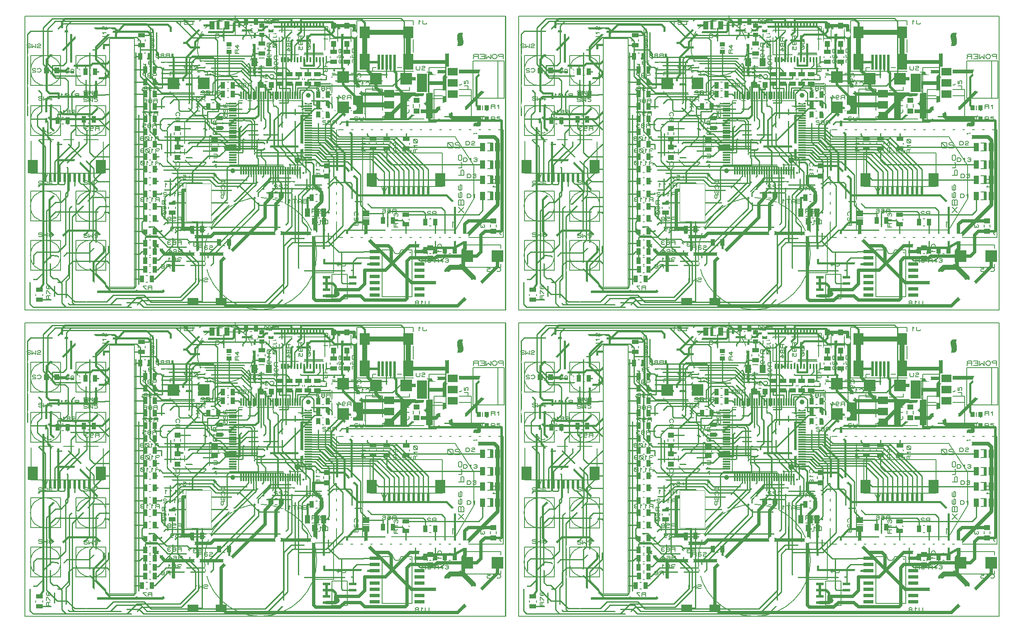
<source format=gbr>
G04 GerbMagic V3.6(Build 14551) Date:Mon Jul 18 18:59:42 2016*
G04 F:\2 SVN XBee\trunk\Proteus_All\ODB\Remote.gbr *
%FSLAX24Y24*%
%MOIN*%
%SFA1.000B1.000*%
%MIA0B0*%
%OFA0B0*%
%INGerber*%
%IPPOS*%
%ADD10R,0.043X0.069*%
%ADD11R,0.039X0.037*%
%ADD12R,0.037X0.039*%
%ADD13C,0.16*%
%ADD14R,0.08X0.08*%
%ADD15C,0.0393701*%
%ADD16C,0.01*%
%ADD17C,0.025*%
%ADD18C,0.012*%
%ADD19C,0.02*%
%ADD20C,0.178*%
%ADD21R,0.1X0.1*%
%ADD22C,0.13*%
%ADD23R,0.06X0.055*%
%ADD24R,0.07X0.06*%
%ADD25R,0.06X0.07*%
%ADD26R,0.035748X0.0633071*%
%ADD27C,0.1*%
%ADD28C,0.11811*%
%ADD29R,0.1X0.045*%
%ADD30C,0.08*%
%ADD31R,0.0397X0.142*%
%ADD32R,0.0987X0.15*%
%ADD33R,0.0987X0.1144*%
%ADD34C,0.07*%
%ADD35R,0.06X0.06*%
%ADD36C,0.06*%
%ADD37R,0.1X0.08*%
%ADD38R,0.1X0.17*%
%ADD39C,0.05*%
%ADD40R,0.037X0.057*%
%ADD41R,0.057X0.037*%
%ADD42R,0.04X0.035*%
%ADD43R,0.05X0.04*%
%ADD44R,0.04X0.05*%
%ADD45R,0.015748X0.0433071*%
%ADD46R,0.055X0.207*%
%ADD47R,0.093X0.096*%
%ADD48R,0.012X0.059*%
%ADD49R,0.059X0.012*%
%ADD50R,0.08X0.025*%
%ADD51R,0.043X0.065*%
%ADD52R,0.096X0.093*%
%ADD53R,0.057X0.045*%
%ADD54R,0.045X0.071*%
%ADD55R,0.0197X0.122*%
%ADD56R,0.0787X0.13*%
%ADD57R,0.0787X0.0944*%
%ADD58R,0.08X0.06*%
%ADD59R,0.08X0.15*%
%ADD60R,0.091X0.057*%
%ADD61R,0.024X0.075*%
%ADD62R,0.083X0.11*%
%ADD63R,0.061X0.024*%
%ADD64C,0.00787402*%
%ADD65C,0.006*%
%ADD66C,0.00984252*%
%ADD67C,0.023622*%
%ADD68C,0.008*%
%ADD69C,0.125984*%
%ADD70C,0.04*%
%ADD71C,0.045*%
%ADD72C,0.03*%
%ADD73C,0.059*%
%ADD74C,0.032*%
%ADD75C,0.015*%
%LN*
LPD*%
G54D75*
X30581Y23562D03*
X26580Y23811D03*
X28830Y24812D03*
X26831D03*
X18331Y22312D03*
X15582Y9312D03*
X26831Y17312D03*
X27830Y25812D03*
X26331Y26062D03*
X38331Y21562D03*
X40831Y18062D03*
X16081Y20562D03*
X22331Y20312D03*
X17581Y20562D03*
X19581Y19812D03*
X16081Y10812D03*
X23581Y24062D03*
Y18062D03*
X15582Y10812D03*
X20831Y18812D03*
X23786Y13569D03*
X24402Y26911D03*
X17581Y17312D03*
X17336Y16402D03*
X21490Y13780D03*
X19444Y18386D03*
X16286Y13022D03*
X22215Y19092D03*
X22391Y18085D03*
X10331Y22812D03*
X11462Y26527D03*
X24081Y17312D03*
X20428Y17048D03*
X22331Y20812D03*
X15182Y26706D03*
X8831Y16062D03*
X6081Y19062D03*
X25388Y10814D03*
X31884Y7820D03*
X31986Y12857D03*
X30893Y12827D03*
X28747Y13898D03*
X24325Y14095D03*
X30878Y15097D03*
X18459Y8632D03*
X18066Y10041D03*
X29295Y20102D03*
X27409Y20967D03*
X25294Y18552D03*
X25080Y26311D03*
X37553Y23308D03*
X41723Y19912D03*
X29718Y18859D03*
X38081Y19686D03*
X36623Y20985D03*
X29331Y22561D03*
X33581D03*
X33329Y19942D03*
X30521Y19615D03*
X23296Y22695D03*
X23080Y22312D03*
X22514Y24213D03*
X18306Y23150D03*
X15389Y23314D03*
X23080Y20812D03*
X21951Y22941D03*
X18853Y23071D03*
X15349Y22812D03*
X15331Y24062D03*
X18471Y24061D03*
X18946Y23915D03*
X29013Y10569D03*
X36529Y9253D03*
X27830Y10312D03*
X22716Y14595D03*
X16294Y14922D03*
X15582Y14489D03*
Y11311D03*
X15861Y19062D03*
X23581D03*
X28720Y20328D03*
X9831Y25061D03*
X14346Y10836D03*
X7042Y6301D03*
X6981Y4958D03*
X9487Y12713D03*
X12556Y4740D03*
X25388Y5198D03*
X26072Y14215D03*
X28683Y14309D03*
X29741Y15108D03*
X29490Y21448D03*
X31411Y21812D03*
X31057Y20394D03*
X39177Y12680D03*
X26622Y20260D03*
X18459Y27205D03*
X18790Y26851D03*
X20594Y20914D03*
X8831Y23312D03*
X24831Y20812D03*
X9332Y22812D03*
X20594Y27060D03*
X20674Y25510D03*
X8331Y23811D03*
Y26562D03*
X7581D03*
X21834Y26638D03*
X31081Y26311D03*
X30081Y26562D03*
X19129Y26536D03*
X17331Y22312D03*
X23080Y25749D03*
X23116Y26650D03*
X10831Y23312D03*
X6331Y19812D03*
X8082Y18812D03*
X9817Y7686D03*
X13631Y25053D03*
X13840Y20062D03*
X15582D03*
X19331Y21062D03*
X22821Y16786D03*
X29081Y23062D03*
X34010D03*
X19378Y23634D03*
X7081Y26562D03*
X4900Y19489D03*
X6963Y17481D03*
X7877Y17464D03*
X9341Y16247D03*
X18491Y21605D03*
X14268Y24152D03*
X15582Y16812D03*
X23581Y17312D03*
X26331Y13561D03*
X26332Y9253D03*
X33831Y10562D03*
X24955Y10316D03*
X15582Y18062D03*
X23581Y18561D03*
X15979Y23801D03*
X13842Y22033D03*
X17879Y9171D03*
X13441Y4418D03*
X5067Y6588D03*
X7554Y8269D03*
X10331Y9312D03*
X13781Y5940D03*
X21211Y12761D03*
X16331Y18561D03*
Y16311D03*
X19431Y16024D03*
X25581Y19312D03*
X26331Y26562D03*
X10751Y11986D03*
X6832Y8062D03*
X15497Y16190D03*
X25646Y15869D03*
X7821Y15799D03*
X27329Y9890D03*
X26319Y19559D03*
X26329Y20541D03*
X30581Y7312D03*
X26831D03*
X27184Y14901D03*
X23004Y16411D03*
X15582Y13812D03*
X25331Y12562D03*
X16507Y10168D03*
X19365Y10553D03*
X8558Y12661D03*
X7929Y4854D03*
X28191Y19391D03*
X23491Y14632D03*
X15534Y15394D03*
X26973Y14537D03*
X26554Y14481D03*
X23389Y12990D03*
X26251Y14772D03*
X23054Y13478D03*
X19327Y8061D03*
X17358Y8050D03*
X19334Y7635D03*
X17683Y7720D03*
%LN*
LPD*%
G54D69*
X40663Y26182D03*
X16452Y6340D03*
X38537D03*
X16452Y25630D03*
X9562Y26182D03*
Y5710D03*
G54D70*
X11924Y25473D03*
Y24473D03*
Y23473D03*
Y22473D03*
Y21473D03*
Y20473D03*
Y19473D03*
Y18473D03*
Y17473D03*
Y16473D03*
Y15473D03*
Y14473D03*
Y13473D03*
Y12473D03*
Y11473D03*
Y10474D03*
Y9474D03*
Y8474D03*
Y7474D03*
Y6474D03*
X12924Y25473D03*
Y24473D03*
Y23473D03*
Y22473D03*
Y21473D03*
Y20473D03*
Y19473D03*
Y18473D03*
Y17473D03*
Y16473D03*
Y15473D03*
Y14473D03*
Y13473D03*
Y12473D03*
Y11473D03*
Y10474D03*
Y9474D03*
Y8474D03*
Y7474D03*
Y6474D03*
G54D69*
X38537Y25630D03*
X40663Y5710D03*
G54D71*
X22120Y25237D03*
X19326Y25276D03*
G54D70*
X19089Y13780D03*
X18089D03*
X19089Y12780D03*
X18089D03*
X19089Y11780D03*
X18089D03*
G54D72*
X18459Y16733D03*
Y18733D03*
G54D73*
X28640Y8632D03*
X20964D03*
G54D72*
X32816Y25290D03*
X34588D03*
G54D74*
X39955Y9962D03*
X39167D03*
X38380D03*
X37592D03*
X36805D03*
X36018D03*
X35230D03*
X34443D03*
X33655D03*
X32868D03*
X32081D03*
X31293D03*
X30506D03*
X29640Y11536D03*
Y12331D03*
Y13111D03*
Y13898D03*
X30545Y18623D03*
X31332D03*
X32120D03*
X32907D03*
X33695D03*
X34482D03*
X35269D03*
X36057D03*
X36844D03*
X37632D03*
X38419D03*
X39206D03*
X39994D03*
X40781D03*
X41569D03*
X42356D03*
G54D70*
X39482Y20355D03*
X38482D03*
G54D72*
X5357Y22178D03*
Y24619D03*
X7326D03*
Y22178D03*
X8983Y22174D03*
Y24615D03*
X10952D03*
Y22174D03*
X5353Y18158D03*
Y20599D03*
X7322D03*
Y18158D03*
X8967Y18160D03*
Y20601D03*
X10936D03*
Y18160D03*
X5339Y11270D03*
Y13711D03*
X7308D03*
Y11270D03*
X8991Y11268D03*
Y13709D03*
X10959D03*
Y11268D03*
X5339Y7311D03*
Y9751D03*
X7308D03*
Y7311D03*
X8983Y7322D03*
Y9763D03*
X10952D03*
Y7322D03*
G54D70*
X41643Y23170D03*
Y22170D03*
%LN*
LPD*%
X4630Y27773D02*
G54D68*
G01Y4148D01*
X43242Y27773D02*
G01X4630D01*
X43242Y4148D02*
G01Y27773D01*
X4630Y4148D02*
G01X43242D01*
%LN*
LPD*%
X7731Y19095D02*
G54D64*
G01X7613D01*
X7731Y19646D02*
G01X7613D01*
X8727Y19906D02*
G54D68*
G01Y20206D01*
X8727Y20206D02*
G01X8477D01*
X8477Y20206D02*
G01X8427Y20156D01*
X8427Y20156D02*
G01Y20106D01*
X8427Y20106D02*
G01X8477Y20056D01*
X8477Y20056D02*
G01X8727D01*
X8477Y20056D02*
G01X8427Y20006D01*
X8427Y20006D02*
G01Y19906D01*
X8227Y20056D02*
G01X8277Y20106D01*
X8277Y20106D02*
G01Y20156D01*
X8277Y20156D02*
G01X8227Y20206D01*
X8227Y20206D02*
G01X8077D01*
X8077Y20206D02*
G01X8027Y20156D01*
X8027Y20156D02*
G01Y20106D01*
X8027Y20106D02*
G01X8077Y20056D01*
X8077Y20056D02*
G01X8227D01*
X8227Y20056D02*
G01X8277Y20006D01*
X8277Y20006D02*
G01Y19956D01*
X8277Y19956D02*
G01X8227Y19906D01*
X8227Y19906D02*
G01X8077D01*
X8077Y19906D02*
G01X8027Y19956D01*
X8027Y19956D02*
G01Y20006D01*
X8027Y20006D02*
G01X8077Y20056D01*
X7827Y20106D02*
G01X7727Y20206D01*
X7727Y20206D02*
G01Y19906D01*
X23380Y25099D02*
G54D64*
G01Y25217D01*
X23931Y25099D02*
G01Y25217D01*
X24381Y25594D02*
G54D68*
G01X24081D01*
X24081Y25594D02*
G01Y25344D01*
X24081Y25344D02*
G01X24131Y25294D01*
X24131Y25294D02*
G01X24181D01*
X24181Y25294D02*
G01X24231Y25344D01*
X24231Y25344D02*
G01Y25594D01*
X24231Y25344D02*
G01X24281Y25294D01*
X24281Y25294D02*
G01X24381D01*
X24181Y25094D02*
G01X24081Y24994D01*
X24081Y24994D02*
G01X24381D01*
X24181Y24494D02*
G01X24231Y24544D01*
X24231Y24544D02*
G01Y24694D01*
X24231Y24694D02*
G01X24181Y24744D01*
X24181Y24744D02*
G01X24131D01*
X24131Y24744D02*
G01X24081Y24694D01*
X24081Y24694D02*
G01Y24544D01*
X24081Y24544D02*
G01X24131Y24494D01*
X24131Y24494D02*
G01X24331D01*
X24331Y24494D02*
G01X24381Y24544D01*
X24381Y24544D02*
G01Y24694D01*
X28124Y12874D02*
G54D64*
G01X28006D01*
X28124Y13426D02*
G01X28006D01*
X28315Y13754D02*
G54D68*
G01Y14054D01*
X28315Y14054D02*
G01X28065D01*
X28065Y14054D02*
G01X28015Y14004D01*
X28015Y14004D02*
G01Y13954D01*
X28015Y13954D02*
G01X28065Y13904D01*
X28065Y13904D02*
G01X28315D01*
X28065Y13904D02*
G01X28015Y13854D01*
X28015Y13854D02*
G01Y13754D01*
X27615Y13854D02*
G01X27915D01*
X27915Y13854D02*
G01X27715Y14054D01*
X27715Y14054D02*
G01Y13754D01*
X27515Y13804D02*
G01Y14004D01*
X27515Y14004D02*
G01X27465Y14054D01*
X27465Y14054D02*
G01X27265D01*
X27265Y14054D02*
G01X27215Y14004D01*
X27215Y14004D02*
G01Y13804D01*
X27215Y13804D02*
G01X27265Y13754D01*
X27265Y13754D02*
G01X27465D01*
X27465Y13754D02*
G01X27515Y13804D01*
X27515Y13754D02*
G01X27215Y14054D01*
X19700Y20788D02*
G54D64*
G01X19818D01*
X19700Y20237D02*
G01X19818D01*
X19101Y20929D02*
G54D68*
G01Y21229D01*
X19101Y21229D02*
G01X18851D01*
X18851Y21229D02*
G01X18801Y21179D01*
X18801Y21179D02*
G01Y21129D01*
X18801Y21129D02*
G01X18851Y21079D01*
X18851Y21079D02*
G01X19101D01*
X18851Y21079D02*
G01X18801Y21029D01*
X18801Y21029D02*
G01Y20929D01*
X18651Y21179D02*
G01X18601Y21229D01*
X18601Y21229D02*
G01X18451D01*
X18451Y21229D02*
G01X18401Y21179D01*
X18401Y21179D02*
G01Y21129D01*
X18401Y21129D02*
G01X18451Y21079D01*
X18451Y21079D02*
G01X18601D01*
X18601Y21079D02*
G01X18651Y21029D01*
X18651Y21029D02*
G01Y20929D01*
X18651Y20929D02*
G01X18401D01*
X18201Y21129D02*
G01X18101Y21229D01*
X18101Y21229D02*
G01Y20929D01*
X19601Y17382D02*
G54D64*
G01Y17500D01*
X20152Y17382D02*
G01Y17500D01*
X20080Y19338D02*
G54D68*
G01X19780D01*
X19780Y19338D02*
G01Y19088D01*
X19780Y19088D02*
G01X19830Y19038D01*
X19830Y19038D02*
G01X19880D01*
X19880Y19038D02*
G01X19930Y19088D01*
X19930Y19088D02*
G01Y19338D01*
X19930Y19088D02*
G01X19980Y19038D01*
X19980Y19038D02*
G01X20080D01*
X19880Y18838D02*
G01X19780Y18738D01*
X19780Y18738D02*
G01X20080D01*
X19930Y18438D02*
G01X19880Y18488D01*
X19880Y18488D02*
G01X19830D01*
X19830Y18488D02*
G01X19780Y18438D01*
X19780Y18438D02*
G01Y18288D01*
X19780Y18288D02*
G01X19830Y18238D01*
X19830Y18238D02*
G01X19880D01*
X19880Y18238D02*
G01X19930Y18288D01*
X19930Y18288D02*
G01Y18438D01*
X19930Y18438D02*
G01X19980Y18488D01*
X19980Y18488D02*
G01X20030D01*
X20030Y18488D02*
G01X20080Y18438D01*
X20080Y18438D02*
G01Y18288D01*
X20080Y18288D02*
G01X20030Y18238D01*
X20030Y18238D02*
G01X19980D01*
X19980Y18238D02*
G01X19930Y18288D01*
X22848Y27048D02*
G54D64*
G01X22730D01*
X22848Y27599D02*
G01X22730D01*
X24987Y27296D02*
G54D68*
G01Y27596D01*
X24987Y27596D02*
G01X24737D01*
X24737Y27596D02*
G01X24687Y27546D01*
X24687Y27546D02*
G01Y27496D01*
X24687Y27496D02*
G01X24737Y27446D01*
X24737Y27446D02*
G01X24987D01*
X24737Y27446D02*
G01X24687Y27396D01*
X24687Y27396D02*
G01Y27296D01*
X24537Y27546D02*
G01X24487Y27596D01*
X24487Y27596D02*
G01X24337D01*
X24337Y27596D02*
G01X24287Y27546D01*
X24287Y27546D02*
G01Y27496D01*
X24287Y27496D02*
G01X24337Y27446D01*
X24337Y27446D02*
G01X24487D01*
X24487Y27446D02*
G01X24537Y27396D01*
X24537Y27396D02*
G01Y27296D01*
X24537Y27296D02*
G01X24287D01*
X24187Y27346D02*
G01Y27546D01*
X24187Y27546D02*
G01X24137Y27596D01*
X24137Y27596D02*
G01X23937D01*
X23937Y27596D02*
G01X23887Y27546D01*
X23887Y27546D02*
G01Y27346D01*
X23887Y27346D02*
G01X23937Y27296D01*
X23937Y27296D02*
G01X24137D01*
X24137Y27296D02*
G01X24187Y27346D01*
X24187Y27296D02*
G01X23887Y27596D01*
X14739Y19213D02*
G54D64*
G01X14621D01*
X14739Y19764D02*
G01X14621D01*
X15296Y19815D02*
G54D68*
G01Y20115D01*
X15296Y20115D02*
G01X15046D01*
X15046Y20115D02*
G01X14996Y20065D01*
X14996Y20065D02*
G01Y20015D01*
X14996Y20015D02*
G01X15046Y19965D01*
X15046Y19965D02*
G01X15296D01*
X15046Y19965D02*
G01X14996Y19915D01*
X14996Y19915D02*
G01Y19815D01*
X14596Y20015D02*
G01X14646Y19965D01*
X14646Y19965D02*
G01X14796D01*
X14796Y19965D02*
G01X14846Y20015D01*
X14846Y20015D02*
G01Y20065D01*
X14846Y20065D02*
G01X14796Y20115D01*
X14796Y20115D02*
G01X14646D01*
X14646Y20115D02*
G01X14596Y20065D01*
X14596Y20065D02*
G01Y19865D01*
X14596Y19865D02*
G01X14646Y19815D01*
X14646Y19815D02*
G01X14796D01*
X14446Y20115D02*
G01X14196D01*
X14196Y20115D02*
G01Y20065D01*
X14196Y20065D02*
G01X14446Y19815D01*
X18519Y10356D02*
G54D64*
G01X18400D01*
X18519Y10906D02*
G01X18400D01*
X18864Y9275D02*
G54D68*
G01Y9575D01*
X18864Y9575D02*
G01X18614D01*
X18614Y9575D02*
G01X18564Y9525D01*
X18564Y9525D02*
G01Y9475D01*
X18564Y9475D02*
G01X18614Y9425D01*
X18614Y9425D02*
G01X18864D01*
X18614Y9425D02*
G01X18564Y9375D01*
X18564Y9375D02*
G01Y9275D01*
X18414Y9525D02*
G01X18364Y9575D01*
X18364Y9575D02*
G01X18214D01*
X18214Y9575D02*
G01X18164Y9525D01*
X18164Y9525D02*
G01Y9475D01*
X18164Y9475D02*
G01X18214Y9425D01*
X18214Y9425D02*
G01X18164Y9375D01*
X18164Y9375D02*
G01Y9325D01*
X18164Y9325D02*
G01X18214Y9275D01*
X18214Y9275D02*
G01X18364D01*
X18364Y9275D02*
G01X18414Y9325D01*
X18314Y9425D02*
G01X18214D01*
X18014Y9575D02*
G01X17764D01*
X17764Y9575D02*
G01Y9525D01*
X17764Y9525D02*
G01X18014Y9275D01*
X37140Y11457D02*
G54D64*
G01X37258D01*
X37140Y10906D02*
G01X37258D01*
X37673Y11760D02*
G54D68*
G01Y12060D01*
X37673Y12060D02*
G01X37423D01*
X37423Y12060D02*
G01X37373Y12010D01*
X37373Y12010D02*
G01Y11960D01*
X37373Y11960D02*
G01X37423Y11910D01*
X37423Y11910D02*
G01X37673D01*
X37423Y11910D02*
G01X37373Y11860D01*
X37373Y11860D02*
G01Y11760D01*
X37223Y12010D02*
G01X37173Y12060D01*
X37173Y12060D02*
G01X37023D01*
X37023Y12060D02*
G01X36973Y12010D01*
X36973Y12010D02*
G01Y11960D01*
X36973Y11960D02*
G01X37023Y11910D01*
X37023Y11910D02*
G01X37173D01*
X37173Y11910D02*
G01X37223Y11860D01*
X37223Y11860D02*
G01Y11760D01*
X37223Y11760D02*
G01X36973D01*
X27868Y22658D02*
G54D64*
G01Y22776D01*
X28419Y22658D02*
G01Y22776D01*
X28935Y24014D02*
G54D68*
G01X28635D01*
X28635Y24014D02*
G01Y23764D01*
X28635Y23764D02*
G01X28685Y23714D01*
X28685Y23714D02*
G01X28735D01*
X28735Y23714D02*
G01X28785Y23764D01*
X28785Y23764D02*
G01Y24014D01*
X28785Y23764D02*
G01X28835Y23714D01*
X28835Y23714D02*
G01X28935D01*
X28685Y23564D02*
G01X28635Y23514D01*
X28635Y23514D02*
G01Y23364D01*
X28635Y23364D02*
G01X28685Y23314D01*
X28685Y23314D02*
G01X28735D01*
X28735Y23314D02*
G01X28785Y23364D01*
X28785Y23364D02*
G01X28835Y23314D01*
X28835Y23314D02*
G01X28885D01*
X28885Y23314D02*
G01X28935Y23364D01*
X28935Y23364D02*
G01Y23514D01*
X28935Y23514D02*
G01X28885Y23564D01*
X28785Y23464D02*
G01Y23364D01*
X28735Y23114D02*
G01X28635Y23014D01*
X28635Y23014D02*
G01X28935D01*
X14621Y14764D02*
G54D64*
G01X14739D01*
X14621Y14213D02*
G01X14739D01*
X17326Y14016D02*
G54D68*
G01Y14316D01*
X17326Y14316D02*
G01X17076D01*
X17076Y14316D02*
G01X17026Y14266D01*
X17026Y14266D02*
G01Y14216D01*
X17026Y14216D02*
G01X17076Y14166D01*
X17076Y14166D02*
G01X17326D01*
X17076Y14166D02*
G01X17026Y14116D01*
X17026Y14116D02*
G01Y14016D01*
X16826Y14216D02*
G01X16726Y14316D01*
X16726Y14316D02*
G01Y14016D01*
X16426Y14216D02*
G01X16326Y14316D01*
X16326Y14316D02*
G01Y14016D01*
X16026Y14216D02*
G01X15926Y14316D01*
X15926Y14316D02*
G01Y14016D01*
X21522Y27834D02*
G01Y26259D01*
X22310Y27046D02*
G01X20736D01*
X18120Y27415D02*
G01Y27115D01*
X18120Y27115D02*
G01X17820D01*
X17720Y27165D02*
G01X17670Y27115D01*
X17670Y27115D02*
G01X17470D01*
X17470Y27115D02*
G01X17420Y27165D01*
X17420Y27165D02*
G01Y27215D01*
X17420Y27215D02*
G01X17470Y27265D01*
X17470Y27265D02*
G01X17670D01*
X17670Y27265D02*
G01X17720Y27315D01*
X17720Y27315D02*
G01Y27365D01*
X17720Y27365D02*
G01X17670Y27415D01*
X17670Y27415D02*
G01X17470D01*
X17470Y27415D02*
G01X17420Y27365D01*
X17220Y27315D02*
G01X17120Y27415D01*
X17120Y27415D02*
G01Y27115D01*
X24265Y27200D02*
G01Y26850D01*
X23825Y26780D02*
G01Y26500D01*
X24265Y27200D02*
G01X23905D01*
X23895Y26060D02*
G01X24265D01*
X24265Y26060D02*
G01Y26400D01*
X23464Y26658D02*
G01X23364Y26758D01*
X23364Y26758D02*
G01X23264D01*
X23264Y26758D02*
G01X23164Y26658D01*
X23164Y26658D02*
G01Y26558D01*
X23164Y26558D02*
G01X23264Y26458D01*
X23264Y26458D02*
G01X23364D01*
X23364Y26458D02*
G01X23464Y26558D01*
X23464Y26558D02*
G01Y26658D01*
X23264Y26558D02*
G01X23164Y26458D01*
X23014Y26708D02*
G01X22964Y26758D01*
X22964Y26758D02*
G01X22814D01*
X22814Y26758D02*
G01X22764Y26708D01*
X22764Y26708D02*
G01Y26658D01*
X22764Y26658D02*
G01X22814Y26608D01*
X22814Y26608D02*
G01X22964D01*
X22964Y26608D02*
G01X23014Y26558D01*
X23014Y26558D02*
G01Y26458D01*
X23014Y26458D02*
G01X22764D01*
X20546Y19233D02*
G54D64*
G01Y19115D01*
X19995Y19233D02*
G01Y19115D01*
X20881Y20737D02*
G54D68*
G01X20581D01*
X20581Y20737D02*
G01Y20487D01*
X20581Y20487D02*
G01X20631Y20437D01*
X20631Y20437D02*
G01X20681D01*
X20681Y20437D02*
G01X20731Y20487D01*
X20731Y20487D02*
G01Y20737D01*
X20731Y20487D02*
G01X20781Y20437D01*
X20781Y20437D02*
G01X20881D01*
X20631Y20287D02*
G01X20581Y20237D01*
X20581Y20237D02*
G01Y20087D01*
X20581Y20087D02*
G01X20631Y20037D01*
X20631Y20037D02*
G01X20681D01*
X20681Y20037D02*
G01X20731Y20087D01*
X20731Y20087D02*
G01Y20237D01*
X20731Y20237D02*
G01X20781Y20287D01*
X20781Y20287D02*
G01X20881D01*
X20881Y20287D02*
G01Y20037D01*
X20581Y19637D02*
G01Y19887D01*
X20581Y19887D02*
G01X20681D01*
X20681Y19887D02*
G01Y19687D01*
X20681Y19687D02*
G01X20731Y19637D01*
X20731Y19637D02*
G01X20831D01*
X20831Y19637D02*
G01X20881Y19687D01*
X20881Y19687D02*
G01Y19837D01*
X20881Y19837D02*
G01X20831Y19887D01*
X37429Y8585D02*
G01Y8855D01*
X36949Y8585D02*
G01Y8865D01*
X38062Y9119D02*
G01X38112Y9169D01*
X38112Y9169D02*
G01Y9319D01*
X38112Y9319D02*
G01X38012Y9419D01*
X38012Y9419D02*
G01X37912D01*
X37912Y9419D02*
G01X37812Y9319D01*
X37812Y9319D02*
G01Y9169D01*
X37812Y9169D02*
G01X37862Y9119D01*
X37912Y8919D02*
G01X37812Y8819D01*
X37812Y8819D02*
G01X38112D01*
X37862Y8569D02*
G01X37812Y8519D01*
X37812Y8519D02*
G01Y8369D01*
X37812Y8369D02*
G01X37862Y8319D01*
X37862Y8319D02*
G01X37912D01*
X37912Y8319D02*
G01X37962Y8369D01*
X37962Y8369D02*
G01X38012Y8319D01*
X38012Y8319D02*
G01X38062D01*
X38062Y8319D02*
G01X38112Y8369D01*
X38112Y8369D02*
G01Y8519D01*
X38112Y8519D02*
G01X38062Y8569D01*
X37962Y8469D02*
G01Y8369D01*
X23893Y22015D02*
G01X24163D01*
X23893Y22495D02*
G01X24173D01*
X24323Y22812D02*
G01X24373Y22761D01*
X24373Y22761D02*
G01X24523D01*
X24523Y22761D02*
G01X24623Y22862D01*
X24623Y22862D02*
G01Y22961D01*
X24623Y22961D02*
G01X24523Y23062D01*
X24523Y23062D02*
G01X24373D01*
X24373Y23062D02*
G01X24323Y23012D01*
X24173Y23012D02*
G01X24123Y23062D01*
X24123Y23062D02*
G01X23973D01*
X23973Y23062D02*
G01X23923Y23012D01*
X23923Y23012D02*
G01Y22961D01*
X23923Y22961D02*
G01X23973Y22912D01*
X23973Y22912D02*
G01X23923Y22862D01*
X23923Y22862D02*
G01Y22812D01*
X23923Y22812D02*
G01X23973Y22761D01*
X23973Y22761D02*
G01X24123D01*
X24123Y22761D02*
G01X24173Y22812D01*
X24073Y22912D02*
G01X23973D01*
X23523Y22862D02*
G01X23823D01*
X23823Y22862D02*
G01X23623Y23062D01*
X23623Y23062D02*
G01Y22761D01*
X6910Y23616D02*
G01X6640D01*
X6910Y23136D02*
G01X6630D01*
X5642Y23302D02*
G01X5692Y23252D01*
X5692Y23252D02*
G01X5842D01*
X5842Y23252D02*
G01X5942Y23352D01*
X5942Y23352D02*
G01Y23452D01*
X5942Y23452D02*
G01X5842Y23552D01*
X5842Y23552D02*
G01X5692D01*
X5692Y23552D02*
G01X5642Y23502D01*
X5492Y23502D02*
G01X5442Y23552D01*
X5442Y23552D02*
G01X5292D01*
X5292Y23552D02*
G01X5242Y23502D01*
X5242Y23502D02*
G01Y23452D01*
X5242Y23452D02*
G01X5292Y23402D01*
X5292Y23402D02*
G01X5442D01*
X5442Y23402D02*
G01X5492Y23352D01*
X5492Y23352D02*
G01Y23252D01*
X5492Y23252D02*
G01X5242D01*
X42507Y10764D02*
G01Y11033D01*
X42027Y10764D02*
G01Y11043D01*
X41506Y11150D02*
G01X41556Y11200D01*
X41556Y11200D02*
G01Y11350D01*
X41556Y11350D02*
G01X41456Y11450D01*
X41456Y11450D02*
G01X41356D01*
X41356Y11450D02*
G01X41256Y11350D01*
X41256Y11350D02*
G01Y11200D01*
X41256Y11200D02*
G01X41306Y11150D01*
X41306Y11000D02*
G01X41256Y10950D01*
X41256Y10950D02*
G01Y10801D01*
X41256Y10801D02*
G01X41306Y10751D01*
X41306Y10751D02*
G01X41356D01*
X41356Y10751D02*
G01X41406Y10801D01*
X41406Y10801D02*
G01X41456Y10751D01*
X41456Y10751D02*
G01X41506D01*
X41506Y10751D02*
G01X41556Y10801D01*
X41556Y10801D02*
G01Y10950D01*
X41556Y10950D02*
G01X41506Y11000D01*
X41406Y10900D02*
G01Y10801D01*
X24555Y26365D02*
G01X24805D01*
X24805Y26365D02*
G01X24855Y26315D01*
X24855Y26315D02*
G01Y26115D01*
X24855Y26115D02*
G01X24805Y26065D01*
X24805Y26065D02*
G01X24555D01*
X24605Y25915D02*
G01X24555Y25865D01*
X24555Y25865D02*
G01Y25715D01*
X24555Y25715D02*
G01X24605Y25665D01*
X24605Y25665D02*
G01X24655D01*
X24655Y25665D02*
G01X24705Y25715D01*
X24705Y25715D02*
G01X24755Y25665D01*
X24755Y25665D02*
G01X24805D01*
X24805Y25665D02*
G01X24855Y25715D01*
X24855Y25715D02*
G01Y25865D01*
X24855Y25865D02*
G01X24805Y25915D01*
X24705Y25815D02*
G01Y25715D01*
X24805Y25565D02*
G01X24605D01*
X24605Y25565D02*
G01X24555Y25515D01*
X24555Y25515D02*
G01Y25315D01*
X24555Y25315D02*
G01X24605Y25265D01*
X24605Y25265D02*
G01X24805D01*
X24805Y25265D02*
G01X24855Y25315D01*
X24855Y25315D02*
G01Y25515D01*
X24855Y25515D02*
G01X24805Y25565D01*
X24855Y25565D02*
G01X24555Y25265D01*
X20409Y14549D02*
G01Y14349D01*
X20409Y14449D02*
G01X20709D01*
X20709Y14549D02*
G01Y14349D01*
X20659Y13899D02*
G01X20709Y13949D01*
X20709Y13949D02*
G01Y14099D01*
X20709Y14099D02*
G01X20609Y14199D01*
X20609Y14199D02*
G01X20509D01*
X20509Y14199D02*
G01X20409Y14099D01*
X20409Y14099D02*
G01Y13949D01*
X20409Y13949D02*
G01X20459Y13899D01*
X20659Y13799D02*
G01X20709Y13749D01*
X20709Y13749D02*
G01Y13549D01*
X20709Y13549D02*
G01X20659Y13499D01*
X20659Y13499D02*
G01X20609D01*
X20609Y13499D02*
G01X20559Y13549D01*
X20559Y13549D02*
G01Y13749D01*
X20559Y13749D02*
G01X20509Y13799D01*
X20509Y13799D02*
G01X20459D01*
X20459Y13799D02*
G01X20409Y13749D01*
X20409Y13749D02*
G01Y13549D01*
X20409Y13549D02*
G01X20459Y13499D01*
X20709Y13399D02*
G01X20409D01*
X20409Y13399D02*
G01Y13149D01*
X20409Y13149D02*
G01X20459Y13099D01*
X20459Y13099D02*
G01X20509D01*
X20509Y13099D02*
G01X20559Y13149D01*
X20559Y13149D02*
G01Y13399D01*
X36687Y19508D02*
G54D64*
G01X35506D01*
X36687Y21595D02*
G01X35506D01*
X37078Y21956D02*
G54D68*
G01Y22256D01*
X37078Y22256D02*
G01X36778D01*
X37078Y22106D02*
G01X36878D01*
X36578Y22156D02*
G01X36478Y22256D01*
X36478Y22256D02*
G01Y21956D01*
X27081Y22658D02*
G54D64*
G01Y22776D01*
X27632Y22658D02*
G01Y22776D01*
X27567Y26202D02*
G54D68*
G01X27267D01*
X27267Y26202D02*
G01Y25952D01*
X27267Y25952D02*
G01X27317Y25902D01*
X27317Y25902D02*
G01X27367D01*
X27367Y25902D02*
G01X27417Y25952D01*
X27417Y25952D02*
G01Y26202D01*
X27417Y25952D02*
G01X27467Y25902D01*
X27467Y25902D02*
G01X27567D01*
X27317Y25752D02*
G01X27267Y25702D01*
X27267Y25702D02*
G01Y25552D01*
X27267Y25552D02*
G01X27317Y25502D01*
X27317Y25502D02*
G01X27367D01*
X27367Y25502D02*
G01X27417Y25552D01*
X27417Y25552D02*
G01X27467Y25502D01*
X27467Y25502D02*
G01X27517D01*
X27517Y25502D02*
G01X27567Y25552D01*
X27567Y25552D02*
G01Y25702D01*
X27567Y25702D02*
G01X27517Y25752D01*
X27417Y25652D02*
G01Y25552D01*
X27517Y25402D02*
G01X27317D01*
X27317Y25402D02*
G01X27267Y25352D01*
X27267Y25352D02*
G01Y25152D01*
X27267Y25152D02*
G01X27317Y25102D01*
X27317Y25102D02*
G01X27517D01*
X27517Y25102D02*
G01X27567Y25152D01*
X27567Y25152D02*
G01Y25352D01*
X27567Y25352D02*
G01X27517Y25402D01*
X27567Y25402D02*
G01X27267Y25102D01*
X19459Y16233D02*
G01Y19233D01*
X19459Y19233D02*
G01X18959Y19733D01*
X18959Y19733D02*
G01X17959D01*
X17959Y19733D02*
G01X17459Y19233D01*
X17459Y19233D02*
G01Y16233D01*
X17459Y16233D02*
G01X17959Y15733D01*
X17959Y15733D02*
G01X18959D01*
X18959Y15733D02*
G01X19459Y16233D01*
X18390Y20731D02*
G01X18690Y20431D01*
X18690Y20731D02*
G01X18390Y20431D01*
X18490Y20231D02*
G01X18390Y20131D01*
X18390Y20131D02*
G01X18690D01*
X30196Y26798D02*
G01Y25748D01*
X30816Y26798D02*
G01Y25738D01*
X30196Y25968D02*
G01X30806D01*
X31272Y26668D02*
G01X30972D01*
X30972Y26668D02*
G01Y26468D01*
X30972Y26468D02*
G01X31072Y26368D01*
X31072Y26368D02*
G01X31172D01*
X31172Y26368D02*
G01X31272Y26468D01*
X31272Y26468D02*
G01Y26668D01*
X30972Y26218D02*
G01Y25968D01*
X30972Y25968D02*
G01X31022D01*
X31022Y25968D02*
G01X31272Y26218D01*
X29133Y26798D02*
G01Y25748D01*
X29753Y26798D02*
G01Y25738D01*
X29133Y25968D02*
G01X29743D01*
X28958Y26946D02*
G01X28658D01*
X28658Y26946D02*
G01Y26746D01*
X28658Y26746D02*
G01X28758Y26646D01*
X28758Y26646D02*
G01X28858D01*
X28858Y26646D02*
G01X28958Y26746D01*
X28958Y26746D02*
G01Y26946D01*
X28758Y26446D02*
G01X28658Y26346D01*
X28658Y26346D02*
G01X28958D01*
X28758Y26046D02*
G01X28658Y25946D01*
X28658Y25946D02*
G01X28958D01*
X30230Y24430D02*
G54D64*
G01Y24548D01*
X30781Y24430D02*
G01Y24548D01*
X31227Y25126D02*
G54D68*
G01X30927D01*
X30927Y25126D02*
G01Y24876D01*
X30927Y24876D02*
G01X30977Y24826D01*
X30977Y24826D02*
G01X31027D01*
X31027Y24826D02*
G01X31077Y24876D01*
X31077Y24876D02*
G01Y25126D01*
X31077Y24876D02*
G01X31127Y24826D01*
X31127Y24826D02*
G01X31227D01*
X30977Y24676D02*
G01X30927Y24626D01*
X30927Y24626D02*
G01Y24476D01*
X30927Y24476D02*
G01X30977Y24426D01*
X30977Y24426D02*
G01X31027D01*
X31027Y24426D02*
G01X31077Y24476D01*
X31077Y24476D02*
G01Y24626D01*
X31077Y24626D02*
G01X31127Y24676D01*
X31127Y24676D02*
G01X31227D01*
X31227Y24676D02*
G01Y24426D01*
X30977Y24026D02*
G01X30927Y24076D01*
X30927Y24076D02*
G01Y24226D01*
X30927Y24226D02*
G01X30977Y24276D01*
X30977Y24276D02*
G01X31177D01*
X31177Y24276D02*
G01X31227Y24226D01*
X31227Y24226D02*
G01Y24076D01*
X31227Y24076D02*
G01X31177Y24026D01*
X31177Y24026D02*
G01X31127D01*
X31127Y24026D02*
G01X31077Y24076D01*
X31077Y24076D02*
G01Y24276D01*
X29167Y24430D02*
G54D64*
G01Y24548D01*
X29718Y24430D02*
G01Y24548D01*
X30160Y25100D02*
G54D68*
G01X29860D01*
X29860Y25100D02*
G01Y24850D01*
X29860Y24850D02*
G01X29910Y24800D01*
X29910Y24800D02*
G01X29960D01*
X29960Y24800D02*
G01X30010Y24850D01*
X30010Y24850D02*
G01Y25100D01*
X30010Y24850D02*
G01X30060Y24800D01*
X30060Y24800D02*
G01X30160D01*
X29910Y24650D02*
G01X29860Y24600D01*
X29860Y24600D02*
G01Y24450D01*
X29860Y24450D02*
G01X29910Y24400D01*
X29910Y24400D02*
G01X29960D01*
X29960Y24400D02*
G01X30010Y24450D01*
X30010Y24450D02*
G01Y24600D01*
X30010Y24600D02*
G01X30060Y24650D01*
X30060Y24650D02*
G01X30160D01*
X30160Y24650D02*
G01Y24400D01*
X29960Y24000D02*
G01X30010Y24050D01*
X30010Y24050D02*
G01Y24200D01*
X30010Y24200D02*
G01X29960Y24250D01*
X29960Y24250D02*
G01X29910D01*
X29910Y24250D02*
G01X29860Y24200D01*
X29860Y24200D02*
G01Y24050D01*
X29860Y24050D02*
G01X29910Y24000D01*
X29910Y24000D02*
G01X30110D01*
X30110Y24000D02*
G01X30160Y24050D01*
X30160Y24050D02*
G01Y24200D01*
X16655Y16955D02*
G01Y16685D01*
X17135Y16955D02*
G01Y16675D01*
X17004Y15762D02*
G01X17054Y15812D01*
X17054Y15812D02*
G01Y15962D01*
X17054Y15962D02*
G01X16954Y16062D01*
X16954Y16062D02*
G01X16854D01*
X16854Y16062D02*
G01X16754Y15962D01*
X16754Y15962D02*
G01Y15812D01*
X16754Y15812D02*
G01X16804Y15762D01*
X16754Y15612D02*
G01Y15362D01*
X16754Y15362D02*
G01X16804D01*
X16804Y15362D02*
G01X17054Y15612D01*
X17115Y18191D02*
G01Y18461D01*
X16635Y18191D02*
G01Y18471D01*
X17026Y19738D02*
G01X17076Y19788D01*
X17076Y19788D02*
G01Y19938D01*
X17076Y19938D02*
G01X16976Y20038D01*
X16976Y20038D02*
G01X16876D01*
X16876Y20038D02*
G01X16776Y19938D01*
X16776Y19938D02*
G01Y19788D01*
X16776Y19788D02*
G01X16826Y19738D01*
X16926Y19538D02*
G01X16876Y19588D01*
X16876Y19588D02*
G01X16826D01*
X16826Y19588D02*
G01X16776Y19538D01*
X16776Y19538D02*
G01Y19388D01*
X16776Y19388D02*
G01X16826Y19338D01*
X16826Y19338D02*
G01X16876D01*
X16876Y19338D02*
G01X16926Y19388D01*
X16926Y19388D02*
G01Y19538D01*
X16926Y19538D02*
G01X16976Y19588D01*
X16976Y19588D02*
G01X17026D01*
X17026Y19588D02*
G01X17076Y19538D01*
X17076Y19538D02*
G01Y19388D01*
X17076Y19388D02*
G01X17026Y19338D01*
X17026Y19338D02*
G01X16976D01*
X16976Y19338D02*
G01X16926Y19388D01*
X39876Y7826D02*
G54D64*
G01Y7561D01*
X39876Y7561D02*
G01X42868D01*
X42868Y7561D02*
G01Y7826D01*
X39876Y9106D02*
G01Y9372D01*
X39876Y9372D02*
G01X42868D01*
X42868Y9372D02*
G01Y9106D01*
X42557Y7267D02*
G54D68*
G01X42607Y7217D01*
X42607Y7217D02*
G01X42757D01*
X42757Y7217D02*
G01X42857Y7317D01*
X42857Y7317D02*
G01Y7417D01*
X42857Y7417D02*
G01X42757Y7517D01*
X42757Y7517D02*
G01X42607D01*
X42607Y7517D02*
G01X42557Y7467D01*
X42357Y7417D02*
G01X42257Y7517D01*
X42257Y7517D02*
G01Y7217D01*
X41757Y7517D02*
G01X42007D01*
X42007Y7517D02*
G01Y7417D01*
X42007Y7417D02*
G01X41807D01*
X41807Y7417D02*
G01X41757Y7367D01*
X41757Y7367D02*
G01Y7267D01*
X41757Y7267D02*
G01X41807Y7217D01*
X41807Y7217D02*
G01X41957D01*
X41957Y7217D02*
G01X42007Y7267D01*
X21793Y15799D02*
G54D64*
G01Y20956D01*
X21793Y20956D02*
G01X26951D01*
X26951Y20956D02*
G01Y15799D01*
X26951Y15799D02*
G01X21793D01*
X19784Y16665D02*
G54D68*
G01X20034D01*
X20034Y16665D02*
G01X20084Y16615D01*
X20084Y16615D02*
G01Y16415D01*
X20084Y16415D02*
G01X20034Y16365D01*
X20034Y16365D02*
G01X19784D01*
X19884Y16165D02*
G01X19784Y16065D01*
X19784Y16065D02*
G01X20084D01*
X19984Y15565D02*
G01Y15865D01*
X19984Y15865D02*
G01X19784Y15665D01*
X19784Y15665D02*
G01X20084D01*
X19286Y23002D02*
G54D64*
G01Y23268D01*
X19286Y23268D02*
G01X16294D01*
X16294Y23268D02*
G01Y23002D01*
X19286Y21723D02*
G01Y21457D01*
X19286Y21457D02*
G01X16294D01*
X16294Y21457D02*
G01Y21723D01*
X18233Y23468D02*
G54D68*
G01X18283Y23418D01*
X18283Y23418D02*
G01X18433D01*
X18433Y23418D02*
G01X18533Y23518D01*
X18533Y23518D02*
G01Y23618D01*
X18533Y23618D02*
G01X18433Y23718D01*
X18433Y23718D02*
G01X18283D01*
X18283Y23718D02*
G01X18233Y23668D01*
X18033Y23618D02*
G01X17933Y23718D01*
X17933Y23718D02*
G01Y23418D01*
X17683Y23718D02*
G01X17433D01*
X17433Y23718D02*
G01Y23668D01*
X17433Y23668D02*
G01X17683Y23418D01*
X29122Y15172D02*
G01Y15442D01*
X28642Y15172D02*
G01Y15452D01*
X28268Y15682D02*
G01X28318Y15732D01*
X28318Y15732D02*
G01Y15882D01*
X28318Y15882D02*
G01X28218Y15982D01*
X28218Y15982D02*
G01X28118D01*
X28118Y15982D02*
G01X28018Y15882D01*
X28018Y15882D02*
G01Y15732D01*
X28018Y15732D02*
G01X28068Y15682D01*
X28118Y15482D02*
G01X28018Y15382D01*
X28018Y15382D02*
G01X28318D01*
X28168Y15082D02*
G01X28118Y15132D01*
X28118Y15132D02*
G01X28068D01*
X28068Y15132D02*
G01X28018Y15082D01*
X28018Y15082D02*
G01Y14932D01*
X28018Y14932D02*
G01X28068Y14882D01*
X28068Y14882D02*
G01X28118D01*
X28118Y14882D02*
G01X28168Y14932D01*
X28168Y14932D02*
G01Y15082D01*
X28168Y15082D02*
G01X28218Y15132D01*
X28218Y15132D02*
G01X28268D01*
X28268Y15132D02*
G01X28318Y15082D01*
X28318Y15082D02*
G01Y14932D01*
X28318Y14932D02*
G01X28268Y14882D01*
X28268Y14882D02*
G01X28218D01*
X28218Y14882D02*
G01X28168Y14932D01*
X35732Y8950D02*
G01X34832D01*
X34832Y8950D02*
G01X34809Y8832D01*
X34809Y8832D02*
G01X34746Y8737D01*
X34746Y8737D02*
G01X34651Y8674D01*
X34651Y8674D02*
G01X34532Y8650D01*
X34232Y8950D02*
G01X34256Y8832D01*
X34256Y8832D02*
G01X34319Y8737D01*
X34319Y8737D02*
G01X34414Y8674D01*
X34414Y8674D02*
G01X34532Y8650D01*
X34232Y8950D02*
G01X33332D01*
X35432Y5190D02*
G01X33632D01*
X35732Y8820D02*
G01Y5320D01*
X33332Y8820D02*
G01Y5320D01*
X35732Y8820D02*
G01Y8950D01*
X33332Y8950D02*
G01Y8820D01*
X33632Y5190D02*
G01X33332D01*
X33332Y5190D02*
G01Y5320D01*
X35732Y5320D02*
G01Y5190D01*
X35732Y5190D02*
G01X35432D01*
X37101Y4855D02*
G01Y4605D01*
X37101Y4605D02*
G01X37051Y4555D01*
X37051Y4555D02*
G01X36851D01*
X36851Y4555D02*
G01X36801Y4605D01*
X36801Y4605D02*
G01Y4855D01*
X36601Y4755D02*
G01X36501Y4855D01*
X36501Y4855D02*
G01Y4555D01*
X36201Y4705D02*
G01X36251Y4755D01*
X36251Y4755D02*
G01Y4805D01*
X36251Y4805D02*
G01X36201Y4855D01*
X36201Y4855D02*
G01X36051D01*
X36051Y4855D02*
G01X36001Y4805D01*
X36001Y4805D02*
G01Y4755D01*
X36001Y4755D02*
G01X36051Y4705D01*
X36051Y4705D02*
G01X36201D01*
X36201Y4705D02*
G01X36251Y4655D01*
X36251Y4655D02*
G01Y4605D01*
X36251Y4605D02*
G01X36201Y4555D01*
X36201Y4555D02*
G01X36051D01*
X36051Y4555D02*
G01X36001Y4605D01*
X36001Y4605D02*
G01Y4655D01*
X36001Y4655D02*
G01X36051Y4705D01*
X24953Y13616D02*
G01X24683D01*
X24953Y13136D02*
G01X24673D01*
X25467Y13957D02*
G01X25517Y13907D01*
X25517Y13907D02*
G01X25667D01*
X25667Y13907D02*
G01X25767Y14007D01*
X25767Y14007D02*
G01Y14107D01*
X25767Y14107D02*
G01X25667Y14207D01*
X25667Y14207D02*
G01X25517D01*
X25517Y14207D02*
G01X25467Y14157D01*
X25317Y14157D02*
G01X25267Y14207D01*
X25267Y14207D02*
G01X25117D01*
X25117Y14207D02*
G01X25067Y14157D01*
X25067Y14157D02*
G01Y14107D01*
X25067Y14107D02*
G01X25117Y14057D01*
X25117Y14057D02*
G01X25267D01*
X25267Y14057D02*
G01X25317Y14007D01*
X25317Y14007D02*
G01Y13907D01*
X25317Y13907D02*
G01X25067D01*
X24917Y14157D02*
G01X24867Y14207D01*
X24867Y14207D02*
G01X24717D01*
X24717Y14207D02*
G01X24667Y14157D01*
X24667Y14157D02*
G01Y14107D01*
X24667Y14107D02*
G01X24717Y14057D01*
X24717Y14057D02*
G01X24867D01*
X24867Y14057D02*
G01X24917Y14007D01*
X24917Y14007D02*
G01Y13907D01*
X24917Y13907D02*
G01X24667D01*
X28242Y12264D02*
G54D64*
G01X27691D01*
X28242Y11674D02*
G01X27691D01*
X28242Y12264D02*
G01Y11674D01*
X28183Y11674D02*
G01Y12264D01*
X28124Y11674D02*
G01Y12264D01*
X28065Y11674D02*
G01Y12264D01*
X28967Y11054D02*
G54D68*
G01Y11354D01*
X28967Y11354D02*
G01X28767D01*
X28767Y11354D02*
G01X28667Y11254D01*
X28667Y11254D02*
G01Y11154D01*
X28667Y11154D02*
G01X28767Y11054D01*
X28767Y11054D02*
G01X28967D01*
X28467Y11254D02*
G01X28367Y11354D01*
X28367Y11354D02*
G01Y11054D01*
X27867Y11154D02*
G01X28167D01*
X28167Y11154D02*
G01X27967Y11354D01*
X27967Y11354D02*
G01Y11054D01*
X27324Y10397D02*
G01X25355D01*
X26319Y11380D02*
G01Y9412D01*
X29434Y10059D02*
G01Y7146D01*
X27820Y7146D02*
G01X29395D01*
X27820Y10059D02*
G01X29434D01*
X27257Y12748D02*
G01Y13048D01*
X27257Y13048D02*
G01X27007D01*
X27007Y13048D02*
G01X26957Y12998D01*
X26957Y12998D02*
G01Y12948D01*
X26957Y12948D02*
G01X27007Y12898D01*
X27007Y12898D02*
G01X26957Y12848D01*
X26957Y12848D02*
G01Y12798D01*
X26957Y12798D02*
G01X27007Y12748D01*
X27007Y12748D02*
G01X27257D01*
X27257Y12898D02*
G01X27007D01*
X26857Y12748D02*
G01Y12948D01*
X26857Y12948D02*
G01X26757Y13048D01*
X26757Y13048D02*
G01X26657D01*
X26657Y13048D02*
G01X26557Y12948D01*
X26557Y12948D02*
G01Y12748D01*
X26857Y12848D02*
G01X26557D01*
X26457Y13048D02*
G01X26157D01*
X26307Y13048D02*
G01Y12748D01*
X25957Y12948D02*
G01X25857Y13048D01*
X25857Y13048D02*
G01Y12748D01*
X29551Y23150D02*
G54D64*
G01X29285D01*
X29285Y23150D02*
G01Y20158D01*
X29285Y20158D02*
G01X29551D01*
X30831Y23150D02*
G01X31096D01*
X31096Y23150D02*
G01Y20158D01*
X31096Y20158D02*
G01X30831D01*
X31566Y22881D02*
G54D68*
G01X31616Y22931D01*
X31616Y22931D02*
G01Y23081D01*
X31616Y23081D02*
G01X31516Y23181D01*
X31516Y23181D02*
G01X31416D01*
X31416Y23181D02*
G01X31316Y23081D01*
X31316Y23081D02*
G01Y22931D01*
X31316Y22931D02*
G01X31366Y22881D01*
X31416Y22481D02*
G01X31466Y22531D01*
X31466Y22531D02*
G01Y22681D01*
X31466Y22681D02*
G01X31416Y22731D01*
X31416Y22731D02*
G01X31366D01*
X31366Y22731D02*
G01X31316Y22681D01*
X31316Y22681D02*
G01Y22531D01*
X31316Y22531D02*
G01X31366Y22481D01*
X31366Y22481D02*
G01X31566D01*
X31566Y22481D02*
G01X31616Y22531D01*
X31616Y22531D02*
G01Y22681D01*
X35545Y23358D02*
G54D64*
G01Y23623D01*
X35545Y23623D02*
G01X32553D01*
X32553Y23623D02*
G01Y23358D01*
X35545Y22078D02*
G01Y21812D01*
X35545Y21812D02*
G01X32553D01*
X32553Y21812D02*
G01Y22078D01*
X32039Y22209D02*
G54D68*
G01X32089Y22159D01*
X32089Y22159D02*
G01X32239D01*
X32239Y22159D02*
G01X32339Y22259D01*
X32339Y22259D02*
G01Y22359D01*
X32339Y22359D02*
G01X32239Y22459D01*
X32239Y22459D02*
G01X32089D01*
X32089Y22459D02*
G01X32039Y22409D01*
X31839Y22359D02*
G01X31739Y22459D01*
X31739Y22459D02*
G01Y22159D01*
X31785Y11536D02*
G54D64*
G01X32297D01*
X31334Y11717D02*
G54D68*
G01X31384Y11767D01*
X31384Y11767D02*
G01Y11917D01*
X31384Y11917D02*
G01X31284Y12017D01*
X31284Y12017D02*
G01X31184D01*
X31184Y12017D02*
G01X31084Y11917D01*
X31084Y11917D02*
G01Y11767D01*
X31084Y11767D02*
G01X31134Y11717D01*
X31134Y11567D02*
G01X31084Y11517D01*
X31084Y11517D02*
G01Y11367D01*
X31084Y11367D02*
G01X31134Y11317D01*
X31134Y11317D02*
G01X31184D01*
X31184Y11317D02*
G01X31234Y11367D01*
X31234Y11367D02*
G01Y11517D01*
X31234Y11517D02*
G01X31284Y11567D01*
X31284Y11567D02*
G01X31384D01*
X31384Y11567D02*
G01Y11317D01*
X31234Y11117D02*
G01X31184Y11167D01*
X31184Y11167D02*
G01X31134D01*
X31134Y11167D02*
G01X31084Y11117D01*
X31084Y11117D02*
G01Y10967D01*
X31084Y10967D02*
G01X31134Y10917D01*
X31134Y10917D02*
G01X31184D01*
X31184Y10917D02*
G01X31234Y10967D01*
X31234Y10967D02*
G01Y11117D01*
X31234Y11117D02*
G01X31284Y11167D01*
X31284Y11167D02*
G01X31334D01*
X31334Y11167D02*
G01X31384Y11117D01*
X31384Y11117D02*
G01Y10967D01*
X31384Y10967D02*
G01X31334Y10917D01*
X31334Y10917D02*
G01X31284D01*
X31284Y10917D02*
G01X31234Y10967D01*
X33846Y11046D02*
G54D64*
G01X33728D01*
X33846Y11597D02*
G01X33728D01*
X34464Y11942D02*
G54D68*
G01Y12242D01*
X34464Y12242D02*
G01X34214D01*
X34214Y12242D02*
G01X34164Y12192D01*
X34164Y12192D02*
G01Y12142D01*
X34164Y12142D02*
G01X34214Y12092D01*
X34214Y12092D02*
G01X34464D01*
X34214Y12092D02*
G01X34164Y12042D01*
X34164Y12042D02*
G01Y11942D01*
X33764Y12242D02*
G01X34014D01*
X34014Y12242D02*
G01Y12142D01*
X34014Y12142D02*
G01X33814D01*
X33814Y12142D02*
G01X33764Y12092D01*
X33764Y12092D02*
G01Y11992D01*
X33764Y11992D02*
G01X33814Y11942D01*
X33814Y11942D02*
G01X33964D01*
X33964Y11942D02*
G01X34014Y11992D01*
X33364Y12192D02*
G01X33414Y12242D01*
X33414Y12242D02*
G01X33564D01*
X33564Y12242D02*
G01X33614Y12192D01*
X33614Y12192D02*
G01Y11992D01*
X33614Y11992D02*
G01X33564Y11942D01*
X33564Y11942D02*
G01X33414D01*
X33414Y11942D02*
G01X33364Y11992D01*
X33364Y11992D02*
G01Y12042D01*
X33364Y12042D02*
G01X33414Y12092D01*
X33414Y12092D02*
G01X33614D01*
X23872Y23701D02*
G54D64*
G01X23439D01*
X23872Y24410D02*
G01X23439D01*
X23356Y23255D02*
G54D68*
G01X23406Y23205D01*
X23406Y23205D02*
G01X23556D01*
X23556Y23205D02*
G01X23656Y23305D01*
X23656Y23305D02*
G01Y23405D01*
X23656Y23405D02*
G01X23556Y23505D01*
X23556Y23505D02*
G01X23406D01*
X23406Y23505D02*
G01X23356Y23455D01*
X23206Y23455D02*
G01X23156Y23505D01*
X23156Y23505D02*
G01X23006D01*
X23006Y23505D02*
G01X22956Y23455D01*
X22956Y23455D02*
G01Y23405D01*
X22956Y23405D02*
G01X23006Y23355D01*
X23006Y23355D02*
G01X23156D01*
X23156Y23355D02*
G01X23206Y23305D01*
X23206Y23305D02*
G01Y23205D01*
X23206Y23205D02*
G01X22956D01*
X22556Y23405D02*
G01X22606Y23355D01*
X22606Y23355D02*
G01X22756D01*
X22756Y23355D02*
G01X22806Y23405D01*
X22806Y23405D02*
G01Y23455D01*
X22806Y23455D02*
G01X22756Y23505D01*
X22756Y23505D02*
G01X22606D01*
X22606Y23505D02*
G01X22556Y23455D01*
X22556Y23455D02*
G01Y23255D01*
X22556Y23255D02*
G01X22606Y23205D01*
X22606Y23205D02*
G01X22756D01*
X14621Y10750D02*
G54D64*
G01X14739D01*
X14621Y10198D02*
G01X14739D01*
X17445Y10496D02*
G54D68*
G01Y10796D01*
X17445Y10796D02*
G01X17195D01*
X17195Y10796D02*
G01X17145Y10746D01*
X17145Y10746D02*
G01Y10696D01*
X17145Y10696D02*
G01X17195Y10646D01*
X17195Y10646D02*
G01X17445D01*
X17195Y10646D02*
G01X17145Y10596D01*
X17145Y10596D02*
G01Y10496D01*
X16745Y10796D02*
G01X16995D01*
X16995Y10796D02*
G01Y10696D01*
X16995Y10696D02*
G01X16795D01*
X16795Y10696D02*
G01X16745Y10646D01*
X16745Y10646D02*
G01Y10546D01*
X16745Y10546D02*
G01X16795Y10496D01*
X16795Y10496D02*
G01X16945D01*
X16945Y10496D02*
G01X16995Y10546D01*
X16345Y10696D02*
G01X16395Y10646D01*
X16395Y10646D02*
G01X16545D01*
X16545Y10646D02*
G01X16595Y10696D01*
X16595Y10696D02*
G01Y10746D01*
X16595Y10746D02*
G01X16545Y10796D01*
X16545Y10796D02*
G01X16395D01*
X16395Y10796D02*
G01X16345Y10746D01*
X16345Y10746D02*
G01Y10546D01*
X16345Y10546D02*
G01X16395Y10496D01*
X16395Y10496D02*
G01X16545D01*
X14621Y11772D02*
G54D64*
G01X14739D01*
X14621Y11221D02*
G01X14739D01*
X17208Y11283D02*
G54D68*
G01Y11583D01*
X17208Y11583D02*
G01X16958D01*
X16958Y11583D02*
G01X16908Y11533D01*
X16908Y11533D02*
G01Y11483D01*
X16908Y11483D02*
G01X16958Y11433D01*
X16958Y11433D02*
G01X17208D01*
X16958Y11433D02*
G01X16908Y11383D01*
X16908Y11383D02*
G01Y11283D01*
X16508Y11583D02*
G01X16758D01*
X16758Y11583D02*
G01Y11483D01*
X16758Y11483D02*
G01X16558D01*
X16558Y11483D02*
G01X16508Y11433D01*
X16508Y11433D02*
G01Y11333D01*
X16508Y11333D02*
G01X16558Y11283D01*
X16558Y11283D02*
G01X16708D01*
X16708Y11283D02*
G01X16758Y11333D01*
X16308Y11433D02*
G01X16358Y11483D01*
X16358Y11483D02*
G01Y11533D01*
X16358Y11533D02*
G01X16308Y11583D01*
X16308Y11583D02*
G01X16158D01*
X16158Y11583D02*
G01X16108Y11533D01*
X16108Y11533D02*
G01Y11483D01*
X16108Y11483D02*
G01X16158Y11433D01*
X16158Y11433D02*
G01X16308D01*
X16308Y11433D02*
G01X16358Y11383D01*
X16358Y11383D02*
G01Y11333D01*
X16358Y11333D02*
G01X16308Y11283D01*
X16308Y11283D02*
G01X16158D01*
X16158Y11283D02*
G01X16108Y11333D01*
X16108Y11333D02*
G01Y11383D01*
X16108Y11383D02*
G01X16158Y11433D01*
X16176Y12304D02*
G54D64*
G01Y12422D01*
X16727Y12304D02*
G01Y12422D01*
X15957Y12923D02*
G54D68*
G01X15657D01*
X15657Y12923D02*
G01Y12673D01*
X15657Y12673D02*
G01X15707Y12623D01*
X15707Y12623D02*
G01X15757D01*
X15757Y12623D02*
G01X15807Y12673D01*
X15807Y12673D02*
G01Y12923D01*
X15807Y12673D02*
G01X15857Y12623D01*
X15857Y12623D02*
G01X15957D01*
X15707Y12223D02*
G01X15657Y12273D01*
X15657Y12273D02*
G01Y12423D01*
X15657Y12423D02*
G01X15707Y12473D01*
X15707Y12473D02*
G01X15907D01*
X15907Y12473D02*
G01X15957Y12423D01*
X15957Y12423D02*
G01Y12273D01*
X15957Y12273D02*
G01X15907Y12223D01*
X15907Y12223D02*
G01X15857D01*
X15857Y12223D02*
G01X15807Y12273D01*
X15807Y12273D02*
G01Y12473D01*
X15907Y12123D02*
G01X15707D01*
X15707Y12123D02*
G01X15657Y12073D01*
X15657Y12073D02*
G01Y11873D01*
X15657Y11873D02*
G01X15707Y11823D01*
X15707Y11823D02*
G01X15907D01*
X15907Y11823D02*
G01X15957Y11873D01*
X15957Y11873D02*
G01Y12073D01*
X15957Y12073D02*
G01X15907Y12123D01*
X15957Y12123D02*
G01X15657Y11823D01*
X14621Y8358D02*
G54D64*
G01X14739D01*
X14621Y7807D02*
G01X14739D01*
X17209Y8026D02*
G54D68*
G01Y8326D01*
X17209Y8326D02*
G01X16959D01*
X16959Y8326D02*
G01X16909Y8276D01*
X16909Y8276D02*
G01Y8226D01*
X16909Y8226D02*
G01X16959Y8176D01*
X16959Y8176D02*
G01X17209D01*
X16959Y8176D02*
G01X16909Y8126D01*
X16909Y8126D02*
G01Y8026D01*
X16509Y8276D02*
G01X16559Y8326D01*
X16559Y8326D02*
G01X16709D01*
X16709Y8326D02*
G01X16759Y8276D01*
X16759Y8276D02*
G01Y8076D01*
X16759Y8076D02*
G01X16709Y8026D01*
X16709Y8026D02*
G01X16559D01*
X16559Y8026D02*
G01X16509Y8076D01*
X16509Y8076D02*
G01Y8126D01*
X16509Y8126D02*
G01X16559Y8176D01*
X16559Y8176D02*
G01X16759D01*
X16309Y8226D02*
G01X16209Y8326D01*
X16209Y8326D02*
G01Y8026D01*
X14739Y9214D02*
G54D64*
G01X14621D01*
X14739Y9765D02*
G01X14621D01*
X17209Y9403D02*
G54D68*
G01Y9703D01*
X17209Y9703D02*
G01X16959D01*
X16959Y9703D02*
G01X16909Y9653D01*
X16909Y9653D02*
G01Y9603D01*
X16909Y9603D02*
G01X16959Y9553D01*
X16959Y9553D02*
G01X17209D01*
X16959Y9553D02*
G01X16909Y9503D01*
X16909Y9503D02*
G01Y9403D01*
X16509Y9653D02*
G01X16559Y9703D01*
X16559Y9703D02*
G01X16709D01*
X16709Y9703D02*
G01X16759Y9653D01*
X16759Y9653D02*
G01Y9453D01*
X16759Y9453D02*
G01X16709Y9403D01*
X16709Y9403D02*
G01X16559D01*
X16559Y9403D02*
G01X16509Y9453D01*
X16509Y9453D02*
G01Y9503D01*
X16509Y9503D02*
G01X16559Y9553D01*
X16559Y9553D02*
G01X16759D01*
X16359Y9653D02*
G01X16309Y9703D01*
X16309Y9703D02*
G01X16159D01*
X16159Y9703D02*
G01X16109Y9653D01*
X16109Y9653D02*
G01Y9603D01*
X16109Y9603D02*
G01X16159Y9553D01*
X16159Y9553D02*
G01X16109Y9503D01*
X16109Y9503D02*
G01Y9453D01*
X16109Y9453D02*
G01X16159Y9403D01*
X16159Y9403D02*
G01X16309D01*
X16309Y9403D02*
G01X16359Y9453D01*
X16259Y9553D02*
G01X16159D01*
X14739Y8547D02*
G54D64*
G01X14621D01*
X14739Y9098D02*
G01X14621D01*
X17248Y8697D02*
G54D68*
G01Y8997D01*
X17248Y8997D02*
G01X16998D01*
X16998Y8997D02*
G01X16948Y8947D01*
X16948Y8947D02*
G01Y8897D01*
X16948Y8897D02*
G01X16998Y8847D01*
X16998Y8847D02*
G01X17248D01*
X16998Y8847D02*
G01X16948Y8797D01*
X16948Y8797D02*
G01Y8697D01*
X16548Y8947D02*
G01X16598Y8997D01*
X16598Y8997D02*
G01X16748D01*
X16748Y8997D02*
G01X16798Y8947D01*
X16798Y8947D02*
G01Y8747D01*
X16798Y8747D02*
G01X16748Y8697D01*
X16748Y8697D02*
G01X16598D01*
X16598Y8697D02*
G01X16548Y8747D01*
X16548Y8747D02*
G01Y8797D01*
X16548Y8797D02*
G01X16598Y8847D01*
X16598Y8847D02*
G01X16798D01*
X16148Y8797D02*
G01X16448D01*
X16448Y8797D02*
G01X16248Y8997D01*
X16248Y8997D02*
G01Y8697D01*
X28518Y20119D02*
G54D64*
G01X28636D01*
X28518Y19567D02*
G01X28636D01*
X29649Y19078D02*
G54D68*
G01Y19378D01*
X29649Y19378D02*
G01X29399D01*
X29399Y19378D02*
G01X29349Y19328D01*
X29349Y19328D02*
G01Y19278D01*
X29349Y19278D02*
G01X29399Y19228D01*
X29399Y19228D02*
G01X29649D01*
X29399Y19228D02*
G01X29349Y19178D01*
X29349Y19178D02*
G01Y19078D01*
X29149Y19228D02*
G01X29199Y19278D01*
X29199Y19278D02*
G01Y19328D01*
X29199Y19328D02*
G01X29149Y19378D01*
X29149Y19378D02*
G01X28999D01*
X28999Y19378D02*
G01X28949Y19328D01*
X28949Y19328D02*
G01Y19278D01*
X28949Y19278D02*
G01X28999Y19228D01*
X28999Y19228D02*
G01X29149D01*
X29149Y19228D02*
G01X29199Y19178D01*
X29199Y19178D02*
G01Y19128D01*
X29199Y19128D02*
G01X29149Y19078D01*
X29149Y19078D02*
G01X28999D01*
X28999Y19078D02*
G01X28949Y19128D01*
X28949Y19128D02*
G01Y19178D01*
X28949Y19178D02*
G01X28999Y19228D01*
X28799Y19328D02*
G01X28749Y19378D01*
X28749Y19378D02*
G01X28599D01*
X28599Y19378D02*
G01X28549Y19328D01*
X28549Y19328D02*
G01Y19278D01*
X28549Y19278D02*
G01X28599Y19228D01*
X28599Y19228D02*
G01X28749D01*
X28749Y19228D02*
G01X28799Y19178D01*
X28799Y19178D02*
G01Y19078D01*
X28799Y19078D02*
G01X28549D01*
X28636Y21182D02*
G54D64*
G01X28518D01*
X28636Y21733D02*
G01X28518D01*
X29177Y21804D02*
G54D68*
G01Y22104D01*
X29177Y22104D02*
G01X28927D01*
X28927Y22104D02*
G01X28877Y22054D01*
X28877Y22054D02*
G01Y22004D01*
X28877Y22004D02*
G01X28927Y21954D01*
X28927Y21954D02*
G01X29177D01*
X28927Y21954D02*
G01X28877Y21904D01*
X28877Y21904D02*
G01Y21804D01*
X28677Y21954D02*
G01X28727Y22004D01*
X28727Y22004D02*
G01Y22054D01*
X28727Y22054D02*
G01X28677Y22104D01*
X28677Y22104D02*
G01X28527D01*
X28527Y22104D02*
G01X28477Y22054D01*
X28477Y22054D02*
G01Y22004D01*
X28477Y22004D02*
G01X28527Y21954D01*
X28527Y21954D02*
G01X28677D01*
X28677Y21954D02*
G01X28727Y21904D01*
X28727Y21904D02*
G01Y21854D01*
X28727Y21854D02*
G01X28677Y21804D01*
X28677Y21804D02*
G01X28527D01*
X28527Y21804D02*
G01X28477Y21854D01*
X28477Y21854D02*
G01Y21904D01*
X28477Y21904D02*
G01X28527Y21954D01*
X28327Y22054D02*
G01X28277Y22104D01*
X28277Y22104D02*
G01X28127D01*
X28127Y22104D02*
G01X28077Y22054D01*
X28077Y22054D02*
G01Y22004D01*
X28077Y22004D02*
G01X28127Y21954D01*
X28127Y21954D02*
G01X28077Y21904D01*
X28077Y21904D02*
G01Y21854D01*
X28077Y21854D02*
G01X28127Y21804D01*
X28127Y21804D02*
G01X28277D01*
X28277Y21804D02*
G01X28327Y21854D01*
X28227Y21954D02*
G01X28127D01*
X26136Y22776D02*
G54D64*
G01Y22658D01*
X25584Y22776D02*
G01Y22658D01*
X25977Y26034D02*
G54D68*
G01X25677D01*
X25677Y26034D02*
G01Y25784D01*
X25677Y25784D02*
G01X25727Y25734D01*
X25727Y25734D02*
G01X25777D01*
X25777Y25734D02*
G01X25827Y25784D01*
X25827Y25784D02*
G01Y26034D01*
X25827Y25784D02*
G01X25877Y25734D01*
X25877Y25734D02*
G01X25977D01*
X25827Y25534D02*
G01X25777Y25584D01*
X25777Y25584D02*
G01X25727D01*
X25727Y25584D02*
G01X25677Y25534D01*
X25677Y25534D02*
G01Y25384D01*
X25677Y25384D02*
G01X25727Y25334D01*
X25727Y25334D02*
G01X25777D01*
X25777Y25334D02*
G01X25827Y25384D01*
X25827Y25384D02*
G01Y25534D01*
X25827Y25534D02*
G01X25877Y25584D01*
X25877Y25584D02*
G01X25927D01*
X25927Y25584D02*
G01X25977Y25534D01*
X25977Y25534D02*
G01Y25384D01*
X25977Y25384D02*
G01X25927Y25334D01*
X25927Y25334D02*
G01X25877D01*
X25877Y25334D02*
G01X25827Y25384D01*
X25877Y24934D02*
G01Y25234D01*
X25877Y25234D02*
G01X25677Y25034D01*
X25677Y25034D02*
G01X25977D01*
X14621Y18741D02*
G54D64*
G01X14739D01*
X14621Y18189D02*
G01X14739D01*
X15201Y18802D02*
G54D68*
G01Y19102D01*
X15201Y19102D02*
G01X14951D01*
X14951Y19102D02*
G01X14901Y19052D01*
X14901Y19052D02*
G01Y19002D01*
X14901Y19002D02*
G01X14951Y18952D01*
X14951Y18952D02*
G01X15201D01*
X14951Y18952D02*
G01X14901Y18902D01*
X14901Y18902D02*
G01Y18802D01*
X14701Y18952D02*
G01X14751Y19002D01*
X14751Y19002D02*
G01Y19052D01*
X14751Y19052D02*
G01X14701Y19102D01*
X14701Y19102D02*
G01X14551D01*
X14551Y19102D02*
G01X14501Y19052D01*
X14501Y19052D02*
G01Y19002D01*
X14501Y19002D02*
G01X14551Y18952D01*
X14551Y18952D02*
G01X14701D01*
X14701Y18952D02*
G01X14751Y18902D01*
X14751Y18902D02*
G01Y18852D01*
X14751Y18852D02*
G01X14701Y18802D01*
X14701Y18802D02*
G01X14551D01*
X14551Y18802D02*
G01X14501Y18852D01*
X14501Y18852D02*
G01Y18902D01*
X14501Y18902D02*
G01X14551Y18952D01*
X14101Y19102D02*
G01X14351D01*
X14351Y19102D02*
G01Y19002D01*
X14351Y19002D02*
G01X14151D01*
X14151Y19002D02*
G01X14101Y18952D01*
X14101Y18952D02*
G01Y18852D01*
X14101Y18852D02*
G01X14151Y18802D01*
X14151Y18802D02*
G01X14301D01*
X14301Y18802D02*
G01X14351Y18852D01*
X14621Y20788D02*
G54D64*
G01X14739D01*
X14621Y20237D02*
G01X14739D01*
X15280Y20810D02*
G54D68*
G01Y21110D01*
X15280Y21110D02*
G01X15030D01*
X15030Y21110D02*
G01X14980Y21060D01*
X14980Y21060D02*
G01Y21010D01*
X14980Y21010D02*
G01X15030Y20960D01*
X15030Y20960D02*
G01X15280D01*
X15030Y20960D02*
G01X14980Y20910D01*
X14980Y20910D02*
G01Y20810D01*
X14780Y20960D02*
G01X14830Y21010D01*
X14830Y21010D02*
G01Y21060D01*
X14830Y21060D02*
G01X14780Y21110D01*
X14780Y21110D02*
G01X14630D01*
X14630Y21110D02*
G01X14580Y21060D01*
X14580Y21060D02*
G01Y21010D01*
X14580Y21010D02*
G01X14630Y20960D01*
X14630Y20960D02*
G01X14780D01*
X14780Y20960D02*
G01X14830Y20910D01*
X14830Y20910D02*
G01Y20860D01*
X14830Y20860D02*
G01X14780Y20810D01*
X14780Y20810D02*
G01X14630D01*
X14630Y20810D02*
G01X14580Y20860D01*
X14580Y20860D02*
G01Y20910D01*
X14580Y20910D02*
G01X14630Y20960D01*
X14180Y21060D02*
G01X14230Y21110D01*
X14230Y21110D02*
G01X14380D01*
X14380Y21110D02*
G01X14430Y21060D01*
X14430Y21060D02*
G01Y20860D01*
X14430Y20860D02*
G01X14380Y20810D01*
X14380Y20810D02*
G01X14230D01*
X14230Y20810D02*
G01X14180Y20860D01*
X14180Y20860D02*
G01Y20910D01*
X14180Y20910D02*
G01X14230Y20960D01*
X14230Y20960D02*
G01X14430D01*
X14621Y22756D02*
G54D64*
G01X14739D01*
X14621Y22205D02*
G01X14739D01*
X15201Y22858D02*
G54D68*
G01Y23158D01*
X15201Y23158D02*
G01X14951D01*
X14951Y23158D02*
G01X14901Y23108D01*
X14901Y23108D02*
G01Y23058D01*
X14901Y23058D02*
G01X14951Y23008D01*
X14951Y23008D02*
G01X15201D01*
X14951Y23008D02*
G01X14901Y22958D01*
X14901Y22958D02*
G01Y22858D01*
X14701Y23008D02*
G01X14751Y23058D01*
X14751Y23058D02*
G01Y23108D01*
X14751Y23108D02*
G01X14701Y23158D01*
X14701Y23158D02*
G01X14551D01*
X14551Y23158D02*
G01X14501Y23108D01*
X14501Y23108D02*
G01Y23058D01*
X14501Y23058D02*
G01X14551Y23008D01*
X14551Y23008D02*
G01X14701D01*
X14701Y23008D02*
G01X14751Y22958D01*
X14751Y22958D02*
G01Y22908D01*
X14751Y22908D02*
G01X14701Y22858D01*
X14701Y22858D02*
G01X14551D01*
X14551Y22858D02*
G01X14501Y22908D01*
X14501Y22908D02*
G01Y22958D01*
X14501Y22958D02*
G01X14551Y23008D01*
X14351Y23158D02*
G01X14101D01*
X14101Y23158D02*
G01Y23108D01*
X14101Y23108D02*
G01X14351Y22858D01*
X14227Y24804D02*
G54D64*
G01X14345D01*
X14227Y24252D02*
G01X14345D01*
X16264Y24432D02*
G54D68*
G01Y24732D01*
X16264Y24732D02*
G01X16014D01*
X16014Y24732D02*
G01X15964Y24682D01*
X15964Y24682D02*
G01Y24632D01*
X15964Y24632D02*
G01X16014Y24582D01*
X16014Y24582D02*
G01X16264D01*
X16014Y24582D02*
G01X15964Y24532D01*
X15964Y24532D02*
G01Y24432D01*
X15764Y24582D02*
G01X15814Y24632D01*
X15814Y24632D02*
G01Y24682D01*
X15814Y24682D02*
G01X15764Y24732D01*
X15764Y24732D02*
G01X15614D01*
X15614Y24732D02*
G01X15564Y24682D01*
X15564Y24682D02*
G01Y24632D01*
X15564Y24632D02*
G01X15614Y24582D01*
X15614Y24582D02*
G01X15764D01*
X15764Y24582D02*
G01X15814Y24532D01*
X15814Y24532D02*
G01Y24482D01*
X15814Y24482D02*
G01X15764Y24432D01*
X15764Y24432D02*
G01X15614D01*
X15614Y24432D02*
G01X15564Y24482D01*
X15564Y24482D02*
G01Y24532D01*
X15564Y24532D02*
G01X15614Y24582D01*
X15364Y24582D02*
G01X15414Y24632D01*
X15414Y24632D02*
G01Y24682D01*
X15414Y24682D02*
G01X15364Y24732D01*
X15364Y24732D02*
G01X15214D01*
X15214Y24732D02*
G01X15164Y24682D01*
X15164Y24682D02*
G01Y24632D01*
X15164Y24632D02*
G01X15214Y24582D01*
X15214Y24582D02*
G01X15364D01*
X15364Y24582D02*
G01X15414Y24532D01*
X15414Y24532D02*
G01Y24482D01*
X15414Y24482D02*
G01X15364Y24432D01*
X15364Y24432D02*
G01X15214D01*
X15214Y24432D02*
G01X15164Y24482D01*
X15164Y24482D02*
G01Y24532D01*
X15164Y24532D02*
G01X15214Y24582D01*
X9936Y23032D02*
G54D64*
G01X9818D01*
X9936Y23583D02*
G01X9818D01*
X9020Y23182D02*
G54D68*
G01Y23482D01*
X9020Y23482D02*
G01X8770D01*
X8770Y23482D02*
G01X8720Y23432D01*
X8720Y23432D02*
G01Y23382D01*
X8720Y23382D02*
G01X8770Y23332D01*
X8770Y23332D02*
G01X9020D01*
X8770Y23332D02*
G01X8720Y23282D01*
X8720Y23282D02*
G01Y23182D01*
X8520Y23332D02*
G01X8570Y23382D01*
X8570Y23382D02*
G01Y23432D01*
X8570Y23432D02*
G01X8520Y23482D01*
X8520Y23482D02*
G01X8370D01*
X8370Y23482D02*
G01X8320Y23432D01*
X8320Y23432D02*
G01Y23382D01*
X8320Y23382D02*
G01X8370Y23332D01*
X8370Y23332D02*
G01X8520D01*
X8520Y23332D02*
G01X8570Y23282D01*
X8570Y23282D02*
G01Y23232D01*
X8570Y23232D02*
G01X8520Y23182D01*
X8520Y23182D02*
G01X8370D01*
X8370Y23182D02*
G01X8320Y23232D01*
X8320Y23232D02*
G01Y23282D01*
X8320Y23282D02*
G01X8370Y23332D01*
X7920Y23382D02*
G01X7970Y23332D01*
X7970Y23332D02*
G01X8120D01*
X8120Y23332D02*
G01X8170Y23382D01*
X8170Y23382D02*
G01Y23432D01*
X8170Y23432D02*
G01X8120Y23482D01*
X8120Y23482D02*
G01X7970D01*
X7970Y23482D02*
G01X7920Y23432D01*
X7920Y23432D02*
G01Y23232D01*
X7920Y23232D02*
G01X7970Y23182D01*
X7970Y23182D02*
G01X8120D01*
X20881Y22481D02*
G54D64*
G01X20999D01*
X20881Y21930D02*
G01X20999D01*
X22858Y22050D02*
G54D68*
G01Y22350D01*
X22858Y22350D02*
G01X22608D01*
X22608Y22350D02*
G01X22558Y22300D01*
X22558Y22300D02*
G01Y22250D01*
X22558Y22250D02*
G01X22608Y22200D01*
X22608Y22200D02*
G01X22858D01*
X22608Y22200D02*
G01X22558Y22150D01*
X22558Y22150D02*
G01Y22050D01*
X22158Y22250D02*
G01X22208Y22200D01*
X22208Y22200D02*
G01X22358D01*
X22358Y22200D02*
G01X22408Y22250D01*
X22408Y22250D02*
G01Y22300D01*
X22408Y22300D02*
G01X22358Y22350D01*
X22358Y22350D02*
G01X22208D01*
X22208Y22350D02*
G01X22158Y22300D01*
X22158Y22300D02*
G01Y22100D01*
X22158Y22100D02*
G01X22208Y22050D01*
X22208Y22050D02*
G01X22358D01*
X22058Y22100D02*
G01Y22300D01*
X22058Y22300D02*
G01X22008Y22350D01*
X22008Y22350D02*
G01X21808D01*
X21808Y22350D02*
G01X21758Y22300D01*
X21758Y22300D02*
G01Y22100D01*
X21758Y22100D02*
G01X21808Y22050D01*
X21808Y22050D02*
G01X22008D01*
X22008Y22050D02*
G01X22058Y22100D01*
X22058Y22050D02*
G01X21758Y22350D01*
X9700Y19725D02*
G54D64*
G01X9818D01*
X9700Y19174D02*
G01X9818D01*
X10595Y18566D02*
G54D68*
G01Y18866D01*
X10595Y18866D02*
G01X10345D01*
X10345Y18866D02*
G01X10295Y18816D01*
X10295Y18816D02*
G01Y18766D01*
X10295Y18766D02*
G01X10345Y18716D01*
X10345Y18716D02*
G01X10595D01*
X10345Y18716D02*
G01X10295Y18666D01*
X10295Y18666D02*
G01Y18566D01*
X9895Y18766D02*
G01X9945Y18716D01*
X9945Y18716D02*
G01X10095D01*
X10095Y18716D02*
G01X10145Y18766D01*
X10145Y18766D02*
G01Y18816D01*
X10145Y18816D02*
G01X10095Y18866D01*
X10095Y18866D02*
G01X9945D01*
X9945Y18866D02*
G01X9895Y18816D01*
X9895Y18816D02*
G01Y18616D01*
X9895Y18616D02*
G01X9945Y18566D01*
X9945Y18566D02*
G01X10095D01*
X9745Y18816D02*
G01X9695Y18866D01*
X9695Y18866D02*
G01X9545D01*
X9545Y18866D02*
G01X9495Y18816D01*
X9495Y18816D02*
G01Y18766D01*
X9495Y18766D02*
G01X9545Y18716D01*
X9545Y18716D02*
G01X9495Y18666D01*
X9495Y18666D02*
G01Y18616D01*
X9495Y18616D02*
G01X9545Y18566D01*
X9545Y18566D02*
G01X9695D01*
X9695Y18566D02*
G01X9745Y18616D01*
X9645Y18716D02*
G01X9545D01*
X28518Y20906D02*
G54D64*
G01X28636D01*
X28518Y20355D02*
G01X28636D01*
X30830Y21086D02*
G54D68*
G01Y21386D01*
X30830Y21386D02*
G01X30580D01*
X30580Y21386D02*
G01X30530Y21336D01*
X30530Y21336D02*
G01Y21286D01*
X30530Y21286D02*
G01X30580Y21236D01*
X30580Y21236D02*
G01X30830D01*
X30580Y21236D02*
G01X30530Y21186D01*
X30530Y21186D02*
G01Y21086D01*
X30130Y21286D02*
G01X30180Y21236D01*
X30180Y21236D02*
G01X30330D01*
X30330Y21236D02*
G01X30380Y21286D01*
X30380Y21286D02*
G01Y21336D01*
X30380Y21336D02*
G01X30330Y21386D01*
X30330Y21386D02*
G01X30180D01*
X30180Y21386D02*
G01X30130Y21336D01*
X30130Y21336D02*
G01Y21136D01*
X30130Y21136D02*
G01X30180Y21086D01*
X30180Y21086D02*
G01X30330D01*
X29730Y21186D02*
G01X30030D01*
X30030Y21186D02*
G01X29830Y21386D01*
X29830Y21386D02*
G01Y21086D01*
X26372Y22658D02*
G54D64*
G01Y22776D01*
X26923Y22658D02*
G01Y22776D01*
X26940Y26152D02*
G54D68*
G01X26640D01*
X26640Y26152D02*
G01Y25902D01*
X26640Y25902D02*
G01X26690Y25852D01*
X26690Y25852D02*
G01X26740D01*
X26740Y25852D02*
G01X26790Y25902D01*
X26790Y25902D02*
G01Y26152D01*
X26790Y25902D02*
G01X26840Y25852D01*
X26840Y25852D02*
G01X26940D01*
X26740Y25452D02*
G01X26790Y25502D01*
X26790Y25502D02*
G01Y25652D01*
X26790Y25652D02*
G01X26740Y25702D01*
X26740Y25702D02*
G01X26690D01*
X26690Y25702D02*
G01X26640Y25652D01*
X26640Y25652D02*
G01Y25502D01*
X26640Y25502D02*
G01X26690Y25452D01*
X26690Y25452D02*
G01X26890D01*
X26890Y25452D02*
G01X26940Y25502D01*
X26940Y25502D02*
G01Y25652D01*
X26640Y25052D02*
G01Y25302D01*
X26640Y25302D02*
G01X26740D01*
X26740Y25302D02*
G01Y25102D01*
X26740Y25102D02*
G01X26790Y25052D01*
X26790Y25052D02*
G01X26890D01*
X26890Y25052D02*
G01X26940Y25102D01*
X26940Y25102D02*
G01Y25252D01*
X26940Y25252D02*
G01X26890Y25302D01*
X24797Y22658D02*
G54D64*
G01Y22776D01*
X25348Y22658D02*
G01Y22776D01*
X24971Y24577D02*
G54D68*
G01X24671D01*
X24671Y24577D02*
G01Y24327D01*
X24671Y24327D02*
G01X24721Y24277D01*
X24721Y24277D02*
G01X24771D01*
X24771Y24277D02*
G01X24821Y24327D01*
X24821Y24327D02*
G01Y24577D01*
X24821Y24327D02*
G01X24871Y24277D01*
X24871Y24277D02*
G01X24971D01*
X24771Y23877D02*
G01X24821Y23927D01*
X24821Y23927D02*
G01Y24077D01*
X24821Y24077D02*
G01X24771Y24127D01*
X24771Y24127D02*
G01X24721D01*
X24721Y24127D02*
G01X24671Y24077D01*
X24671Y24077D02*
G01Y23927D01*
X24671Y23927D02*
G01X24721Y23877D01*
X24721Y23877D02*
G01X24921D01*
X24921Y23877D02*
G01X24971Y23927D01*
X24971Y23927D02*
G01Y24077D01*
X24721Y23477D02*
G01X24671Y23527D01*
X24671Y23527D02*
G01Y23677D01*
X24671Y23677D02*
G01X24721Y23727D01*
X24721Y23727D02*
G01X24921D01*
X24921Y23727D02*
G01X24971Y23677D01*
X24971Y23677D02*
G01Y23527D01*
X24971Y23527D02*
G01X24921Y23477D01*
X24921Y23477D02*
G01X24871D01*
X24871Y23477D02*
G01X24821Y23527D01*
X24821Y23527D02*
G01Y23727D01*
X14739Y21221D02*
G54D64*
G01X14621D01*
X14739Y21772D02*
G01X14621D01*
X15299Y21783D02*
G54D68*
G01Y22083D01*
X15299Y22083D02*
G01X15049D01*
X15049Y22083D02*
G01X14999Y22033D01*
X14999Y22033D02*
G01Y21983D01*
X14999Y21983D02*
G01X15049Y21933D01*
X15049Y21933D02*
G01X15299D01*
X15049Y21933D02*
G01X14999Y21883D01*
X14999Y21883D02*
G01Y21783D01*
X14599Y21983D02*
G01X14649Y21933D01*
X14649Y21933D02*
G01X14799D01*
X14799Y21933D02*
G01X14849Y21983D01*
X14849Y21983D02*
G01Y22033D01*
X14849Y22033D02*
G01X14799Y22083D01*
X14799Y22083D02*
G01X14649D01*
X14649Y22083D02*
G01X14599Y22033D01*
X14599Y22033D02*
G01Y21833D01*
X14599Y21833D02*
G01X14649Y21783D01*
X14649Y21783D02*
G01X14799D01*
X14399Y21933D02*
G01X14449Y21983D01*
X14449Y21983D02*
G01Y22033D01*
X14449Y22033D02*
G01X14399Y22083D01*
X14399Y22083D02*
G01X14249D01*
X14249Y22083D02*
G01X14199Y22033D01*
X14199Y22033D02*
G01Y21983D01*
X14199Y21983D02*
G01X14249Y21933D01*
X14249Y21933D02*
G01X14399D01*
X14399Y21933D02*
G01X14449Y21883D01*
X14449Y21883D02*
G01Y21833D01*
X14449Y21833D02*
G01X14399Y21783D01*
X14399Y21783D02*
G01X14249D01*
X14249Y21783D02*
G01X14199Y21833D01*
X14199Y21833D02*
G01Y21883D01*
X14199Y21883D02*
G01X14249Y21933D01*
X14739Y23189D02*
G54D64*
G01X14621D01*
X14739Y23741D02*
G01X14621D01*
X15280Y23851D02*
G54D68*
G01Y24151D01*
X15280Y24151D02*
G01X15030D01*
X15030Y24151D02*
G01X14980Y24101D01*
X14980Y24101D02*
G01Y24051D01*
X14980Y24051D02*
G01X15030Y24001D01*
X15030Y24001D02*
G01X15280D01*
X15030Y24001D02*
G01X14980Y23951D01*
X14980Y23951D02*
G01Y23851D01*
X14580Y24051D02*
G01X14630Y24001D01*
X14630Y24001D02*
G01X14780D01*
X14780Y24001D02*
G01X14830Y24051D01*
X14830Y24051D02*
G01Y24101D01*
X14830Y24101D02*
G01X14780Y24151D01*
X14780Y24151D02*
G01X14630D01*
X14630Y24151D02*
G01X14580Y24101D01*
X14580Y24101D02*
G01Y23901D01*
X14580Y23901D02*
G01X14630Y23851D01*
X14630Y23851D02*
G01X14780D01*
X14180Y24051D02*
G01X14230Y24001D01*
X14230Y24001D02*
G01X14380D01*
X14380Y24001D02*
G01X14430Y24051D01*
X14430Y24051D02*
G01Y24101D01*
X14430Y24101D02*
G01X14380Y24151D01*
X14380Y24151D02*
G01X14230D01*
X14230Y24151D02*
G01X14180Y24101D01*
X14180Y24101D02*
G01Y23901D01*
X14180Y23901D02*
G01X14230Y23851D01*
X14230Y23851D02*
G01X14380D01*
X14286Y25886D02*
G54D64*
G01Y25768D01*
X13735Y25886D02*
G01Y25768D01*
X15002Y26745D02*
G54D68*
G01X14702D01*
X14702Y26745D02*
G01Y26495D01*
X14702Y26495D02*
G01X14752Y26445D01*
X14752Y26445D02*
G01X14802D01*
X14802Y26445D02*
G01X14852Y26495D01*
X14852Y26495D02*
G01Y26745D01*
X14852Y26495D02*
G01X14902Y26445D01*
X14902Y26445D02*
G01X15002D01*
X14802Y26245D02*
G01X14702Y26145D01*
X14702Y26145D02*
G01X15002D01*
X14952Y25945D02*
G01X14752D01*
X14752Y25945D02*
G01X14702Y25895D01*
X14702Y25895D02*
G01Y25695D01*
X14702Y25695D02*
G01X14752Y25645D01*
X14752Y25645D02*
G01X14952D01*
X14952Y25645D02*
G01X15002Y25695D01*
X15002Y25695D02*
G01Y25895D01*
X15002Y25895D02*
G01X14952Y25945D01*
X15002Y25945D02*
G01X14702Y25645D01*
X14952Y25545D02*
G01X14752D01*
X14752Y25545D02*
G01X14702Y25495D01*
X14702Y25495D02*
G01Y25295D01*
X14702Y25295D02*
G01X14752Y25245D01*
X14752Y25245D02*
G01X14952D01*
X14952Y25245D02*
G01X15002Y25295D01*
X15002Y25295D02*
G01Y25495D01*
X15002Y25495D02*
G01X14952Y25545D01*
X15002Y25545D02*
G01X14702Y25245D01*
X9857Y21693D02*
G54D64*
G01X9975D01*
X9857Y21142D02*
G01X9975D01*
X8960Y21243D02*
G54D68*
G01Y21543D01*
X8960Y21543D02*
G01X8710D01*
X8710Y21543D02*
G01X8660Y21493D01*
X8660Y21493D02*
G01Y21443D01*
X8660Y21443D02*
G01X8710Y21393D01*
X8710Y21393D02*
G01X8960D01*
X8710Y21393D02*
G01X8660Y21343D01*
X8660Y21343D02*
G01Y21243D01*
X8460Y21443D02*
G01X8360Y21543D01*
X8360Y21543D02*
G01Y21243D01*
X8160Y21293D02*
G01Y21493D01*
X8160Y21493D02*
G01X8110Y21543D01*
X8110Y21543D02*
G01X7910D01*
X7910Y21543D02*
G01X7860Y21493D01*
X7860Y21493D02*
G01Y21293D01*
X7860Y21293D02*
G01X7910Y21243D01*
X7910Y21243D02*
G01X8110D01*
X8110Y21243D02*
G01X8160Y21293D01*
X8160Y21243D02*
G01X7860Y21543D01*
X7660Y21443D02*
G01X7560Y21543D01*
X7560Y21543D02*
G01Y21243D01*
X20999Y21221D02*
G54D64*
G01X20881D01*
X20999Y21772D02*
G01X20881D01*
X20314Y21450D02*
G54D68*
G01Y21750D01*
X20314Y21750D02*
G01X20064D01*
X20064Y21750D02*
G01X20014Y21700D01*
X20014Y21700D02*
G01Y21650D01*
X20014Y21650D02*
G01X20064Y21600D01*
X20064Y21600D02*
G01X20314D01*
X20064Y21600D02*
G01X20014Y21550D01*
X20014Y21550D02*
G01Y21450D01*
X19814Y21650D02*
G01X19714Y21750D01*
X19714Y21750D02*
G01Y21450D01*
X19514Y21500D02*
G01Y21700D01*
X19514Y21700D02*
G01X19464Y21750D01*
X19464Y21750D02*
G01X19264D01*
X19264Y21750D02*
G01X19214Y21700D01*
X19214Y21700D02*
G01Y21500D01*
X19214Y21500D02*
G01X19264Y21450D01*
X19264Y21450D02*
G01X19464D01*
X19464Y21450D02*
G01X19514Y21500D01*
X19514Y21450D02*
G01X19214Y21750D01*
X19064Y21700D02*
G01X19014Y21750D01*
X19014Y21750D02*
G01X18864D01*
X18864Y21750D02*
G01X18814Y21700D01*
X18814Y21700D02*
G01Y21650D01*
X18814Y21650D02*
G01X18864Y21600D01*
X18864Y21600D02*
G01X19014D01*
X19014Y21600D02*
G01X19064Y21550D01*
X19064Y21550D02*
G01Y21450D01*
X19064Y21450D02*
G01X18814D01*
X14621Y17756D02*
G54D64*
G01X14739D01*
X14621Y17205D02*
G01X14739D01*
X15401Y17779D02*
G54D68*
G01Y18079D01*
X15401Y18079D02*
G01X15151D01*
X15151Y18079D02*
G01X15101Y18029D01*
X15101Y18029D02*
G01Y17979D01*
X15101Y17979D02*
G01X15151Y17929D01*
X15151Y17929D02*
G01X15401D01*
X15151Y17929D02*
G01X15101Y17879D01*
X15101Y17879D02*
G01Y17779D01*
X14901Y17979D02*
G01X14801Y18079D01*
X14801Y18079D02*
G01Y17779D01*
X14601Y17829D02*
G01Y18029D01*
X14601Y18029D02*
G01X14551Y18079D01*
X14551Y18079D02*
G01X14351D01*
X14351Y18079D02*
G01X14301Y18029D01*
X14301Y18029D02*
G01Y17829D01*
X14301Y17829D02*
G01X14351Y17779D01*
X14351Y17779D02*
G01X14551D01*
X14551Y17779D02*
G01X14601Y17829D01*
X14601Y17779D02*
G01X14301Y18079D01*
X14101Y17929D02*
G01X14151Y17979D01*
X14151Y17979D02*
G01Y18029D01*
X14151Y18029D02*
G01X14101Y18079D01*
X14101Y18079D02*
G01X13951D01*
X13951Y18079D02*
G01X13901Y18029D01*
X13901Y18029D02*
G01Y17979D01*
X13901Y17979D02*
G01X13951Y17929D01*
X13951Y17929D02*
G01X14101D01*
X14101Y17929D02*
G01X14151Y17879D01*
X14151Y17879D02*
G01Y17829D01*
X14151Y17829D02*
G01X14101Y17779D01*
X14101Y17779D02*
G01X13951D01*
X13951Y17779D02*
G01X13901Y17829D01*
X13901Y17829D02*
G01Y17879D01*
X13901Y17879D02*
G01X13951Y17929D01*
X14621Y16733D02*
G54D64*
G01X14739D01*
X14621Y16182D02*
G01X14739D01*
X15441Y16795D02*
G54D68*
G01Y17095D01*
X15441Y17095D02*
G01X15191D01*
X15191Y17095D02*
G01X15141Y17045D01*
X15141Y17045D02*
G01Y16995D01*
X15141Y16995D02*
G01X15191Y16945D01*
X15191Y16945D02*
G01X15441D01*
X15191Y16945D02*
G01X15141Y16895D01*
X15141Y16895D02*
G01Y16795D01*
X14941Y16995D02*
G01X14841Y17095D01*
X14841Y17095D02*
G01Y16795D01*
X14641Y16845D02*
G01Y17045D01*
X14641Y17045D02*
G01X14591Y17095D01*
X14591Y17095D02*
G01X14391D01*
X14391Y17095D02*
G01X14341Y17045D01*
X14341Y17045D02*
G01Y16845D01*
X14341Y16845D02*
G01X14391Y16795D01*
X14391Y16795D02*
G01X14591D01*
X14591Y16795D02*
G01X14641Y16845D01*
X14641Y16795D02*
G01X14341Y17095D01*
X13941Y16995D02*
G01X13991Y16945D01*
X13991Y16945D02*
G01X14141D01*
X14141Y16945D02*
G01X14191Y16995D01*
X14191Y16995D02*
G01Y17045D01*
X14191Y17045D02*
G01X14141Y17095D01*
X14141Y17095D02*
G01X13991D01*
X13991Y17095D02*
G01X13941Y17045D01*
X13941Y17045D02*
G01Y16845D01*
X13941Y16845D02*
G01X13991Y16795D01*
X13991Y16795D02*
G01X14141D01*
X14621Y15749D02*
G54D64*
G01X14739D01*
X14621Y15197D02*
G01X14739D01*
X15441Y15810D02*
G54D68*
G01Y16110D01*
X15441Y16110D02*
G01X15191D01*
X15191Y16110D02*
G01X15141Y16060D01*
X15141Y16060D02*
G01Y16010D01*
X15141Y16010D02*
G01X15191Y15960D01*
X15191Y15960D02*
G01X15441D01*
X15191Y15960D02*
G01X15141Y15910D01*
X15141Y15910D02*
G01Y15810D01*
X14941Y16010D02*
G01X14841Y16110D01*
X14841Y16110D02*
G01Y15810D01*
X14541Y16010D02*
G01X14441Y16110D01*
X14441Y16110D02*
G01Y15810D01*
X14241Y15860D02*
G01Y16060D01*
X14241Y16060D02*
G01X14191Y16110D01*
X14191Y16110D02*
G01X13991D01*
X13991Y16110D02*
G01X13941Y16060D01*
X13941Y16060D02*
G01Y15860D01*
X13941Y15860D02*
G01X13991Y15810D01*
X13991Y15810D02*
G01X14191D01*
X14191Y15810D02*
G01X14241Y15860D01*
X14241Y15810D02*
G01X13941Y16110D01*
X14621Y13741D02*
G54D64*
G01X14739D01*
X14621Y13189D02*
G01X14739D01*
X17252Y13291D02*
G54D68*
G01Y13591D01*
X17252Y13591D02*
G01X17002D01*
X17002Y13591D02*
G01X16952Y13541D01*
X16952Y13541D02*
G01Y13491D01*
X16952Y13491D02*
G01X17002Y13441D01*
X17002Y13441D02*
G01X17252D01*
X17002Y13441D02*
G01X16952Y13391D01*
X16952Y13391D02*
G01Y13291D01*
X16752Y13491D02*
G01X16652Y13591D01*
X16652Y13591D02*
G01Y13291D01*
X16352Y13491D02*
G01X16252Y13591D01*
X16252Y13591D02*
G01Y13291D01*
X16002Y13541D02*
G01X15952Y13591D01*
X15952Y13591D02*
G01X15802D01*
X15802Y13591D02*
G01X15752Y13541D01*
X15752Y13541D02*
G01Y13491D01*
X15752Y13491D02*
G01X15802Y13441D01*
X15802Y13441D02*
G01X15952D01*
X15952Y13441D02*
G01X16002Y13391D01*
X16002Y13391D02*
G01Y13291D01*
X16002Y13291D02*
G01X15752D01*
X14621Y12756D02*
G54D64*
G01X14739D01*
X14621Y12205D02*
G01X14739D01*
X15441Y12858D02*
G54D68*
G01Y13158D01*
X15441Y13158D02*
G01X15191D01*
X15191Y13158D02*
G01X15141Y13108D01*
X15141Y13108D02*
G01Y13058D01*
X15141Y13058D02*
G01X15191Y13008D01*
X15191Y13008D02*
G01X15441D01*
X15191Y13008D02*
G01X15141Y12958D01*
X15141Y12958D02*
G01Y12858D01*
X14941Y13058D02*
G01X14841Y13158D01*
X14841Y13158D02*
G01Y12858D01*
X14541Y13058D02*
G01X14441Y13158D01*
X14441Y13158D02*
G01Y12858D01*
X14191Y13108D02*
G01X14141Y13158D01*
X14141Y13158D02*
G01X13991D01*
X13991Y13158D02*
G01X13941Y13108D01*
X13941Y13108D02*
G01Y13058D01*
X13941Y13058D02*
G01X13991Y13008D01*
X13991Y13008D02*
G01X13941Y12958D01*
X13941Y12958D02*
G01Y12908D01*
X13941Y12908D02*
G01X13991Y12858D01*
X13991Y12858D02*
G01X14141D01*
X14141Y12858D02*
G01X14191Y12908D01*
X14091Y13008D02*
G01X13991D01*
X36910Y27229D02*
G01Y27179D01*
X36910Y27179D02*
G01X36860Y27129D01*
X36860Y27129D02*
G01X36660D01*
X36660Y27129D02*
G01X36610Y27179D01*
X36610Y27179D02*
G01Y27429D01*
X36410Y27329D02*
G01X36310Y27429D01*
X36310Y27429D02*
G01Y27129D01*
X29664Y9953D02*
G54D65*
G01Y18640D01*
X29664Y18640D02*
G01X43057D01*
X43057Y18640D02*
G01Y9953D01*
X43057Y9953D02*
G01X29664D01*
X42780Y10282D02*
G01X42900Y10402D01*
X42900Y10162D02*
G01X42780Y10282D01*
X42242Y14645D02*
G54D68*
G01X42492D01*
X42492Y14645D02*
G01X42542Y14595D01*
X42542Y14595D02*
G01Y14395D01*
X42542Y14395D02*
G01X42492Y14345D01*
X42492Y14345D02*
G01X42242D01*
X42342Y14145D02*
G01X42242Y14045D01*
X42242Y14045D02*
G01X42542D01*
X33352Y21910D02*
G01Y19390D01*
X33352Y19390D02*
G01X31982D01*
X31982Y19390D02*
G01Y21910D01*
X31982Y21910D02*
G01X33342D01*
X31982Y21380D02*
G01X31902D01*
X31902Y21380D02*
G01Y19890D01*
X31902Y19890D02*
G01X31972D01*
X31831Y19673D02*
G01Y19423D01*
X31831Y19423D02*
G01X31781Y19373D01*
X31781Y19373D02*
G01X31581D01*
X31581Y19373D02*
G01X31531Y19423D01*
X31531Y19423D02*
G01Y19673D01*
X31381Y19623D02*
G01X31331Y19673D01*
X31331Y19673D02*
G01X31181D01*
X31181Y19673D02*
G01X31131Y19623D01*
X31131Y19623D02*
G01Y19573D01*
X31131Y19573D02*
G01X31181Y19523D01*
X31181Y19523D02*
G01X31131Y19473D01*
X31131Y19473D02*
G01Y19423D01*
X31131Y19423D02*
G01X31181Y19373D01*
X31181Y19373D02*
G01X31331D01*
X31331Y19373D02*
G01X31381Y19423D01*
X31281Y19523D02*
G01X31181D01*
X19315Y6451D02*
G01X19265Y6401D01*
X19265Y6401D02*
G01X19065D01*
X19065Y6401D02*
G01X19015Y6451D01*
X19015Y6451D02*
G01Y6501D01*
X19015Y6501D02*
G01X19065Y6551D01*
X19065Y6551D02*
G01X19265D01*
X19265Y6551D02*
G01X19315Y6601D01*
X19315Y6601D02*
G01Y6651D01*
X19315Y6651D02*
G01X19265Y6701D01*
X19265Y6701D02*
G01X19065D01*
X19065Y6701D02*
G01X19015Y6651D01*
X18915Y6701D02*
G01Y6401D01*
X18915Y6401D02*
G01X18765Y6551D01*
X18765Y6551D02*
G01X18615Y6401D01*
X18615Y6401D02*
G01Y6701D01*
X18415Y6601D02*
G01X18315Y6701D01*
X18315Y6701D02*
G01Y6401D01*
X40482Y21355D02*
G01X37482D01*
X39697Y22331D02*
G01Y22281D01*
X39697Y22281D02*
G01X39647Y22231D01*
X39647Y22231D02*
G01X39447D01*
X39447Y22231D02*
G01X39397Y22281D01*
X39397Y22281D02*
G01Y22531D01*
X39247Y22481D02*
G01X39197Y22531D01*
X39197Y22531D02*
G01X39047D01*
X39047Y22531D02*
G01X38997Y22481D01*
X38997Y22481D02*
G01Y22431D01*
X38997Y22431D02*
G01X39047Y22381D01*
X39047Y22381D02*
G01X39197D01*
X39197Y22381D02*
G01X39247Y22331D01*
X39247Y22331D02*
G01Y22231D01*
X39247Y22231D02*
G01X38997D01*
X33248Y14057D02*
G54D65*
G01X33498Y13557D01*
X33748Y14057D02*
G01X33498Y13557D01*
X38164Y14057D02*
G01X32374D01*
X32374Y14057D02*
G01Y16767D01*
X32374Y16767D02*
G01X38164D01*
X38164Y16767D02*
G01Y14057D01*
X35669Y16997D02*
G54D68*
G01Y16947D01*
X35669Y16947D02*
G01X35619Y16897D01*
X35619Y16897D02*
G01X35419D01*
X35419Y16897D02*
G01X35369Y16947D01*
X35369Y16947D02*
G01Y17197D01*
X35219Y17147D02*
G01X35169Y17197D01*
X35169Y17197D02*
G01X35019D01*
X35019Y17197D02*
G01X34969Y17147D01*
X34969Y17147D02*
G01Y17097D01*
X34969Y17097D02*
G01X35019Y17047D01*
X35019Y17047D02*
G01X34969Y16997D01*
X34969Y16997D02*
G01Y16947D01*
X34969Y16947D02*
G01X35019Y16897D01*
X35019Y16897D02*
G01X35169D01*
X35169Y16897D02*
G01X35219Y16947D01*
X35119Y17047D02*
G01X35019D01*
X6005Y15120D02*
G54D65*
G01X6255Y14620D01*
X6505Y15120D02*
G01X6255Y14620D01*
X10921Y15120D02*
G01X5131D01*
X5131Y15120D02*
G01Y17830D01*
X5131Y17830D02*
G01X10921D01*
X10921Y17830D02*
G01Y15120D01*
X6733Y18453D02*
G54D68*
G01Y18403D01*
X6733Y18403D02*
G01X6683Y18353D01*
X6683Y18353D02*
G01X6483D01*
X6483Y18353D02*
G01X6433Y18403D01*
X6433Y18403D02*
G01Y18653D01*
X6033Y18453D02*
G01X6333D01*
X6333Y18453D02*
G01X6133Y18653D01*
X6133Y18653D02*
G01Y18353D01*
X29305Y7007D02*
G54D64*
G01X30525D01*
X30525Y7007D02*
G01Y5039D01*
X30525Y5039D02*
G01X29305D01*
X29305Y5039D02*
G01Y7007D01*
X30394Y7970D02*
G54D68*
G01Y7720D01*
X30394Y7720D02*
G01X30344Y7670D01*
X30344Y7670D02*
G01X30144D01*
X30144Y7670D02*
G01X30094Y7720D01*
X30094Y7720D02*
G01Y7970D01*
X29694Y7770D02*
G01X29994D01*
X29994Y7770D02*
G01X29794Y7970D01*
X29794Y7970D02*
G01Y7670D01*
X18026Y14829D02*
G01X17726D01*
X17876Y14929D02*
G01Y14729D01*
X17326Y14979D02*
G01X17576D01*
X17576Y14979D02*
G01Y14879D01*
X17576Y14879D02*
G01X17376D01*
X17376Y14879D02*
G01X17326Y14829D01*
X17326Y14829D02*
G01Y14729D01*
X17326Y14729D02*
G01X17376Y14679D01*
X17376Y14679D02*
G01X17526D01*
X17526Y14679D02*
G01X17576Y14729D01*
X17226Y14879D02*
G01X17076Y14679D01*
X17076Y14679D02*
G01X16926Y14879D01*
X20031Y14955D02*
G01X19831Y15155D01*
X19831Y15155D02*
G01Y14555D01*
X43051Y24342D02*
G01Y24702D01*
X43051Y24702D02*
G01X42738D01*
X42738Y24702D02*
G01X42676Y24642D01*
X42676Y24642D02*
G01Y24582D01*
X42676Y24582D02*
G01X42738Y24522D01*
X42738Y24522D02*
G01X43051D01*
X42550Y24582D02*
G01X42426Y24702D01*
X42426Y24702D02*
G01X42301D01*
X42301Y24702D02*
G01X42176Y24582D01*
X42176Y24582D02*
G01Y24462D01*
X42176Y24462D02*
G01X42301Y24342D01*
X42301Y24342D02*
G01X42426D01*
X42426Y24342D02*
G01X42550Y24462D01*
X42550Y24462D02*
G01Y24582D01*
X42051Y24702D02*
G01Y24342D01*
X42051Y24342D02*
G01X41863Y24522D01*
X41863Y24522D02*
G01X41676Y24342D01*
X41676Y24342D02*
G01Y24702D01*
X41176Y24342D02*
G01X41551D01*
X41551Y24342D02*
G01Y24702D01*
X41551Y24702D02*
G01X41176D01*
X41551Y24522D02*
G01X41300D01*
X41051Y24342D02*
G01Y24702D01*
X41051Y24702D02*
G01X40738D01*
X40738Y24702D02*
G01X40675Y24642D01*
X40675Y24642D02*
G01Y24582D01*
X40675Y24582D02*
G01X40738Y24522D01*
X40738Y24522D02*
G01X41051D01*
X40738Y24522D02*
G01X40675Y24462D01*
X40675Y24462D02*
G01Y24342D01*
X39201Y10552D02*
G01X31780D01*
X39241Y18052D02*
G01X31771D01*
X31771Y18038D02*
G01Y10572D01*
X39241Y18012D02*
G01X40711Y15762D01*
X40711Y15762D02*
G01X40691Y13062D01*
X40691Y13051D02*
G01X39181Y10522D01*
X39881Y11962D02*
G01X39461Y12411D01*
X39461Y11962D02*
G01X39881Y12411D01*
X39461Y12562D02*
G01X39881D01*
X39881Y12562D02*
G01Y12936D01*
X39881Y12936D02*
G01X39810Y13011D01*
X39810Y13011D02*
G01X39741D01*
X39741Y13011D02*
G01X39671Y12936D01*
X39671Y12936D02*
G01X39601Y13011D01*
X39601Y13011D02*
G01X39531D01*
X39531Y13011D02*
G01X39461Y12936D01*
X39461Y12936D02*
G01Y12562D01*
X39671Y12562D02*
G01Y12936D01*
X39601Y13162D02*
G01Y13611D01*
X39601Y13611D02*
G01X39671D01*
X39671Y13611D02*
G01X39741Y13536D01*
X39741Y13536D02*
G01Y13237D01*
X39741Y13237D02*
G01X39671Y13162D01*
X39671Y13162D02*
G01X39531D01*
X39531Y13162D02*
G01X39461Y13237D01*
X39461Y13237D02*
G01Y13536D01*
X39601Y13762D02*
G01Y14211D01*
X39601Y14211D02*
G01X39671D01*
X39671Y14211D02*
G01X39741Y14136D01*
X39741Y14136D02*
G01Y13837D01*
X39741Y13837D02*
G01X39671Y13762D01*
X39671Y13762D02*
G01X39531D01*
X39531Y13762D02*
G01X39461Y13837D01*
X39461Y13837D02*
G01Y14136D01*
X39461Y14962D02*
G01X39881D01*
X39881Y14962D02*
G01Y15337D01*
X39881Y15337D02*
G01X39810Y15412D01*
X39810Y15412D02*
G01X39741D01*
X39741Y15412D02*
G01X39671Y15337D01*
X39671Y15337D02*
G01Y14962D01*
X39461Y15562D02*
G01X39741D01*
X39671Y15562D02*
G01X39741Y15637D01*
X39741Y15637D02*
G01Y15937D01*
X39741Y15937D02*
G01X39671Y16012D01*
X39671Y16161D02*
G01X39741Y16237D01*
X39741Y16237D02*
G01Y16537D01*
X39741Y16537D02*
G01X39671Y16612D01*
X39671Y16612D02*
G01X39531D01*
X39531Y16612D02*
G01X39461Y16537D01*
X39461Y16537D02*
G01Y16237D01*
X39461Y16237D02*
G01X39531Y16161D01*
X39531Y16161D02*
G01X39671D01*
X39161Y11082D02*
G01X39011Y11221D01*
X39011Y11221D02*
G01Y10802D01*
X39566Y17521D02*
G01X39491Y17591D01*
X39491Y17591D02*
G01X39265D01*
X39265Y17591D02*
G01X39191Y17521D01*
X39191Y17521D02*
G01Y17451D01*
X39191Y17451D02*
G01X39265Y17382D01*
X39265Y17382D02*
G01X39491D01*
X39491Y17382D02*
G01X39566Y17312D01*
X39566Y17312D02*
G01Y17172D01*
X39566Y17172D02*
G01X39191D01*
X39041Y17242D02*
G01Y17521D01*
X39041Y17521D02*
G01X38966Y17591D01*
X38966Y17591D02*
G01X38666D01*
X38666Y17591D02*
G01X38591Y17521D01*
X38591Y17521D02*
G01Y17242D01*
X38591Y17242D02*
G01X38666Y17172D01*
X38666Y17172D02*
G01X38966D01*
X38966Y17172D02*
G01X39041Y17242D01*
X39041Y17172D02*
G01X38591Y17591D01*
X14626Y7668D02*
G54D64*
G01X14744D01*
X14626Y7117D02*
G01X14744D01*
X16285Y7488D02*
G54D68*
G01Y7788D01*
X16285Y7788D02*
G01X16035D01*
X16035Y7788D02*
G01X15985Y7738D01*
X15985Y7738D02*
G01Y7688D01*
X15985Y7688D02*
G01X16035Y7638D01*
X16035Y7638D02*
G01X16285D01*
X16035Y7638D02*
G01X15985Y7588D01*
X15985Y7588D02*
G01Y7488D01*
X15585Y7738D02*
G01X15635Y7788D01*
X15635Y7788D02*
G01X15785D01*
X15785Y7788D02*
G01X15835Y7738D01*
X15835Y7738D02*
G01Y7538D01*
X15835Y7538D02*
G01X15785Y7488D01*
X15785Y7488D02*
G01X15635D01*
X15635Y7488D02*
G01X15585Y7538D01*
X15585Y7538D02*
G01Y7588D01*
X15585Y7588D02*
G01X15635Y7638D01*
X15635Y7638D02*
G01X15835D01*
X14376Y6908D02*
G54D64*
G01X14494D01*
X14376Y6357D02*
G01X14494D01*
X14835Y5778D02*
G54D68*
G01Y6078D01*
X14835Y6078D02*
G01X14585D01*
X14585Y6078D02*
G01X14535Y6028D01*
X14535Y6028D02*
G01Y5978D01*
X14535Y5978D02*
G01X14585Y5928D01*
X14585Y5928D02*
G01X14835D01*
X14585Y5928D02*
G01X14535Y5878D01*
X14535Y5878D02*
G01Y5778D01*
X14385Y6078D02*
G01X14135D01*
X14135Y6078D02*
G01Y6028D01*
X14135Y6028D02*
G01X14385Y5778D01*
X25061Y26628D02*
G01Y24659D01*
X28722Y26628D02*
G01X25061D01*
X28722Y24659D02*
G01Y26628D01*
X25061Y24659D02*
G01X28722D01*
X17589Y14280D02*
G01Y11270D01*
X19589Y14280D02*
G01X17589D01*
X19589Y11270D02*
G01Y14280D01*
X17589Y11270D02*
G01X19589D01*
X31293Y27382D02*
G01Y23327D01*
X35821Y27382D02*
G01X31293D01*
X35821Y23327D02*
G01Y27382D01*
X31293Y23327D02*
G01X35821D01*
X37482Y21855D02*
G01Y19355D01*
X40482Y21855D02*
G01X37482D01*
X40482Y19355D02*
G01Y21855D01*
X37482Y19355D02*
G01X40482D01*
X18480Y25235D02*
G75*
G02X18480Y25235I2256J0D01*
X25218Y26431D02*
G75*
G02X25218Y26431I39J0D01*
X39571Y7757D02*
G54D66*
G75*
G02X39571Y7757I49J0D01*
X26439Y16193D02*
G54D67*
G75*
G02X26439Y16193I118J0D01*
X26961Y15149D02*
G54D66*
G75*
G02X26961Y15149I49J0D01*
X19493Y23071D02*
G75*
G02X19493Y23071I49J0D01*
X35552Y8756D02*
G54D68*
G75*
G02X35552Y8756I40J0D01*
X28980Y11969D02*
G54D66*
G75*
G02X28980Y11969I49J0D01*
X19053Y8664D02*
G54D68*
G75*
G02X19053Y8664I4511J0D01*
X29433Y23406D02*
G54D66*
G75*
G02X29433Y23406I49J0D01*
X35752Y23427D02*
G75*
G02X35752Y23427I49J0D01*
X28586Y4940D02*
G75*
G02X28586Y4940I49J0D01*
X29581Y5433D02*
G54D67*
G75*
G02X29581Y5433I118J0D01*
%LN*
LPD*%
G54D40*
X8066Y19371D03*
X7278D03*
G54D41*
X23655Y24764D03*
Y25552D03*
G54D40*
X28458Y13150D03*
X27671D03*
X19365Y20512D03*
X20152D03*
G54D41*
X19877Y17048D03*
Y17835D03*
G54D40*
X23183Y27323D03*
X22395D03*
X15074Y19489D03*
X14286D03*
X18853Y10631D03*
X18066D03*
X36805Y11182D03*
X37592D03*
G54D41*
X28143Y22323D03*
Y23111D03*
G54D40*
X14286Y14489D03*
X15074D03*
G54D42*
X24405Y26630D03*
X23655Y26260D03*
Y27000D03*
G54D41*
X20270Y19567D03*
Y18780D03*
G54D43*
X37199Y8295D03*
Y9135D03*
G54D44*
X23603Y22245D03*
X24443D03*
X7200Y23386D03*
X6360D03*
G54D43*
X42277Y10474D03*
Y11313D03*
G54D45*
X25257Y27022D03*
X25513D03*
X25769D03*
X26025D03*
X26281D03*
X26537D03*
X26793D03*
X27049D03*
X27305D03*
X27561D03*
X27816D03*
X28072D03*
X28328D03*
X28584D03*
Y24266D03*
X28328D03*
X28072D03*
X27816D03*
X27561D03*
X27305D03*
X27049D03*
X26793D03*
X26537D03*
X26281D03*
X26025D03*
X25769D03*
X25513D03*
X25257D03*
G54D46*
X37120Y20552D03*
X35073D03*
G54D41*
X27356Y22323D03*
Y23111D03*
G54D44*
X30506Y27008D03*
Y25528D03*
X29443Y27008D03*
Y25528D03*
G54D41*
X30506Y24095D03*
Y24882D03*
X29443Y24095D03*
Y24882D03*
G54D43*
X16885Y17245D03*
Y16405D03*
Y17901D03*
Y18741D03*
G54D47*
X40151Y8466D03*
X42592D03*
G54D48*
X26734Y15346D03*
X26538D03*
X26341D03*
X26144D03*
X25947D03*
X25750D03*
X25553D03*
X25356D03*
X25160D03*
X24963D03*
X24766D03*
X24569D03*
X24372D03*
X24175D03*
X23979D03*
X23782D03*
X23585D03*
X23388D03*
X23191D03*
X22994D03*
X22797D03*
X22601D03*
X22404D03*
X22207D03*
X22010D03*
G54D49*
X21341Y16015D03*
Y16212D03*
Y16409D03*
Y16606D03*
Y16803D03*
Y17000D03*
Y17197D03*
Y17393D03*
Y17590D03*
Y17787D03*
Y17984D03*
Y18181D03*
Y18378D03*
Y18574D03*
Y18771D03*
Y18968D03*
Y19165D03*
Y19362D03*
Y19559D03*
Y19756D03*
Y19952D03*
Y20149D03*
Y20346D03*
Y20543D03*
Y20740D03*
G54D48*
X22010Y21409D03*
X22207D03*
X22404D03*
X22601D03*
X22797D03*
X22994D03*
X23191D03*
X23388D03*
X23585D03*
X23782D03*
X23979D03*
X24175D03*
X24372D03*
X24569D03*
X24766D03*
X24963D03*
X25160D03*
X25356D03*
X25553D03*
X25750D03*
X25947D03*
X26144D03*
X26341D03*
X26538D03*
X26734D03*
G54D49*
X27404Y20740D03*
Y20543D03*
Y20346D03*
Y20149D03*
Y19952D03*
Y19756D03*
Y19559D03*
Y19362D03*
Y19165D03*
Y18968D03*
Y18771D03*
Y18574D03*
Y18378D03*
Y18181D03*
Y17984D03*
Y17787D03*
Y17590D03*
Y17393D03*
Y17197D03*
Y17000D03*
Y16803D03*
Y16606D03*
Y16409D03*
Y16212D03*
Y16015D03*
G54D47*
X19011Y22363D03*
X16570D03*
G54D43*
X28892Y14882D03*
Y15722D03*
G54D50*
X36332Y8820D03*
Y8320D03*
Y7820D03*
Y7320D03*
Y6820D03*
Y6320D03*
Y5820D03*
Y5320D03*
X32732D03*
Y5820D03*
Y6320D03*
Y6820D03*
Y7320D03*
Y7820D03*
Y8320D03*
Y8820D03*
G54D44*
X25243Y13386D03*
X24403D03*
G54D51*
X27317Y11969D03*
X28616D03*
G54D52*
X30191Y22874D03*
Y20434D03*
G54D47*
X35269Y22718D03*
X32829D03*
G54D53*
X32041Y11890D03*
Y11182D03*
G54D40*
X34181Y11321D03*
X33393D03*
G54D54*
X24246Y24056D03*
X23065D03*
G54D40*
X14286Y10474D03*
X15074D03*
X14286Y11497D03*
X15074D03*
G54D41*
X16452Y11969D03*
Y12756D03*
G54D40*
X14286Y8082D03*
X15074D03*
Y9490D03*
X14286D03*
X15074Y8822D03*
X14286D03*
X28183Y19843D03*
X28970D03*
Y21457D03*
X28183D03*
G54D41*
X25860Y23111D03*
Y22323D03*
G54D40*
X14286Y18465D03*
X15074D03*
X14286Y20512D03*
X15074D03*
X14286Y22481D03*
X15074D03*
X13893Y24528D03*
X14680D03*
X10270Y23308D03*
X9483D03*
X20546Y22205D03*
X21332D03*
X9365Y19449D03*
X10152D03*
X28183Y20630D03*
X28970D03*
G54D41*
X26647Y22323D03*
Y23111D03*
X25073Y22323D03*
Y23111D03*
G54D40*
X15074Y21497D03*
X14286D03*
X15074Y23465D03*
X14286D03*
G54D41*
X14011Y26221D03*
Y25434D03*
G54D40*
X9522Y21418D03*
X10310D03*
X21332Y21497D03*
X20546D03*
X14286Y17481D03*
X15074D03*
X14286Y16457D03*
X15074D03*
X14286Y15473D03*
X15074D03*
X14286Y13465D03*
X15074D03*
X14286Y12481D03*
X15074D03*
G54D55*
X33065Y24056D03*
X33380D03*
X33695D03*
X34010D03*
X34325D03*
G54D56*
X31923Y24095D03*
G54D57*
Y26457D03*
X35427D03*
G54D56*
Y24095D03*
G54D58*
X33892Y21540D03*
Y20630D03*
Y19720D03*
G54D59*
X31412Y20630D03*
G54D60*
X20389Y4844D03*
X18144D03*
G54D61*
X33498Y13737D03*
X33892D03*
X34285D03*
X34679D03*
X35073D03*
X35466D03*
X35860D03*
X36254D03*
X36647D03*
X37041D03*
G54D62*
X37986Y14607D03*
X32514D03*
G54D61*
X6255Y14800D03*
X6648D03*
X7042D03*
X7436D03*
X7830D03*
X8223D03*
X8617D03*
X9011D03*
X9404D03*
X9798D03*
G54D62*
X10743Y15670D03*
X5270D03*
G54D63*
X28852Y5273D03*
Y5773D03*
Y6273D03*
Y6773D03*
X30978D03*
Y6273D03*
Y5773D03*
Y5273D03*
G54D40*
X14292Y7393D03*
X15079D03*
X14041Y6632D03*
X14829D03*
%LN*
LPC*%
G54D20*
X40663Y26182D03*
X16452Y6340D03*
X38537D03*
X16452Y25630D03*
X9562Y26182D03*
Y5710D03*
G54D21*
X11924Y25473D03*
Y24473D03*
Y23473D03*
Y22473D03*
Y21473D03*
Y20473D03*
Y19473D03*
Y18473D03*
Y17473D03*
Y16473D03*
Y15473D03*
Y14473D03*
Y13473D03*
Y12473D03*
Y11473D03*
Y10474D03*
Y9474D03*
Y8474D03*
Y7474D03*
Y6474D03*
X12924Y25473D03*
Y24473D03*
Y23473D03*
Y22473D03*
Y21473D03*
Y20473D03*
Y19473D03*
Y18473D03*
Y17473D03*
Y16473D03*
Y15473D03*
Y14473D03*
Y13473D03*
Y12473D03*
Y11473D03*
Y10474D03*
Y9474D03*
Y8474D03*
Y7474D03*
Y6474D03*
G54D40*
X8066Y19371D03*
X7278D03*
G54D41*
X23655Y24764D03*
Y25552D03*
G54D40*
X28458Y13150D03*
X27671D03*
X19365Y20512D03*
X20152D03*
G54D41*
X19877Y17048D03*
Y17835D03*
G54D40*
X23183Y27323D03*
X22395D03*
X15074Y19489D03*
X14286D03*
X18853Y10631D03*
X18066D03*
X36805Y11182D03*
X37592D03*
G54D41*
X28143Y22323D03*
Y23111D03*
G54D40*
X14286Y14489D03*
X15074D03*
G54D20*
X38537Y25630D03*
X40663Y5710D03*
G54D22*
X22120Y25237D03*
X19326Y25276D03*
G54D23*
X24405Y26630D03*
X23655Y26260D03*
Y27000D03*
G54D41*
X20270Y19567D03*
Y18780D03*
G54D24*
X37199Y8295D03*
Y9135D03*
G54D25*
X23603Y22245D03*
X24443D03*
X7200Y23386D03*
X6360D03*
G54D24*
X42277Y10474D03*
Y11313D03*
G54D26*
X25257Y27022D03*
X25513D03*
X25769D03*
X26025D03*
X26281D03*
X26537D03*
X26793D03*
X27049D03*
X27305D03*
X27561D03*
X27816D03*
X28072D03*
X28328D03*
X28584D03*
Y24266D03*
X28328D03*
X28072D03*
X27816D03*
X27561D03*
X27305D03*
X27049D03*
X26793D03*
X26537D03*
X26281D03*
X26025D03*
X25769D03*
X25513D03*
X25257D03*
G54D21*
X19089Y13780D03*
X18089D03*
X19089Y12780D03*
X18089D03*
X19089Y11780D03*
X18089D03*
G54D46*
X37120Y20552D03*
X35073D03*
G54D41*
X27356Y22323D03*
Y23111D03*
G54D27*
X18459Y16733D03*
Y18733D03*
G54D25*
X30506Y27008D03*
Y25528D03*
X29443Y27008D03*
Y25528D03*
G54D41*
X30506Y24095D03*
Y24882D03*
X29443Y24095D03*
Y24882D03*
G54D24*
X16885Y17245D03*
Y16405D03*
Y17901D03*
Y18741D03*
G54D47*
X40151Y8466D03*
X42592D03*
G54D48*
X26734Y15346D03*
X26538D03*
X26341D03*
X26144D03*
X25947D03*
X25750D03*
X25553D03*
X25356D03*
X25160D03*
X24963D03*
X24766D03*
X24569D03*
X24372D03*
X24175D03*
X23979D03*
X23782D03*
X23585D03*
X23388D03*
X23191D03*
X22994D03*
X22797D03*
X22601D03*
X22404D03*
X22207D03*
X22010D03*
G54D49*
X21341Y16015D03*
Y16212D03*
Y16409D03*
Y16606D03*
Y16803D03*
Y17000D03*
Y17197D03*
Y17393D03*
Y17590D03*
Y17787D03*
Y17984D03*
Y18181D03*
Y18378D03*
Y18574D03*
Y18771D03*
Y18968D03*
Y19165D03*
Y19362D03*
Y19559D03*
Y19756D03*
Y19952D03*
Y20149D03*
Y20346D03*
Y20543D03*
Y20740D03*
G54D48*
X22010Y21409D03*
X22207D03*
X22404D03*
X22601D03*
X22797D03*
X22994D03*
X23191D03*
X23388D03*
X23585D03*
X23782D03*
X23979D03*
X24175D03*
X24372D03*
X24569D03*
X24766D03*
X24963D03*
X25160D03*
X25356D03*
X25553D03*
X25750D03*
X25947D03*
X26144D03*
X26341D03*
X26538D03*
X26734D03*
G54D49*
X27404Y20740D03*
Y20543D03*
Y20346D03*
Y20149D03*
Y19952D03*
Y19756D03*
Y19559D03*
Y19362D03*
Y19165D03*
Y18968D03*
Y18771D03*
Y18574D03*
Y18378D03*
Y18181D03*
Y17984D03*
Y17787D03*
Y17590D03*
Y17393D03*
Y17197D03*
Y17000D03*
Y16803D03*
Y16606D03*
Y16409D03*
Y16212D03*
Y16015D03*
G54D28*
Y21409D03*
X21341Y15346D03*
G54D47*
X19011Y22363D03*
X16570D03*
G54D24*
X28892Y14882D03*
Y15722D03*
G54D29*
X36332Y8820D03*
Y8320D03*
Y7820D03*
Y7320D03*
Y6820D03*
Y6320D03*
Y5820D03*
Y5320D03*
X32732D03*
Y5820D03*
Y6320D03*
Y6820D03*
Y7320D03*
Y7820D03*
Y8320D03*
Y8820D03*
G54D25*
X25243Y13386D03*
X24403D03*
G54D51*
X27317Y11969D03*
X28616D03*
G54D30*
X28640Y8632D03*
X20964D03*
G54D52*
X30191Y22874D03*
Y20434D03*
G54D47*
X35269Y22718D03*
X32829D03*
G54D53*
X32041Y11890D03*
Y11182D03*
G54D40*
X34181Y11321D03*
X33393D03*
G54D54*
X24246Y24056D03*
X23065D03*
G54D40*
X14286Y10474D03*
X15074D03*
X14286Y11497D03*
X15074D03*
G54D41*
X16452Y11969D03*
Y12756D03*
G54D40*
X14286Y8082D03*
X15074D03*
Y9490D03*
X14286D03*
X15074Y8822D03*
X14286D03*
X28183Y19843D03*
X28970D03*
Y21457D03*
X28183D03*
G54D41*
X25860Y23111D03*
Y22323D03*
G54D40*
X14286Y18465D03*
X15074D03*
X14286Y20512D03*
X15074D03*
X14286Y22481D03*
X15074D03*
X13893Y24528D03*
X14680D03*
X10270Y23308D03*
X9483D03*
X20546Y22205D03*
X21332D03*
X9365Y19449D03*
X10152D03*
X28183Y20630D03*
X28970D03*
G54D41*
X26647Y22323D03*
Y23111D03*
X25073Y22323D03*
Y23111D03*
G54D40*
X15074Y21497D03*
X14286D03*
X15074Y23465D03*
X14286D03*
G54D41*
X14011Y26221D03*
Y25434D03*
G54D40*
X9522Y21418D03*
X10310D03*
X21332Y21497D03*
X20546D03*
X14286Y17481D03*
X15074D03*
X14286Y16457D03*
X15074D03*
X14286Y15473D03*
X15074D03*
X14286Y13465D03*
X15074D03*
X14286Y12481D03*
X15074D03*
G54D31*
X33065Y24056D03*
X33380D03*
X33695D03*
X34010D03*
X34325D03*
G54D32*
X31923Y24095D03*
G54D33*
Y26457D03*
X35427D03*
G54D32*
Y24095D03*
G54D34*
X32816Y25290D03*
X34588D03*
G54D35*
X39955Y9962D03*
D03*
G54D36*
X39167D03*
D03*
X38380D03*
D03*
X37592D03*
D03*
X36805D03*
D03*
X36018D03*
D03*
X35230D03*
D03*
X34443D03*
D03*
X33655D03*
D03*
X32868D03*
D03*
X32081D03*
D03*
X31293D03*
D03*
X30506D03*
D03*
X29640Y11536D03*
D03*
Y12331D03*
D03*
Y13111D03*
D03*
Y13898D03*
D03*
X30545Y18623D03*
D03*
X31332D03*
D03*
X32120D03*
D03*
X32907D03*
D03*
X33695D03*
D03*
X34482D03*
D03*
X35269D03*
D03*
X36057D03*
D03*
X36844D03*
D03*
X37632D03*
D03*
X38419D03*
D03*
X39206D03*
D03*
X39994D03*
D03*
X40781D03*
D03*
X41569D03*
D03*
X42356D03*
D03*
G54D37*
X33892Y21540D03*
Y20630D03*
Y19720D03*
G54D38*
X31412Y20630D03*
G54D60*
X20389Y4844D03*
X18144D03*
G54D27*
X39482Y20355D03*
X38482D03*
X5357Y22178D03*
Y24619D03*
X7326D03*
Y22178D03*
X8983Y22174D03*
Y24615D03*
X10952D03*
Y22174D03*
X5353Y18158D03*
Y20599D03*
X7322D03*
Y18158D03*
X8967Y18160D03*
Y20601D03*
X10936D03*
Y18160D03*
X5339Y11270D03*
Y13711D03*
X7308D03*
Y11270D03*
X8991Y11268D03*
Y13709D03*
X10959D03*
Y11268D03*
X5339Y7311D03*
Y9751D03*
X7308D03*
Y7311D03*
X8983Y7322D03*
Y9763D03*
X10952D03*
Y7322D03*
G54D61*
X33498Y13737D03*
X33892D03*
X34285D03*
X34679D03*
X35073D03*
X35466D03*
X35860D03*
X36254D03*
X36647D03*
X37041D03*
G54D62*
X37986Y14607D03*
X32514D03*
G54D61*
X6255Y14800D03*
X6648D03*
X7042D03*
X7436D03*
X7830D03*
X8223D03*
X8617D03*
X9011D03*
X9404D03*
X9798D03*
G54D62*
X10743Y15670D03*
X5270D03*
G54D63*
X28852Y5273D03*
Y5773D03*
Y6273D03*
Y6773D03*
X30978D03*
Y6273D03*
Y5773D03*
Y5273D03*
G54D27*
X41643Y23170D03*
Y22170D03*
G54D40*
X14292Y7393D03*
X15079D03*
X14041Y6632D03*
X14829D03*
G54D39*
X30581Y23562D03*
X26580Y23811D03*
X28830Y24812D03*
X26831D03*
X18331Y22312D03*
X15582Y9312D03*
X26831Y17312D03*
X27830Y25812D03*
X26331Y26062D03*
X38331Y21562D03*
X40831Y18062D03*
X16081Y20562D03*
X22331Y20312D03*
X17581Y20562D03*
X19581Y19812D03*
X16081Y10812D03*
X23581Y24062D03*
Y18062D03*
X15582Y10812D03*
X20831Y18812D03*
X23786Y13569D03*
X24402Y26911D03*
X17581Y17312D03*
X17336Y16402D03*
X21490Y13780D03*
X19444Y18386D03*
X16286Y13022D03*
X22215Y19092D03*
X22391Y18085D03*
X10331Y22812D03*
X11462Y26527D03*
X24081Y17312D03*
X20428Y17048D03*
X22331Y20812D03*
X15182Y26706D03*
X8831Y16062D03*
X6081Y19062D03*
X25388Y10814D03*
X31884Y7820D03*
X31986Y12857D03*
X30893Y12827D03*
X28747Y13898D03*
X24325Y14095D03*
X30878Y15097D03*
X18459Y8632D03*
X18066Y10041D03*
X29295Y20102D03*
X27409Y20967D03*
X25294Y18552D03*
X25080Y26311D03*
X37553Y23308D03*
X41723Y19912D03*
X29718Y18859D03*
X38081Y19686D03*
X36623Y20985D03*
X29331Y22561D03*
X33581D03*
X33329Y19942D03*
X30521Y19615D03*
X23296Y22695D03*
X23080Y22312D03*
X22514Y24213D03*
X18306Y23150D03*
X15389Y23314D03*
X23080Y20812D03*
X21951Y22941D03*
X18853Y23071D03*
X15349Y22812D03*
X15331Y24062D03*
X18471Y24061D03*
X18946Y23915D03*
X29013Y10569D03*
X36529Y9253D03*
X27830Y10312D03*
X22716Y14595D03*
X16294Y14922D03*
X15582Y14489D03*
Y11311D03*
X15861Y19062D03*
X23581D03*
X28720Y20328D03*
X9831Y25061D03*
X14346Y10836D03*
X7042Y6301D03*
X6981Y4958D03*
X9487Y12713D03*
X12556Y4740D03*
X25388Y5198D03*
X26072Y14215D03*
X28683Y14309D03*
X29741Y15108D03*
X29490Y21448D03*
X31411Y21812D03*
X31057Y20394D03*
X39177Y12680D03*
X26622Y20260D03*
X18459Y27205D03*
X18790Y26851D03*
X20594Y20914D03*
X8831Y23312D03*
X24831Y20812D03*
X9332Y22812D03*
X20594Y27060D03*
X20674Y25510D03*
X8331Y23811D03*
Y26562D03*
X7581D03*
X21834Y26638D03*
X31081Y26311D03*
X30081Y26562D03*
X19129Y26536D03*
X17331Y22312D03*
X23080Y25749D03*
X23116Y26650D03*
X10831Y23312D03*
X6331Y19812D03*
X8082Y18812D03*
X9817Y7686D03*
X13631Y25053D03*
X13840Y20062D03*
X15582D03*
X19331Y21062D03*
X22821Y16786D03*
X29081Y23062D03*
X34010D03*
X19378Y23634D03*
X7081Y26562D03*
X4900Y19489D03*
X6963Y17481D03*
X7877Y17464D03*
X9341Y16247D03*
X18491Y21605D03*
X14268Y24152D03*
X15582Y16812D03*
X23581Y17312D03*
X26331Y13561D03*
X26332Y9253D03*
X33831Y10562D03*
X24955Y10316D03*
X15582Y18062D03*
X23581Y18561D03*
X15979Y23801D03*
X13842Y22033D03*
X17879Y9171D03*
X13441Y4418D03*
X5067Y6588D03*
X7554Y8269D03*
X10331Y9312D03*
X13781Y5940D03*
X21211Y12761D03*
X16331Y18561D03*
Y16311D03*
X19431Y16024D03*
X25581Y19312D03*
X26331Y26562D03*
X10751Y11986D03*
X6832Y8062D03*
X15497Y16190D03*
X25646Y15869D03*
X7821Y15799D03*
X27329Y9890D03*
X26319Y19559D03*
X26329Y20541D03*
X30581Y7312D03*
X26831D03*
X27184Y14901D03*
X23004Y16411D03*
X15582Y13812D03*
X25331Y12562D03*
X16507Y10168D03*
X19365Y10553D03*
X8558Y12661D03*
X7929Y4854D03*
X28191Y19391D03*
X23491Y14632D03*
X15534Y15394D03*
X26973Y14537D03*
X26554Y14481D03*
X23389Y12990D03*
X26251Y14772D03*
X23054Y13478D03*
X19327Y8061D03*
X17358Y8050D03*
X19334Y7635D03*
X17683Y7720D03*
%LN*
LPD*%
G54D13*
X40663Y26182D03*
X16452Y6340D03*
X38537D03*
X16452Y25630D03*
X9562Y26182D03*
Y5710D03*
G54D14*
X11924Y25473D03*
Y24473D03*
Y23473D03*
Y22473D03*
Y21473D03*
Y20473D03*
Y19473D03*
Y18473D03*
Y17473D03*
Y16473D03*
Y15473D03*
Y14473D03*
Y13473D03*
Y12473D03*
Y11473D03*
Y10474D03*
Y9474D03*
Y8474D03*
Y7474D03*
Y6474D03*
X12924Y25473D03*
Y24473D03*
Y23473D03*
Y22473D03*
Y21473D03*
Y20473D03*
Y19473D03*
Y18473D03*
Y17473D03*
Y16473D03*
Y15473D03*
Y14473D03*
Y13473D03*
Y12473D03*
Y11473D03*
Y10474D03*
Y9474D03*
Y8474D03*
Y7474D03*
Y6474D03*
G54D40*
X8066Y19371D03*
X7278D03*
G54D41*
X23655Y24764D03*
Y25552D03*
G54D40*
X28458Y13150D03*
X27671D03*
X19365Y20512D03*
X20152D03*
G54D41*
X19877Y17048D03*
Y17835D03*
G54D40*
X23183Y27323D03*
X22395D03*
X15074Y19489D03*
X14286D03*
X18853Y10631D03*
X18066D03*
X36805Y11182D03*
X37592D03*
G54D41*
X28143Y22323D03*
Y23111D03*
G54D40*
X14286Y14489D03*
X15074D03*
G54D13*
X38537Y25630D03*
X40663Y5710D03*
G54D27*
X22120Y25237D03*
X19326Y25276D03*
G54D42*
X24405Y26630D03*
X23655Y26260D03*
Y27000D03*
G54D41*
X20270Y19567D03*
Y18780D03*
G54D43*
X37199Y8295D03*
Y9135D03*
G54D44*
X23603Y22245D03*
X24443D03*
X7200Y23386D03*
X6360D03*
G54D43*
X42277Y10474D03*
Y11313D03*
G54D45*
X25257Y27022D03*
X25513D03*
X25769D03*
X26025D03*
X26281D03*
X26537D03*
X26793D03*
X27049D03*
X27305D03*
X27561D03*
X27816D03*
X28072D03*
X28328D03*
X28584D03*
Y24266D03*
X28328D03*
X28072D03*
X27816D03*
X27561D03*
X27305D03*
X27049D03*
X26793D03*
X26537D03*
X26281D03*
X26025D03*
X25769D03*
X25513D03*
X25257D03*
G54D14*
X19089Y13780D03*
X18089D03*
X19089Y12780D03*
X18089D03*
X19089Y11780D03*
X18089D03*
G54D46*
X37120Y20552D03*
X35073D03*
G54D41*
X27356Y22323D03*
Y23111D03*
G54D30*
X18459Y16733D03*
Y18733D03*
G54D44*
X30506Y27008D03*
Y25528D03*
X29443Y27008D03*
Y25528D03*
G54D41*
X30506Y24095D03*
Y24882D03*
X29443Y24095D03*
Y24882D03*
G54D43*
X16885Y17245D03*
Y16405D03*
Y17901D03*
Y18741D03*
G54D47*
X40151Y8466D03*
X42592D03*
G54D48*
X26734Y15346D03*
X26538D03*
X26341D03*
X26144D03*
X25947D03*
X25750D03*
X25553D03*
X25356D03*
X25160D03*
X24963D03*
X24766D03*
X24569D03*
X24372D03*
X24175D03*
X23979D03*
X23782D03*
X23585D03*
X23388D03*
X23191D03*
X22994D03*
X22797D03*
X22601D03*
X22404D03*
X22207D03*
X22010D03*
G54D49*
X21341Y16015D03*
Y16212D03*
Y16409D03*
Y16606D03*
Y16803D03*
Y17000D03*
Y17197D03*
Y17393D03*
Y17590D03*
Y17787D03*
Y17984D03*
Y18181D03*
Y18378D03*
Y18574D03*
Y18771D03*
Y18968D03*
Y19165D03*
Y19362D03*
Y19559D03*
Y19756D03*
Y19952D03*
Y20149D03*
Y20346D03*
Y20543D03*
Y20740D03*
G54D48*
X22010Y21409D03*
X22207D03*
X22404D03*
X22601D03*
X22797D03*
X22994D03*
X23191D03*
X23388D03*
X23585D03*
X23782D03*
X23979D03*
X24175D03*
X24372D03*
X24569D03*
X24766D03*
X24963D03*
X25160D03*
X25356D03*
X25553D03*
X25750D03*
X25947D03*
X26144D03*
X26341D03*
X26538D03*
X26734D03*
G54D49*
X27404Y20740D03*
Y20543D03*
Y20346D03*
Y20149D03*
Y19952D03*
Y19756D03*
Y19559D03*
Y19362D03*
Y19165D03*
Y18968D03*
Y18771D03*
Y18574D03*
Y18378D03*
Y18181D03*
Y17984D03*
Y17787D03*
Y17590D03*
Y17393D03*
Y17197D03*
Y17000D03*
Y16803D03*
Y16606D03*
Y16409D03*
Y16212D03*
Y16015D03*
G54D15*
Y21409D03*
X21341Y15346D03*
G54D47*
X19011Y22363D03*
X16570D03*
G54D43*
X28892Y14882D03*
Y15722D03*
G54D50*
X36332Y8820D03*
Y8320D03*
Y7820D03*
Y7320D03*
Y6820D03*
Y6320D03*
Y5820D03*
Y5320D03*
X32732D03*
Y5820D03*
Y6320D03*
Y6820D03*
Y7320D03*
Y7820D03*
Y8320D03*
Y8820D03*
G54D44*
X25243Y13386D03*
X24403D03*
G54D51*
X27317Y11969D03*
X28616D03*
G54D30*
X28640Y8632D03*
X20964D03*
G54D52*
X30191Y22874D03*
Y20434D03*
G54D47*
X35269Y22718D03*
X32829D03*
G54D53*
X32041Y11890D03*
Y11182D03*
G54D40*
X34181Y11321D03*
X33393D03*
G54D54*
X24246Y24056D03*
X23065D03*
G54D40*
X14286Y10474D03*
X15074D03*
X14286Y11497D03*
X15074D03*
G54D41*
X16452Y11969D03*
Y12756D03*
G54D40*
X14286Y8082D03*
X15074D03*
Y9490D03*
X14286D03*
X15074Y8822D03*
X14286D03*
X28183Y19843D03*
X28970D03*
Y21457D03*
X28183D03*
G54D41*
X25860Y23111D03*
Y22323D03*
G54D40*
X14286Y18465D03*
X15074D03*
X14286Y20512D03*
X15074D03*
X14286Y22481D03*
X15074D03*
X13893Y24528D03*
X14680D03*
X10270Y23308D03*
X9483D03*
X20546Y22205D03*
X21332D03*
X9365Y19449D03*
X10152D03*
X28183Y20630D03*
X28970D03*
G54D41*
X26647Y22323D03*
Y23111D03*
X25073Y22323D03*
Y23111D03*
G54D40*
X15074Y21497D03*
X14286D03*
X15074Y23465D03*
X14286D03*
G54D41*
X14011Y26221D03*
Y25434D03*
G54D40*
X9522Y21418D03*
X10310D03*
X21332Y21497D03*
X20546D03*
X14286Y17481D03*
X15074D03*
X14286Y16457D03*
X15074D03*
X14286Y15473D03*
X15074D03*
X14286Y13465D03*
X15074D03*
X14286Y12481D03*
X15074D03*
G54D55*
X33065Y24056D03*
X33380D03*
X33695D03*
X34010D03*
X34325D03*
G54D56*
X31923Y24095D03*
G54D57*
Y26457D03*
X35427D03*
G54D56*
Y24095D03*
G54D39*
X32816Y25290D03*
X34588D03*
G54D35*
X39955Y9962D03*
G54D36*
X39167D03*
X38380D03*
X37592D03*
X36805D03*
X36018D03*
X35230D03*
X34443D03*
X33655D03*
X32868D03*
X32081D03*
X31293D03*
X30506D03*
X29640Y11536D03*
Y12331D03*
Y13111D03*
Y13898D03*
X30545Y18623D03*
X31332D03*
X32120D03*
X32907D03*
X33695D03*
X34482D03*
X35269D03*
X36057D03*
X36844D03*
X37632D03*
X38419D03*
X39206D03*
X39994D03*
X40781D03*
X41569D03*
X42356D03*
G54D58*
X33892Y21540D03*
Y20630D03*
Y19720D03*
G54D59*
X31412Y20630D03*
G54D60*
X20389Y4844D03*
X18144D03*
G54D30*
X39482Y20355D03*
X38482D03*
X5357Y22178D03*
Y24619D03*
X7326D03*
Y22178D03*
X8983Y22174D03*
Y24615D03*
X10952D03*
Y22174D03*
X5353Y18158D03*
Y20599D03*
X7322D03*
Y18158D03*
X8967Y18160D03*
Y20601D03*
X10936D03*
Y18160D03*
X5339Y11270D03*
Y13711D03*
X7308D03*
Y11270D03*
X8991Y11268D03*
Y13709D03*
X10959D03*
Y11268D03*
X5339Y7311D03*
Y9751D03*
X7308D03*
Y7311D03*
X8983Y7322D03*
Y9763D03*
X10952D03*
Y7322D03*
G54D61*
X33498Y13737D03*
X33892D03*
X34285D03*
X34679D03*
X35073D03*
X35466D03*
X35860D03*
X36254D03*
X36647D03*
X37041D03*
G54D62*
X37986Y14607D03*
X32514D03*
G54D61*
X6255Y14800D03*
X6648D03*
X7042D03*
X7436D03*
X7830D03*
X8223D03*
X8617D03*
X9011D03*
X9404D03*
X9798D03*
G54D62*
X10743Y15670D03*
X5270D03*
G54D63*
X28852Y5273D03*
Y5773D03*
Y6273D03*
Y6773D03*
X30978D03*
Y6273D03*
Y5773D03*
Y5273D03*
G54D30*
X41643Y23170D03*
Y22170D03*
G54D40*
X14292Y7393D03*
X15079D03*
X14041Y6632D03*
X14829D03*
G54D72*
X30581Y23562D03*
X26580Y23811D03*
X28830Y24812D03*
X26831D03*
X18331Y22312D03*
X15582Y9312D03*
X26831Y17312D03*
X27830Y25812D03*
X26331Y26062D03*
X38331Y21562D03*
X40831Y18062D03*
X16081Y20562D03*
X22331Y20312D03*
X17581Y20562D03*
X19581Y19812D03*
X16081Y10812D03*
X23581Y24062D03*
Y18062D03*
X15582Y10812D03*
X20831Y18812D03*
X23786Y13569D03*
X24402Y26911D03*
X17581Y17312D03*
X17336Y16402D03*
X21490Y13780D03*
X19444Y18386D03*
X16286Y13022D03*
X22215Y19092D03*
X22391Y18085D03*
X10331Y22812D03*
X11462Y26527D03*
X24081Y17312D03*
X20428Y17048D03*
X22331Y20812D03*
X15182Y26706D03*
X8831Y16062D03*
X6081Y19062D03*
X25388Y10814D03*
X31884Y7820D03*
X31986Y12857D03*
X30893Y12827D03*
X28747Y13898D03*
X24325Y14095D03*
X30878Y15097D03*
X18459Y8632D03*
X18066Y10041D03*
X29295Y20102D03*
X27409Y20967D03*
X25294Y18552D03*
X25080Y26311D03*
X37553Y23308D03*
X41723Y19912D03*
X29718Y18859D03*
X38081Y19686D03*
X36623Y20985D03*
X29331Y22561D03*
X33581D03*
X33329Y19942D03*
X30521Y19615D03*
X23296Y22695D03*
X23080Y22312D03*
X22514Y24213D03*
X18306Y23150D03*
X15389Y23314D03*
X23080Y20812D03*
X21951Y22941D03*
X18853Y23071D03*
X15349Y22812D03*
X15331Y24062D03*
X18471Y24061D03*
X18946Y23915D03*
X29013Y10569D03*
X36529Y9253D03*
X27830Y10312D03*
X22716Y14595D03*
X16294Y14922D03*
X15582Y14489D03*
Y11311D03*
X15861Y19062D03*
X23581D03*
X28720Y20328D03*
X9831Y25061D03*
X14346Y10836D03*
X7042Y6301D03*
X6981Y4958D03*
X9487Y12713D03*
X12556Y4740D03*
X25388Y5198D03*
X26072Y14215D03*
X28683Y14309D03*
X29741Y15108D03*
X29490Y21448D03*
X31411Y21812D03*
X31057Y20394D03*
X39177Y12680D03*
X26622Y20260D03*
X18459Y27205D03*
X18790Y26851D03*
X20594Y20914D03*
X8831Y23312D03*
X24831Y20812D03*
X9332Y22812D03*
X20594Y27060D03*
X20674Y25510D03*
X8331Y23811D03*
Y26562D03*
X7581D03*
X21834Y26638D03*
X31081Y26311D03*
X30081Y26562D03*
X19129Y26536D03*
X17331Y22312D03*
X23080Y25749D03*
X23116Y26650D03*
X10831Y23312D03*
X6331Y19812D03*
X8082Y18812D03*
X9817Y7686D03*
X13631Y25053D03*
X13840Y20062D03*
X15582D03*
X19331Y21062D03*
X22821Y16786D03*
X29081Y23062D03*
X34010D03*
X19378Y23634D03*
X7081Y26562D03*
X4900Y19489D03*
X6963Y17481D03*
X7877Y17464D03*
X9341Y16247D03*
X18491Y21605D03*
X14268Y24152D03*
X15582Y16812D03*
X23581Y17312D03*
X26331Y13561D03*
X26332Y9253D03*
X33831Y10562D03*
X24955Y10316D03*
X15582Y18062D03*
X23581Y18561D03*
X15979Y23801D03*
X13842Y22033D03*
X17879Y9171D03*
X13441Y4418D03*
X5067Y6588D03*
X7554Y8269D03*
X10331Y9312D03*
X13781Y5940D03*
X21211Y12761D03*
X16331Y18561D03*
Y16311D03*
X19431Y16024D03*
X25581Y19312D03*
X26331Y26562D03*
X10751Y11986D03*
X6832Y8062D03*
X15497Y16190D03*
X25646Y15869D03*
X7821Y15799D03*
X27329Y9890D03*
X26319Y19559D03*
X26329Y20541D03*
X30581Y7312D03*
X26831D03*
X27184Y14901D03*
X23004Y16411D03*
X15582Y13812D03*
X25331Y12562D03*
X16507Y10168D03*
X19365Y10553D03*
X8558Y12661D03*
X7929Y4854D03*
X28191Y19391D03*
X23491Y14632D03*
X15534Y15394D03*
X26973Y14537D03*
X26554Y14481D03*
X23389Y12990D03*
X26251Y14772D03*
X23054Y13478D03*
X19327Y8061D03*
X17358Y8050D03*
X19334Y7635D03*
X17683Y7720D03*
X22120Y25237D02*
G54D16*
G01Y26062D01*
X22120Y26062D02*
G01X22395Y26337D01*
X22395Y26337D02*
G01Y27323D01*
X23655Y25552D02*
G01Y26260D01*
X23183Y27323D02*
G01X23655D01*
X23655Y27323D02*
G01Y27000D01*
X23655Y27000D02*
G01D01*
X37592Y9962D02*
G01Y11182D01*
X18459Y18733D02*
G01X17581D01*
X17581Y18733D02*
G01X17574Y18741D01*
X17574Y18741D02*
G01X16885D01*
X30581Y23562D02*
G01Y24095D01*
X30581Y24095D02*
G01X30506D01*
X26580Y23811D02*
G01X26537Y23855D01*
X26537Y23855D02*
G01Y24266D01*
X30506Y25528D02*
G01Y24882D01*
X28830Y24812D02*
G01Y24095D01*
X28830Y24095D02*
G01X29443D01*
X26831Y24812D02*
G01X26793Y24774D01*
X26793Y24774D02*
G01Y24266D01*
X29443Y25528D02*
G01Y24882D01*
X28328Y24266D02*
G01Y23811D01*
X28328Y23811D02*
G01X28078Y23562D01*
X28078Y23562D02*
G01X27356D01*
X27356Y23562D02*
G01Y23111D01*
X28143Y23111D02*
G01X28584D01*
X28584Y23111D02*
G01Y24266D01*
X28640Y8632D02*
G54D75*
G01Y9562D01*
X28640Y9562D02*
G01X28616Y9586D01*
X28616Y9586D02*
G01Y11969D01*
X27671Y13150D02*
G01X27317D01*
X27317Y13150D02*
G01Y11969D01*
X39167Y9962D02*
G01D01*
X18331Y22312D02*
G01X18383Y22363D01*
X18383Y22363D02*
G01X19011D01*
X32041Y11890D02*
G54D16*
G01X33393D01*
X33393Y11890D02*
G01Y11321D01*
X27404Y16606D02*
X27404Y16803D02*
X27404Y18574D02*
G01X29373D01*
X29373Y18574D02*
G01X29872Y18075D01*
X29872Y18075D02*
G01X34400D01*
X34400Y18075D02*
G01X37041Y15434D01*
X37041Y15434D02*
G01Y13737D01*
X27404Y17000D02*
G01X28183D01*
X28183Y17000D02*
G01X28723Y16460D01*
X28723Y16460D02*
G01X32708D01*
X32708Y16460D02*
G01X33892Y15276D01*
X33892Y15276D02*
G01Y13737D01*
X27404Y17000D02*
X27404Y17197D02*
G01X28301D01*
X28301Y17197D02*
G01X28843Y16654D01*
X28843Y16654D02*
G01X32947D01*
X32947Y16654D02*
G01X34285Y15315D01*
X34285Y15315D02*
G01Y13737D01*
X27404Y17197D02*
X28498Y17393D02*
G01X28331D01*
X28331Y17393D02*
X28331Y17393D02*
G01X27404D01*
X27404Y17393D02*
X34679Y15237D02*
G01Y13737D01*
X34679Y15237D02*
G01Y15341D01*
X28498Y17393D02*
G01X29068Y16823D01*
X29068Y16823D02*
G01X33188D01*
X33188Y16823D02*
G01X33196Y16815D01*
X33196Y16815D02*
G01X33205D01*
X33205Y16815D02*
G01X34679Y15341D01*
X28695Y17590D02*
G01X28331D01*
X28331Y17590D02*
X28331Y17590D02*
G01X27404D01*
X27404Y17590D02*
X35073Y15381D02*
G01Y13737D01*
X28695Y17590D02*
G01X29253Y17032D01*
X29253Y17032D02*
G01X33422D01*
X33422Y17032D02*
G01X35073Y15381D01*
X27404Y17787D02*
G01X28861D01*
X28861Y17787D02*
G01X29384Y17264D01*
X29384Y17264D02*
G01X33621D01*
X33621Y17264D02*
G01X35480Y15405D01*
X35480Y15405D02*
G01Y13750D01*
X35480Y13750D02*
G01X35466Y13737D01*
X27404Y17787D02*
X27404Y17984D02*
G01X28990D01*
X28990Y17984D02*
G01X29502Y17472D01*
X29502Y17472D02*
G01X33782D01*
X33782Y17472D02*
G01X35860Y15394D01*
X35860Y15394D02*
G01Y13737D01*
X27404Y17984D02*
X27404Y18181D02*
G01X29111D01*
X29111Y18181D02*
G01X29597Y17695D01*
X29597Y17695D02*
G01X33953D01*
X33953Y17695D02*
G01X36254Y15394D01*
X36254Y15394D02*
G01Y13737D01*
X27404Y18181D02*
G01D01*
X27404Y18378D02*
G01X29230D01*
X29230Y18378D02*
G01X29693Y17915D01*
X29693Y17915D02*
G01X34178D01*
X34178Y17915D02*
G01X36645Y15448D01*
X36645Y15448D02*
G01Y13739D01*
X36645Y13739D02*
G01X36647Y13737D01*
X12924Y25473D02*
G01X12963Y25434D01*
X12963Y25434D02*
G01X14011D01*
X12924Y24473D02*
G01X13526D01*
X13526Y24473D02*
G01X13581Y24528D01*
X13581Y24528D02*
G01X13893D01*
X13985Y23465D02*
G01X12932D01*
X12932Y23465D02*
G01X12924Y23473D01*
X13985Y23465D02*
G01X14286D01*
X13981Y22481D02*
G01X12932D01*
X12932Y22481D02*
G01X12924Y22473D01*
X13981Y22481D02*
G01X14286D01*
X13981Y21497D02*
G01X12948D01*
X12948Y21497D02*
G01X12924Y21473D01*
X13981Y21497D02*
G01X14286D01*
X13981Y20512D02*
G01X12963D01*
X12963Y20512D02*
G01X12924Y20473D01*
X13981Y20512D02*
G01X14286D01*
X12924Y19473D02*
G01X12940Y19489D01*
X12940Y19489D02*
G01X14286D01*
X13928Y18465D02*
G01X12932D01*
X12932Y18465D02*
G01X12924Y18473D01*
X13928Y18465D02*
G01X14286D01*
X10152Y19449D02*
G01X10552D01*
X10552Y19449D02*
G01X11331Y18670D01*
X11331Y18670D02*
G01X11727D01*
X11727Y18670D02*
G01X11924Y18473D01*
X25513Y27022D02*
G01Y26062D01*
X25513Y26062D02*
G01X25213Y25762D01*
X25213Y25762D02*
G01X24581D01*
X24581Y25762D02*
G01X24246Y25427D01*
X24246Y25427D02*
G01Y24056D01*
X13981Y14489D02*
G01X12940D01*
X12940Y14489D02*
G01X12924Y14473D01*
X13981Y14489D02*
G01X14286D01*
X13981Y17481D02*
G01X12932D01*
X12932Y17481D02*
G01X12924Y17473D01*
X13981Y17481D02*
G01X14286D01*
X13936Y16457D02*
G01X12940D01*
X12940Y16457D02*
G01X12924Y16473D01*
X13936Y16457D02*
G01X14286D01*
X13981Y15473D02*
G01X12924D01*
X13981Y15473D02*
G01X14286D01*
X13981Y12481D02*
G01X12932D01*
X12932Y12481D02*
G01X12924Y12473D01*
X13981Y12481D02*
G01X14286D01*
X13928Y13465D02*
G01X12932D01*
X12932Y13465D02*
G01X12924Y13473D01*
X13928Y13465D02*
G01X14286D01*
X30506Y9962D02*
G54D75*
G01D01*
X40663Y5710D02*
G54D17*
G01X42592Y7639D01*
X42592Y7639D02*
G01Y8466D01*
X32081Y9962D02*
G01X32730Y9312D01*
X32730Y9312D02*
G01X33831D01*
X33831Y9312D02*
G01X34080Y9062D01*
X34080Y9062D02*
G01Y7812D01*
X6360Y23386D02*
G54D75*
G01Y21812D01*
X6360Y21812D02*
G01X6610Y21562D01*
X6610Y21562D02*
G01X7322D01*
X7322Y21562D02*
G01Y20599D01*
X20964Y8632D02*
G54D17*
G01X20389Y8057D01*
X20389Y8057D02*
G01Y4844D01*
X26331Y26062D02*
G54D75*
G01X26025Y25756D01*
X26025Y25756D02*
G01Y24812D01*
X9562Y26182D02*
G01X10192Y26812D01*
X10192Y26812D02*
G01X11831D01*
X11831Y26812D02*
G01X12081Y26562D01*
X26831Y17312D02*
G01Y19756D01*
X26831Y19756D02*
G01X27404D01*
X6360Y23386D02*
G01Y24312D01*
X6360Y24312D02*
G01X6667Y24619D01*
X6667Y24619D02*
G01X7326D01*
X11924Y25473D02*
G01X10952D01*
X10952Y25473D02*
G01Y24615D01*
X32732Y7320D02*
G54D17*
G01X33588D01*
X33588Y7320D02*
G01X34080Y7812D01*
X27816Y24266D02*
G54D75*
G01Y23811D01*
X27816Y23811D02*
G01X27049D01*
X24175Y21409D02*
G54D18*
G01Y20062D01*
X24175Y20062D02*
G01X24330Y19906D01*
X24330Y19906D02*
G01Y18062D01*
X24330Y18062D02*
G01X24081Y17812D01*
X24081Y17812D02*
G01Y17312D01*
X16452Y25630D02*
G54D75*
G01Y24562D01*
X16452Y24562D02*
G01X16570Y24443D01*
X16570Y24443D02*
G01Y22363D01*
X27816Y24266D02*
G01Y25797D01*
X27816Y25797D02*
G01X27830Y25812D01*
X26793Y27022D02*
G01Y26524D01*
X26793Y26524D02*
G01X26331Y26062D01*
X27404Y16212D02*
G54D18*
G01X26831D01*
X26831Y16212D02*
G01Y16812D01*
X29581Y5773D02*
G54D17*
G01Y5273D01*
X29581Y5273D02*
G01X28852D01*
X24443Y22245D02*
G54D18*
G01Y21849D01*
X24443Y21849D02*
G01X24175D01*
X24175Y21849D02*
G01Y21409D01*
X32041Y11182D02*
G54D17*
G01Y10001D01*
X32041Y10001D02*
G01X32081Y9962D01*
X32081Y9962D02*
G54D75*
G01D01*
X40781Y18623D02*
G54D72*
G01Y18111D01*
X40781Y18111D02*
G01X40831Y18062D01*
X16452Y25630D02*
G54D75*
G01X16331Y25750D01*
X16331Y25750D02*
G01Y26562D01*
X7308Y13711D02*
G01X6582Y12985D01*
X6582Y12985D02*
G01Y10478D01*
X6582Y10478D02*
G01X7308Y9751D01*
X31923Y24095D02*
G54D70*
G01Y26457D01*
X30978Y5773D02*
G54D17*
G01X29581D01*
X26831Y16812D02*
G54D75*
G01Y17312D01*
X27049Y23811D02*
G01Y24266D01*
X11924Y25473D02*
G01Y26404D01*
X11924Y26404D02*
G01X12081Y26562D01*
X10952Y9763D02*
G01Y8812D01*
X10952Y8812D02*
G01X10117Y7977D01*
X10117Y7977D02*
G01Y6265D01*
X10117Y6265D02*
G01X9562Y5710D01*
X24443Y22269D02*
G01X24436Y22262D01*
X24436Y22262D02*
G01Y22245D01*
X24443Y22245D02*
G01Y22269D01*
X24443Y22245D02*
G54D18*
G01X24436D01*
X22601Y15346D02*
X22797Y15346D02*
X26734Y21409D02*
G54D16*
G01Y21832D01*
X26734Y21832D02*
G01X27581D01*
X27581Y21832D02*
G01X27830Y21582D01*
X27830Y21582D02*
G01Y20630D01*
X27830Y20630D02*
G01X28183D01*
X26538Y21409D02*
G01Y22010D01*
X26538Y22010D02*
G01X28183D01*
X28183Y22010D02*
G01Y21457D01*
X26647Y22323D02*
G01X26351D01*
X26351Y22323D02*
G01Y21409D01*
X26351Y21409D02*
G01X26341D01*
X26341Y21409D02*
G01D01*
X25860Y22323D02*
G01X26134D01*
X26134Y22323D02*
G01Y21409D01*
X26134Y21409D02*
G01X26144D01*
X26144Y21409D02*
G01D01*
X25073Y22323D02*
G01Y21956D01*
X25073Y21956D02*
G01X25947D01*
X25947Y21956D02*
G01Y21409D01*
X25947Y21409D02*
G01D01*
X16081Y20562D02*
G01X16032Y20512D01*
X16032Y20512D02*
G01X15074D01*
X22331Y20312D02*
G01X23080D01*
X23080Y20312D02*
G01X23388Y20619D01*
X23388Y20619D02*
G01Y21409D01*
X25750Y21409D02*
G01D01*
X23655Y24764D02*
G01X23080D01*
X23080Y24764D02*
G01X22878Y24562D01*
X22878Y24562D02*
G01X18081D01*
X18081Y24562D02*
G01X17831Y24312D01*
X17831Y24312D02*
G01Y20812D01*
X17831Y20812D02*
G01X17581Y20562D01*
X19581Y19812D02*
G01Y19165D01*
X19581Y19165D02*
G01X21341D01*
X21341Y19165D02*
X23655Y24764D02*
G01X23695Y24725D01*
X23655Y24764D02*
G01X23695D01*
X23695Y24764D02*
G01Y24725D01*
X16081Y10812D02*
G01Y11311D01*
X16081Y11311D02*
G01X15582Y11811D01*
X15582Y11811D02*
G01Y12481D01*
X15582Y12481D02*
G01X15074D01*
X23979Y15346D02*
G01D01*
X23782Y15346D02*
G01D01*
X18853Y10631D02*
G01Y4844D01*
X18853Y4844D02*
G01X18144D01*
X18853Y10631D02*
G01Y11544D01*
X18853Y11544D02*
G01X19089Y11780D01*
X23581Y24062D02*
G01X23065D01*
X23065Y24062D02*
G01Y24056D01*
X35230Y9962D02*
G01D01*
X35230Y9962D02*
G01Y11062D01*
X35230Y11062D02*
G01X34970Y11321D01*
X34970Y11321D02*
G01X34181D01*
X22994Y15346D02*
X15582Y10812D02*
G01Y10474D01*
X15582Y10474D02*
G01X15074D01*
X21341Y19362D02*
X31831Y8812D02*
G01X31838Y8820D01*
X31838Y8820D02*
G01X32732D01*
X21341Y19559D02*
G01X20831D01*
X20831Y19559D02*
G01X20823Y19567D01*
X20823Y19567D02*
G01X20270D01*
X21341Y19559D02*
X13904Y9490D02*
G01X12940D01*
X12940Y9490D02*
G01X12924Y9474D01*
X14286Y9490D02*
G01X13904D01*
X13981Y11497D02*
G01X12948D01*
X12948Y11497D02*
G01X12924Y11473D01*
X13981Y11497D02*
G01X14286D01*
X13920Y10474D02*
G01X12924D01*
X14286Y10474D02*
G01X13920D01*
X23191Y15346D02*
X5353Y18158D02*
G01X6255Y17256D01*
X6255Y17256D02*
G01Y14800D01*
X30506Y27008D02*
G54D17*
G01X29831D01*
X29831Y27008D02*
X29831Y27008D02*
G01X29443D01*
X29443Y27008D02*
G54D75*
G01Y26562D01*
X29443Y26562D02*
G01X29193Y26311D01*
X29193Y26311D02*
G01X27581D01*
X27581Y26311D02*
G01X27305Y26036D01*
X27305Y26036D02*
G01Y24266D01*
X24405Y26630D02*
G01Y27312D01*
X24405Y27312D02*
G01X24655Y27562D01*
X24655Y27562D02*
G01X26025D01*
X26025Y27562D02*
G01Y27022D01*
X8331Y23811D02*
G01X7906Y23386D01*
X7906Y23386D02*
G01X7200D01*
X23603Y22245D02*
G54D18*
G01X23979D01*
X23979Y22245D02*
G01Y21409D01*
X29443Y27008D02*
X37199Y8295D02*
G54D17*
G01X37081D01*
X37081Y8295D02*
G01X37055Y8320D01*
X37055Y8320D02*
G01X36332D01*
X20831Y18812D02*
G54D75*
G01X20363D01*
X20363Y18812D02*
G01X20331Y18780D01*
X20331Y18780D02*
G01X20270D01*
X11924Y21473D02*
G54D16*
G01X11081D01*
X11081Y21473D02*
G01X11026Y21418D01*
X11026Y21418D02*
G01X10310D01*
X24963Y15346D02*
G54D18*
G01X24976D01*
X24976Y15346D02*
G01Y14562D01*
X24976Y14562D02*
G01X25243Y14294D01*
X25243Y14294D02*
G01Y13386D01*
X24372Y15346D02*
G54D16*
G01Y14654D01*
X24372Y14654D02*
G01X23786Y14068D01*
X23786Y14068D02*
G01Y13569D01*
X24402Y26911D02*
G54D75*
G01Y26634D01*
X24402Y26634D02*
G01X24405Y26630D01*
X16885Y17245D02*
G01Y17312D01*
X16885Y17312D02*
G54D18*
G01X17581D01*
X16885Y17312D02*
G54D75*
G01Y17901D01*
X16885Y16405D02*
G54D16*
G01X17334D01*
X17334Y16405D02*
G01X17336Y16402D01*
X22599Y14921D02*
G01Y15345D01*
X22599Y15345D02*
G01X22601Y15346D01*
X22599Y14921D02*
G01X22601D01*
X22601Y14921D02*
G01Y15346D01*
X22599Y14882D02*
G01X21497Y13780D01*
X21497Y13780D02*
G01X21490D01*
X22599Y14882D02*
G01Y14921D01*
X19877Y17048D02*
G01X19759Y16930D01*
X19759Y16930D02*
G01X18656D01*
X18656Y16930D02*
G01X18459Y16733D01*
X20488Y17678D02*
G01X20772Y17393D01*
X20772Y17393D02*
G01X20800D01*
X20800Y17393D02*
G01X21341D01*
X20488Y17678D02*
G01X20330Y17835D01*
X20330Y17835D02*
G01X19877D01*
X19877Y17835D02*
G01X19444Y18268D01*
X19444Y18268D02*
G01Y18386D01*
X16286Y13022D02*
G01Y13241D01*
X16286Y13241D02*
G01X16294Y13249D01*
X16294Y13249D02*
G01Y12914D01*
X16294Y12914D02*
G01X16452Y12756D01*
X22110Y15782D02*
G01X22350D01*
X22350Y15782D02*
G01X22356Y15776D01*
X22110Y15782D02*
G01X22116Y15776D01*
X22116Y15776D02*
G01X22356D01*
X22356Y15776D02*
G01X23351D01*
X23351Y15776D02*
G01Y16311D01*
X23351Y16311D02*
G01X23280Y16382D01*
X23280Y16382D02*
G01Y17761D01*
X23280Y17761D02*
G01X23581Y18062D01*
X21341Y17000D02*
G54D18*
G01X21884D01*
X21884Y17000D02*
G01Y18760D01*
X21884Y18760D02*
G01X22215Y19092D01*
X22391Y18085D02*
G54D16*
G01X22139Y17833D01*
X22139Y17833D02*
G01Y16848D01*
X22139Y16848D02*
G01X22094Y16803D01*
X22094Y16803D02*
G01X21830D01*
X21830Y16803D02*
G01X21668D01*
X21668Y16803D02*
G01X21341D01*
X27829Y15827D02*
G54D18*
G01X27653Y16003D01*
X27653Y16003D02*
G01X27404D01*
X27404Y16003D02*
G01Y16002D01*
X27404Y16002D02*
G01Y16015D01*
X31831Y8812D02*
G54D16*
G01X31581D01*
X10582Y25562D02*
G54D75*
G01X11462Y26442D01*
X11462Y26442D02*
G01Y26527D01*
X10582Y25562D02*
G01X10331Y25312D01*
X10331Y25312D02*
G01Y24312D01*
X10331Y24312D02*
G01X11331Y23312D01*
X11331Y23312D02*
G01Y23062D01*
X11331Y23062D02*
G01X11081Y22812D01*
X11081Y22812D02*
G01X10331D01*
X20428Y17048D02*
G54D18*
G01X20538D01*
X20538Y17048D02*
G01X20687Y17197D01*
X20687Y17197D02*
G01X20877D01*
X21341Y17197D02*
G01X20877D01*
X16331Y26562D02*
G54D75*
G01Y26810D01*
X16331Y26810D02*
G01Y26853D01*
X16331Y26853D02*
G01X16097Y27087D01*
X16097Y27087D02*
G01X12607D01*
X12607Y27087D02*
G01X12081Y26562D01*
X22404Y21409D02*
G54D16*
G01Y20885D01*
X22404Y20885D02*
G01X22331Y20812D01*
X15182Y26706D02*
G01X15061D01*
X15061Y26706D02*
G01X14576Y26221D01*
X14576Y26221D02*
G01X14011D01*
X5339Y13711D02*
G01X5849Y14221D01*
X5849Y14221D02*
G01X7759D01*
X7759Y14221D02*
G01X7830Y14292D01*
X7830Y14292D02*
G01Y14800D01*
X9798Y14800D02*
G54D75*
G01Y15312D01*
X9798Y15312D02*
G01X9723D01*
X9723Y15312D02*
G01X8973Y16062D01*
X8973Y16062D02*
G01X8831D01*
X6331Y19812D02*
G01Y19312D01*
X6331Y19312D02*
G01X6081Y19062D01*
X8459Y16862D02*
G54D16*
G01X7436Y15838D01*
X7436Y15838D02*
G01Y15729D01*
X8967Y18160D02*
G01Y17312D01*
X8967Y17312D02*
G01X8517Y16862D01*
X8517Y16862D02*
G01X8459D01*
X7436Y15729D02*
G01Y14800D01*
X8183Y17187D02*
G01X8165D01*
X8165Y17187D02*
G01X7042Y16063D01*
X8341Y18361D02*
G01Y17345D01*
X8341Y17345D02*
G01X8183Y17187D01*
X7042Y16063D02*
G01Y14800D01*
X11893Y11504D02*
G01X11454Y11943D01*
X11454Y11943D02*
G01X11411Y11986D01*
X11411Y11986D02*
G01X11288D01*
X11288Y11986D02*
G01X11331Y11943D01*
X11331Y11943D02*
G01X11454D01*
X11893Y11504D02*
G01X11924Y11473D01*
X8617Y14800D02*
G01Y14083D01*
X8617Y14083D02*
G01X8991Y13709D01*
X9798Y14800D02*
G54D75*
G01Y14489D01*
X9798Y14489D02*
G01X10578Y13709D01*
X10578Y13709D02*
G01X10959D01*
X9011Y14800D02*
G54D16*
G01Y14403D01*
X9011Y14403D02*
G01X9158Y14256D01*
X9158Y14256D02*
G01X9283D01*
X9283Y14256D02*
G01X9798Y13741D01*
X9798Y13741D02*
G01Y10578D01*
X9798Y10578D02*
G01X8983Y9763D01*
X5339Y7311D02*
G01Y8562D01*
X5339Y8562D02*
G01X5589Y8812D01*
X5589Y8812D02*
G01X7310D01*
X7310Y8812D02*
G01X7908Y9411D01*
X7908Y9411D02*
G01Y13511D01*
X7908Y13511D02*
G01X8153Y13756D01*
X8153Y13756D02*
G01Y14800D01*
X8153Y14800D02*
G01X8223D01*
X6648Y17402D02*
G01Y17914D01*
X6648Y17914D02*
G01X5625Y18937D01*
X5625Y18937D02*
G01Y19786D01*
X5625Y19786D02*
G01X5951Y20112D01*
X5951Y20112D02*
G01Y21547D01*
X5951Y21547D02*
G01X5969Y21565D01*
X5357Y22178D02*
G01X5969Y21565D01*
X6648Y17402D02*
G01Y14800D01*
X7322Y20599D02*
G54D75*
G01Y20591D01*
X7322Y20591D02*
G01X6688D01*
X6688Y20591D02*
G01Y18792D01*
X6688Y18792D02*
G01X7322Y18158D01*
X8409Y20079D02*
G54D16*
G01X8710Y19778D01*
X8710Y19778D02*
G01Y18729D01*
X8710Y18729D02*
G01X8409Y18428D01*
X8409Y18428D02*
G01X8374Y18393D01*
X8374Y18393D02*
G01X8341Y18361D01*
X8983Y22174D02*
G01X8409Y21600D01*
X8409Y21600D02*
G01Y20079D01*
X15074Y9490D02*
G54D75*
G01Y9312D01*
X15582Y9312D02*
G54D17*
G01X15074D01*
X15934Y10165D02*
G54D16*
G01X15760Y9991D01*
X15760Y9991D02*
G01X14300D01*
X14300Y9991D02*
G01X14286Y9977D01*
X14286Y9977D02*
G01Y9894D01*
X14286Y9894D02*
G01Y9805D01*
X14286Y9490D02*
G01Y9805D01*
X15934Y10165D02*
G01X16452Y10683D01*
X16452Y10683D02*
G01Y11969D01*
X25750Y11457D02*
G01Y11175D01*
X25750Y11175D02*
G01X25388Y10814D01*
X25750Y11457D02*
G01Y15346D01*
X29831Y8812D02*
G01X29751Y8892D01*
X31004Y7324D02*
G01Y6798D01*
X31004Y6798D02*
G01X30978Y6773D01*
X32199Y7820D02*
G54D75*
G01X32088D01*
X32088Y7820D02*
G01X31885D01*
X31885Y7820D02*
G01X31884D01*
X32199Y7820D02*
G01X32732D01*
X27829Y15276D02*
G54D18*
G01Y15013D01*
X27829Y15013D02*
G01Y14903D01*
X27829Y15827D02*
G01Y15276D01*
X27829Y14764D02*
G54D17*
G01Y14243D01*
X27829Y14243D02*
G01X28458Y13613D01*
X28458Y13613D02*
G01Y13150D01*
X28892Y14882D02*
G54D19*
G01X27829D01*
X27829Y14882D02*
G54D17*
G01Y14764D01*
X27829Y14903D02*
G54D18*
G01Y14882D01*
X27404Y16212D02*
G01Y16221D01*
X27404Y16221D02*
G01X27947D01*
X27947Y16221D02*
G01X28445Y15722D01*
X28445Y15722D02*
G01X28852D01*
X28852Y15722D02*
G01X28892D01*
X38380Y9962D02*
G54D16*
G01Y12089D01*
X38380Y12089D02*
G01X38088Y12380D01*
X38088Y12380D02*
G01X32465D01*
X32465Y12380D02*
G01X31988Y12857D01*
X31988Y12857D02*
G01X31986D01*
X30893Y12827D02*
G01Y14265D01*
X30893Y14265D02*
G01X30748Y14410D01*
X30748Y14410D02*
G01X29403D01*
X29403Y14410D02*
G01X28892Y13898D01*
X28892Y13898D02*
G01X28747D01*
X24325Y14095D02*
G01X24569Y14339D01*
X24569Y14339D02*
G01Y15346D01*
X28892Y15722D02*
G54D75*
G01X30253D01*
X30253Y15722D02*
G01X30878Y15097D01*
X32041Y11182D02*
G01X31293D01*
X31293Y11182D02*
G01X31175D01*
X31175Y11182D02*
G01X30506Y10513D01*
X30506Y10513D02*
G01Y9962D01*
X30878Y15097D02*
G01X31293Y14682D01*
X31293Y14682D02*
G01Y11182D01*
X28852Y6273D02*
G54D19*
G01Y5773D01*
X18459Y8632D02*
G54D75*
G01Y11260D01*
X18459Y11260D02*
G01X18089D01*
X18089Y11260D02*
G01Y11780D01*
X18066Y10041D02*
G54D17*
G01Y10196D01*
X18066Y10196D02*
G01X18081Y10212D01*
X18066Y10631D02*
G01Y10562D01*
X18066Y10562D02*
G01X18081Y10547D01*
X18081Y10547D02*
G01Y10212D01*
X28970Y19843D02*
G54D16*
G01X29229Y20102D01*
X29229Y20102D02*
G01X29295D01*
X27409Y20967D02*
G01Y20739D01*
X27409Y20739D02*
G01X27435Y20713D01*
X27435Y20713D02*
G01X27404Y20740D01*
X26538Y15346D02*
G01Y15937D01*
X26538Y15937D02*
G01X26332Y16142D01*
X26332Y16142D02*
G01Y16418D01*
X26332Y16418D02*
G01X25485Y17265D01*
X25485Y17265D02*
G01X25482D01*
X25482Y17265D02*
G01X25294Y17453D01*
X25294Y17453D02*
G01Y18552D01*
X25080Y26311D02*
G01X25257Y26488D01*
X25257Y26488D02*
G01Y27022D01*
X27404Y16803D02*
G01X28073D01*
X28073Y16803D02*
G01X28616Y16260D01*
X28616Y16260D02*
G01X32474D01*
X32474Y16260D02*
G01X33498Y15237D01*
X33498Y15237D02*
G01Y13737D01*
X27049Y27022D02*
G01Y26173D01*
X27049Y26173D02*
G01X26281Y25406D01*
X26281Y25406D02*
G01Y24266D01*
X38331Y21772D02*
G54D72*
G01Y21562D01*
X38331Y21562D02*
G01Y20506D01*
X38331Y20506D02*
G01X38482Y20355D01*
X38537Y23662D02*
G01Y23845D01*
X38537Y24345D02*
G01Y24686D01*
X38537Y25630D02*
G01Y24686D01*
X38537Y23662D02*
G01Y23062D01*
X38537Y23062D02*
G01X38331Y22855D01*
X38331Y22855D02*
G01Y21772D01*
X37986Y24095D02*
G01X38287D01*
X38287Y24095D02*
G01X38537D01*
X35427Y24095D02*
G01X37986D01*
X38537Y23845D02*
G01Y24095D01*
X38537Y24095D02*
G01Y24345D01*
X35427Y24095D02*
G54D70*
G01Y26457D01*
X35427Y26457D02*
G01X31962D01*
X31962Y26457D02*
G01X31923Y26497D01*
X31923Y26497D02*
G54D75*
G01Y26457D01*
X26793Y27022D02*
G01Y27562D01*
X26793Y27562D02*
G01X31581D01*
X31581Y27562D02*
G01X31923Y27219D01*
X31923Y27219D02*
G01Y26497D01*
X39482Y20355D02*
G54D17*
G01X40073D01*
X40073Y20355D02*
G01X41643Y21926D01*
X41643Y21926D02*
G01Y22170D01*
X41714Y19912D02*
G54D16*
G01X41701D01*
X41701Y19912D02*
G01X41619Y19830D01*
X41619Y19830D02*
G01X41714Y19912D01*
X41714Y19912D02*
G01X41726Y19922D01*
X41723Y19912D02*
G01X41714D01*
X27404Y18771D02*
G01X29631D01*
X29631Y18771D02*
G01X29718Y18859D01*
X38081Y19686D02*
G01X41451D01*
X41451Y19686D02*
G01X41619Y19830D01*
X30521Y19615D02*
G54D75*
G01X30191Y19945D01*
X37056Y20552D02*
G01X37120Y20488D01*
X37120Y20552D02*
G01X37056D01*
X37120Y20488D02*
G01Y20552D01*
X36623Y20985D02*
G54D72*
G01X37056Y20552D01*
X28143Y22323D02*
G54D16*
G01X29092D01*
X29092Y22323D02*
G01X29331Y22561D01*
X33581Y22561D02*
G01X33655Y22636D01*
X33655Y22636D02*
G01Y24016D01*
X33655Y24016D02*
G01X33695Y24056D01*
X31946Y24056D02*
G54D19*
G01X31938Y24064D01*
X31938Y24064D02*
G01X31923Y24095D01*
X31372Y20630D02*
G54D70*
G01X31436Y20587D01*
X31436Y20587D02*
G01X31412Y20630D01*
X30191Y22874D02*
G54D19*
G01Y22270D01*
X30191Y22270D02*
G01X31412Y21049D01*
X31412Y21049D02*
G54D75*
G01Y20630D01*
X33892Y20630D02*
G54D70*
G01X31412D01*
X37553Y23308D02*
G54D17*
G01Y23151D01*
X37553Y23151D02*
G01X36986D01*
X36986Y23151D02*
G01X36554Y22719D01*
X36554Y22719D02*
G01X35310D01*
X35310Y22719D02*
G01X35309Y22718D01*
X35309Y22718D02*
G01X35269D01*
X32183Y24056D02*
G01Y23364D01*
X32183Y23364D02*
G01X32829Y22718D01*
X33892Y21540D02*
G01X33336D01*
X33336Y21540D02*
G01X32829Y22048D01*
X32829Y22048D02*
G01Y22718D01*
X34325Y24056D02*
G54D19*
G01Y23314D01*
X34325Y23314D02*
G01X34455Y23184D01*
X34455Y23184D02*
G01Y22112D01*
X34455Y22112D02*
G01X35073Y21495D01*
X35073Y21495D02*
G01Y20552D01*
X33329Y19942D02*
G54D72*
G01X33320D01*
X33320Y19942D02*
G01X33542Y19720D01*
X33542Y19720D02*
G01X33892D01*
X30506Y27008D02*
G54D17*
G01X31081D01*
X31081Y27008D02*
G01Y26547D01*
X26025Y24812D02*
G54D75*
G01Y24266D01*
X26025Y24266D02*
G01Y24252D01*
X26025Y24252D02*
G01X25769D01*
X25769Y24252D02*
G01Y24266D01*
X33065Y24056D02*
G54D19*
G01X32183D01*
X32183Y24056D02*
G01X31946D01*
X30191Y20434D02*
G54D75*
G01Y20197D01*
X30191Y20197D02*
G54D19*
G01Y19945D01*
X30191Y19945D02*
X30191Y19945D02*
G01X30521Y19615D01*
X30521Y19615D02*
G01X30545Y19591D01*
X30545Y19591D02*
G01Y18623D01*
X23603Y22441D02*
G54D75*
G01X23349Y22695D01*
X23349Y22695D02*
G01X23296D01*
X23603Y22245D02*
G01Y22441D01*
X20391Y21615D02*
G54D16*
G01X20389Y21613D01*
X20389Y21613D02*
G01Y21615D01*
X20389Y21615D02*
G01X20391D01*
X22010Y21409D02*
G01X21830D01*
X21830Y21409D02*
G01Y21497D01*
X21830Y21497D02*
G01X21332D01*
X20546Y21497D02*
G01X20391D01*
X20391Y21497D02*
G01Y21615D01*
X22207Y21409D02*
G01Y21825D01*
X22207Y21825D02*
G01X21827Y22205D01*
X21827Y22205D02*
G01X21332D01*
X23191Y21409D02*
G01Y22201D01*
X23191Y22201D02*
G01X23080Y22312D01*
X22514Y24213D02*
G01Y24331D01*
X22514Y24331D02*
G01X22030Y24362D01*
X22030Y24362D02*
G01X18331D01*
X18331Y24362D02*
G01X18031Y24062D01*
X18031Y24062D02*
G01Y20321D01*
X18031Y20321D02*
G01X17842Y20131D01*
X17842Y20131D02*
G01X17109D01*
X17109Y20131D02*
G01X17010Y20230D01*
X17010Y20230D02*
G01Y20978D01*
X17010Y20978D02*
G01X16491Y21497D01*
X16491Y21497D02*
G01X15074D01*
X22238Y23111D02*
G01X22199Y23150D01*
X22199Y23150D02*
G01X22022Y23326D01*
X22022Y23326D02*
G01X19071D01*
X19071Y23326D02*
G01X19011Y23386D01*
X19011Y23386D02*
G01X18542D01*
X18542Y23386D02*
G01X18306Y23150D01*
X22238Y23111D02*
G01X22797Y22551D01*
X22797Y22551D02*
G01Y21409D01*
X15389Y23314D02*
G01X15238Y23465D01*
X15238Y23465D02*
G01X15074D01*
X22994Y21409D02*
G01Y20898D01*
X22994Y20898D02*
G01X23080Y20812D01*
X21951Y22941D02*
G01X19849D01*
X19849Y22941D02*
G01X19719Y23071D01*
X19719Y23071D02*
G01X18853D01*
X15349Y22812D02*
G01X15113D01*
X15113Y22812D02*
G01Y22481D01*
X15113Y22481D02*
G01X15074D01*
X14573Y25053D02*
G01X14986D01*
X14986Y25053D02*
G01X14995Y25061D01*
X14573Y25053D02*
G01X14581Y25061D01*
X14581Y25061D02*
G01X14995D01*
X14995Y25061D02*
G01X15081D01*
X15081Y25061D02*
G01X15331Y24812D01*
X15331Y24812D02*
G01Y24062D01*
X18471Y24061D02*
G01X18585Y24175D01*
X18585Y24175D02*
G01X22079D01*
X22079Y24175D02*
G01X22671Y23583D01*
X22671Y23583D02*
G01X25624D01*
X25624Y23583D02*
G01X25860Y23347D01*
X25860Y23347D02*
G01Y23111D01*
X25073Y23111D02*
G01X24796D01*
X24796Y23111D02*
G01X24623Y23284D01*
X24623Y23284D02*
G01X22680D01*
X22680Y23284D02*
G01X22004Y23960D01*
X22004Y23960D02*
G01X18991D01*
X18991Y23960D02*
G01X18946Y23915D01*
X29377Y9266D02*
G01X29331Y9312D01*
X29331Y9312D02*
G01X29013Y9630D01*
X29013Y9630D02*
G01Y10569D01*
X29377Y9266D02*
G01X29751Y8892D01*
X32732Y8320D02*
G01X31305D01*
X31305Y8320D02*
G01X31004Y8019D01*
X31004Y8019D02*
G01Y7324D01*
X30978Y6273D02*
G01X30179D01*
X30179Y6273D02*
G01X30073Y6379D01*
X30073Y6379D02*
G01Y8812D01*
X30073Y8812D02*
G01X29831D01*
X30073Y8812D02*
G01X31581D01*
X20389Y4844D02*
G54D17*
G01X20782Y4450D01*
X20782Y4450D02*
G01X39403D01*
X39403Y4450D02*
G01X40663Y5710D01*
X36332Y8320D02*
G01X35581D01*
X35581Y8320D02*
G01X35330Y8070D01*
X35330Y8070D02*
G01Y5062D01*
X35330Y5062D02*
G01X35191Y4923D01*
X35191Y4923D02*
G01X31931D01*
X31931Y4923D02*
G01X31581Y5273D01*
X31581Y5273D02*
G01X30978D01*
X30978Y5273D02*
G01X30331D01*
X30331Y5273D02*
G01X29941Y4883D01*
X29941Y4883D02*
G01X28010D01*
X28010Y4883D02*
G01X27830Y5062D01*
X27830Y5062D02*
G01Y10312D01*
X36529Y9253D02*
G01X36438D01*
X36438Y9253D02*
G01X36398Y9293D01*
X36398Y9293D02*
G01X35561D01*
X35561Y9293D02*
G01X34080Y7812D01*
X32732Y7320D02*
G01X31923D01*
X31923Y7320D02*
G01Y6222D01*
X31923Y6222D02*
G01X31474Y5773D01*
X31474Y5773D02*
G01X30978D01*
X29581Y5773D02*
G54D19*
G01Y6045D01*
X29581Y6045D02*
G01X29352Y6273D01*
X29352Y6273D02*
G01X29331D01*
X29331Y6273D02*
G01X28852D01*
X28852Y6273D02*
G01Y6773D01*
X31412Y20630D02*
G54D75*
G01X31372D01*
X42277Y10474D02*
G54D17*
G01X41581D01*
X41581Y10474D02*
G01X41267Y10160D01*
X41267Y10160D02*
G01Y8812D01*
X41267Y8812D02*
G01X40920Y8466D01*
X40920Y8466D02*
G01X40151D01*
X42277Y10474D02*
G54D19*
G01X42947D01*
X42947Y10474D02*
G01Y19371D01*
X42947Y19371D02*
G01X37120D01*
X37120Y19371D02*
G01Y20488D01*
X28458Y13150D02*
G54D17*
G01Y12848D01*
X28458Y12848D02*
G01X27986Y12375D01*
X27986Y12375D02*
G01Y10468D01*
X27986Y10468D02*
G01X27830Y10312D01*
X18066Y10631D02*
G01X17318D01*
X17318Y10631D02*
G01Y13780D01*
X17318Y13780D02*
G01X18089D01*
X22797Y15346D02*
G54D16*
G01Y14676D01*
X22797Y14676D02*
G01X22716Y14595D01*
X16294Y14922D02*
G01Y13249D01*
X15074Y14489D02*
G01X15582D01*
X15582Y11311D02*
G01X15074D01*
X15074Y11311D02*
G01Y11497D01*
X15074Y19489D02*
G01Y19062D01*
X15074Y19062D02*
G01X15861D01*
X23581Y19062D02*
G01X23585Y19066D01*
X23585Y19066D02*
G01Y21409D01*
X28970Y20630D02*
G01X28931D01*
X28931Y20630D02*
G01X28720Y20420D01*
X28720Y20420D02*
G01Y20328D01*
X9831Y25061D02*
G01Y16812D01*
X9831Y16812D02*
G01X10170Y16473D01*
X10170Y16473D02*
G01X11924D01*
X14346Y10836D02*
G01X14286Y10777D01*
X14286Y10777D02*
G01Y10474D01*
X7042Y6301D02*
G01X6981Y6240D01*
X6981Y6240D02*
G01Y4958D01*
X9487Y12713D02*
G01X8420Y11646D01*
X8420Y11646D02*
G01Y4724D01*
X8420Y4724D02*
G01X8581Y4562D01*
X8581Y4562D02*
G01X12379D01*
X12379Y4562D02*
G01X12556Y4740D01*
X25388Y5198D02*
G01Y10198D01*
X25388Y10198D02*
G01X26057Y10867D01*
X26057Y10867D02*
G01Y14200D01*
X26057Y14200D02*
G01X26072Y14215D01*
X28683Y14309D02*
G01X29027D01*
X29027Y14309D02*
G01X29741Y15024D01*
X29741Y15024D02*
G01Y15108D01*
X29490Y21448D02*
G01X29481Y21457D01*
X29481Y21457D02*
G01X28970D01*
X31411Y21812D02*
G54D17*
G01Y22231D01*
X31411Y22231D02*
G01X31175Y22467D01*
X31175Y22467D02*
G01Y26031D01*
X31175Y26031D02*
G01X31079Y26127D01*
X31079Y26127D02*
G01Y26546D01*
X31079Y26546D02*
G01X31081Y26547D01*
X31372Y20630D02*
G54D75*
G01X31293D01*
X31293Y20630D02*
G01X31057Y20394D01*
X39177Y12680D02*
G01Y12373D01*
X39177Y12373D02*
G01X39167Y12363D01*
X39167Y12363D02*
G01Y9962D01*
X26622Y20260D02*
G54D16*
G01X26891D01*
X26891Y20260D02*
G01X26963Y20332D01*
X26963Y20332D02*
G01X27460D01*
X27460Y20332D02*
G01X27474Y20346D01*
X27474Y20346D02*
G01X27404D01*
X17948Y27349D02*
G01X18316D01*
X18316Y27349D02*
G01X18459Y27205D01*
X7278Y19371D02*
G01Y19882D01*
X7278Y19882D02*
G01X7593D01*
X7593Y19882D02*
G01X8082Y20371D01*
X8082Y20371D02*
G01Y22561D01*
X8082Y22561D02*
G01X7831Y22812D01*
X7831Y22812D02*
G01X7081D01*
X7081Y22812D02*
G01X6832Y23062D01*
X6832Y23062D02*
G01Y23811D01*
X6832Y23811D02*
G01X7706D01*
X7706Y23811D02*
G01X7956Y24062D01*
X7956Y24062D02*
G01Y26974D01*
X7956Y26974D02*
G01X8331Y27349D01*
X8331Y27349D02*
G01X17948D01*
X18790Y26851D02*
G54D75*
G01X17573Y25634D01*
X17573Y25634D02*
G01X16456D01*
X16456Y25634D02*
G01X16452Y25630D01*
X21341Y20740D02*
G54D16*
G01X20830D01*
X20830Y20740D02*
G01X20704Y20867D01*
X20704Y20867D02*
G01X20594Y20914D01*
X8831Y23312D02*
G01Y23811D01*
X8831Y23811D02*
G01X9483D01*
X9483Y23811D02*
G01Y23308D01*
X25750Y21409D02*
G01Y20812D01*
X25750Y20812D02*
G01X24831D01*
X9332Y22812D02*
G01X9522Y22621D01*
X9522Y22621D02*
G01Y21418D01*
X20594Y27060D02*
G01Y25590D01*
X20594Y25590D02*
G01X20674Y25510D01*
X8331Y23811D02*
G54D75*
G01Y26562D01*
X7581Y26562D02*
G01Y27312D01*
X7581Y27312D02*
G01X7831Y27562D01*
X7831Y27562D02*
G01X21580D01*
X21580Y27562D02*
G01X21830Y27312D01*
X21830Y27312D02*
G01Y26890D01*
X21830Y26890D02*
G01X21834Y26887D01*
X21834Y26887D02*
G01Y26638D01*
X31081Y26311D02*
G01Y26547D01*
X30191Y22874D02*
G01Y23562D01*
X30191Y23562D02*
G01X30081Y23672D01*
X30081Y23672D02*
G01Y26562D01*
X19129Y26536D02*
G01X18302Y25709D01*
X18302Y25709D02*
G01Y25197D01*
X18302Y25197D02*
G01X17581Y24477D01*
X17581Y24477D02*
G01Y23062D01*
X17581Y23062D02*
G01X17331Y22812D01*
X17331Y22812D02*
G01Y22312D01*
X23080Y25749D02*
G01X23097Y26631D01*
X23097Y26631D02*
G01X23116Y26650D01*
X10270Y23308D02*
G54D16*
G01X10828D01*
X10828Y23308D02*
G01X10831Y23312D01*
X8066Y19371D02*
G01Y18827D01*
X8066Y18827D02*
G01X8082Y18812D01*
X11924Y13473D02*
G01X11650Y13199D01*
X11650Y13199D02*
G01X10081D01*
X10081Y13199D02*
G01Y9773D01*
X10081Y9773D02*
G01X9831Y9523D01*
X9831Y9523D02*
G01Y8112D01*
X9831Y8112D02*
G01X9817Y8098D01*
X9817Y8098D02*
G01Y7686D01*
X13631Y25053D02*
G01X14573D01*
X13840Y20062D02*
G01X13841D01*
X13841Y20062D02*
G01X15582D01*
X19331Y21062D02*
G01X19837D01*
X19837Y21062D02*
G01X20389Y21613D01*
X21341Y19362D02*
G01X22740D01*
X22740Y19362D02*
G01X22868Y19234D01*
X22868Y19234D02*
G01Y16786D01*
X22868Y16786D02*
G01X22821D01*
X27356Y22323D02*
G01Y22678D01*
X27356Y22678D02*
G01X28830D01*
X28830Y22678D02*
G01Y22912D01*
X28830Y22912D02*
G01X28981Y23062D01*
X28981Y23062D02*
G01X29081D01*
X34010Y23062D02*
G01Y24056D01*
X26647Y23111D02*
G01Y22717D01*
X26647Y22717D02*
G01X24403D01*
X24403Y22717D02*
G01X24128Y22993D01*
X24128Y22993D02*
G01X22671D01*
X22671Y22993D02*
G01X22080Y23583D01*
X22080Y23583D02*
G01X19429D01*
X19429Y23583D02*
G01X19378Y23634D01*
X7081Y26562D02*
G01X5081D01*
X5081Y26562D02*
G01X4831Y26311D01*
X4831Y26311D02*
G01Y19557D01*
X4831Y19557D02*
G01X4900Y19489D01*
X6963Y17481D02*
G01X6980Y17464D01*
X6980Y17464D02*
G01X7877D01*
X9341Y16247D02*
G01X9417D01*
X9417Y16247D02*
G01X10161Y15503D01*
X10161Y15503D02*
G01Y14819D01*
X10161Y14819D02*
G01X10507Y14473D01*
X10507Y14473D02*
G01X11924D01*
X22601Y21409D02*
G01Y21882D01*
X22601Y21882D02*
G01X21805Y22678D01*
X21805Y22678D02*
G01X20034D01*
X20034Y22678D02*
G01X19719Y22363D01*
X19719Y22363D02*
G01Y21654D01*
X19719Y21654D02*
G01X18738D01*
X18738Y21654D02*
G01X18697Y21613D01*
X18697Y21613D02*
G01X18498D01*
X18498Y21613D02*
G01X18491Y21605D01*
X14268Y24152D02*
G01X14644Y24528D01*
X14644Y24528D02*
G01X14680D01*
X15074Y17481D02*
G01X15582D01*
X15582Y17481D02*
G01Y16812D01*
X23581Y17312D02*
G01Y16493D01*
X23581Y16493D02*
G01X23979Y16095D01*
X23979Y16095D02*
G01Y15346D01*
X24963Y15346D02*
G54D18*
G01Y16882D01*
X24963Y16882D02*
G01X24679Y17166D01*
X24679Y17166D02*
G01Y19410D01*
X24679Y19410D02*
G01X25221Y19952D01*
X25221Y19952D02*
G01X27404D01*
X27404Y16606D02*
G54D16*
G01X27959D01*
X27959Y16606D02*
G01X28502Y16063D01*
X28502Y16063D02*
G01X30545D01*
X30545Y16063D02*
G01X31608Y15000D01*
X31608Y15000D02*
G01Y12560D01*
X31608Y12560D02*
G01X32041Y12126D01*
X32041Y12126D02*
G01Y11890D01*
X26331Y13561D02*
G01Y9507D01*
X26331Y9507D02*
G01X26332Y9505D01*
X26332Y9505D02*
G01Y9253D01*
X33831Y10562D02*
G01X33773Y10620D01*
X33773Y10620D02*
G01Y11930D01*
X33773Y11930D02*
G01X33905Y12062D01*
X33905Y12062D02*
G01X36634D01*
X36634Y12062D02*
G01X36805Y11890D01*
X36805Y11890D02*
G01Y11182D01*
X39955Y9962D02*
G54D19*
G01Y9608D01*
X39955Y9608D02*
G01X39128Y9135D01*
X39128Y9135D02*
G01X37199D01*
X42277Y11313D02*
G54D17*
G01X41306D01*
X41306Y11313D02*
G01X40256D01*
X40256Y11313D02*
G01X39966Y11023D01*
X39966Y11023D02*
G01Y9973D01*
X39966Y9973D02*
G54D75*
G01D01*
X39966Y9973D02*
G01X39955Y9962D01*
X39955Y9962D02*
G01D01*
X39955Y9962D02*
G54D19*
G01X39966Y9973D01*
X39966Y9973D02*
G01D01*
X37199Y8295D02*
G54D17*
G01X37579D01*
X37579Y8295D02*
G01X37750Y8466D01*
X37750Y8466D02*
G01X40151D01*
X25243Y13386D02*
G01Y13124D01*
X25243Y13124D02*
G01X24789Y12669D01*
X24789Y12669D02*
G01Y10482D01*
X24789Y10482D02*
G01X24955Y10316D01*
X24403Y13386D02*
G54D18*
G01Y13562D01*
X24403Y13562D02*
G01X24779Y13937D01*
X24779Y13937D02*
G01Y15346D01*
X24779Y15346D02*
G01X24766D01*
X18459Y16733D02*
G54D16*
G01Y17439D01*
X18459Y17439D02*
G01X19081Y18062D01*
X19081Y18062D02*
G01Y19562D01*
X19081Y19562D02*
G01X18893Y19750D01*
X18893Y19750D02*
G01Y20512D01*
X18893Y20512D02*
G01X19365D01*
X21341Y17590D02*
G01X20979D01*
X20979Y17590D02*
G01X20762Y17808D01*
X20762Y17808D02*
G01Y17816D01*
X20762Y17816D02*
G01X20270Y18308D01*
X20270Y18308D02*
G01X20035D01*
X20035Y18308D02*
G01X19281Y19062D01*
X19281Y19062D02*
G01Y20094D01*
X19281Y20094D02*
G01X20152D01*
X20152Y20094D02*
G01Y20512D01*
X15074Y18465D02*
G01Y18062D01*
X15074Y18062D02*
G01X15582D01*
X23581Y18561D02*
G01X23673D01*
X23673Y18561D02*
G01X23970Y18859D01*
X23970Y18859D02*
G01Y19422D01*
X23970Y19422D02*
G01X23782Y19610D01*
X23782Y19610D02*
G01Y21409D01*
X15979Y23801D02*
G01X15663Y23485D01*
X15663Y23485D02*
G01Y22008D01*
X15663Y22008D02*
G01X13867D01*
X13867Y22008D02*
G01X13842Y22033D01*
X17879Y9171D02*
G01Y8635D01*
X17879Y8635D02*
G01X18571Y7942D01*
X18571Y7942D02*
G01Y6276D01*
X18571Y6276D02*
G01X17206Y4911D01*
X17206Y4911D02*
G01X13993D01*
X13993Y4911D02*
G01X13441Y4359D01*
X13441Y4359D02*
G01Y4418D01*
X5067Y6588D02*
G01X5090Y6611D01*
X5090Y6611D02*
G01X5580D01*
X5580Y6611D02*
G01X6081Y7112D01*
X6081Y7112D02*
G01Y7850D01*
X6081Y7850D02*
G01X6750Y8519D01*
X6750Y8519D02*
G01X7200Y8505D01*
X7200Y8505D02*
G01X7554Y8269D01*
X10331Y9312D02*
G01Y12173D01*
X10331Y12173D02*
G01X10631Y12473D01*
X10631Y12473D02*
G01X11924D01*
X13781Y5940D02*
G01Y5907D01*
X13781Y5907D02*
G01X13629Y5755D01*
X13629Y5755D02*
G01X13457Y5583D01*
X13457Y5583D02*
X13457Y5583D02*
G01X13629Y5755D01*
X11924Y9474D02*
G01X11703Y9253D01*
X11703Y9253D02*
G01X11331D01*
X11331Y9253D02*
G01Y8742D01*
X11331Y8742D02*
G01X10331Y7742D01*
X10331Y7742D02*
G01Y7062D01*
X10331Y7062D02*
G01X11081Y6312D01*
X11081Y6312D02*
G01Y6062D01*
X11081Y6062D02*
G01X11561Y5583D01*
X11561Y5583D02*
G01X13457D01*
X15074Y9312D02*
G54D75*
G01Y8822D01*
X14286Y8822D02*
G54D16*
G01X14032D01*
X14032Y8822D02*
G01X13843Y8633D01*
X13843Y8633D02*
G01X12924Y8634D01*
X12924Y8634D02*
G01Y8474D01*
X14286Y8822D02*
G01Y8082D01*
X14292Y7393D02*
G01X13005D01*
X13005Y7393D02*
G01X12924Y7474D01*
X14041Y6632D02*
G01X13083D01*
X13083Y6632D02*
G01X12924Y6474D01*
X21214Y12765D02*
G01X21211Y12761D01*
X21214Y12765D02*
G01X21195Y12783D01*
X19089Y11780D02*
G01X19609D01*
X19609Y11780D02*
G01X20851Y13022D01*
X20851Y13022D02*
G01Y15542D01*
X20851Y15542D02*
G01X21091Y15782D01*
X21091Y15782D02*
G01X22110D01*
X21341Y17000D02*
G54D18*
G01X20770D01*
X20770Y17000D02*
G01X20267Y16497D01*
X20267Y16497D02*
G01X19357D01*
X19357Y16497D02*
G01X18089Y15229D01*
X18089Y15229D02*
G01Y13780D01*
X16331Y18561D02*
G54D16*
G01Y16311D01*
X19431Y16024D02*
G01X20625D01*
X20625Y16024D02*
G01X20703Y16022D01*
X20703Y16022D02*
G01X21341Y16015D01*
X26341Y15346D02*
G01Y15818D01*
X26341Y15818D02*
G01X25571Y16589D01*
X25571Y16589D02*
G01Y16786D01*
X25571Y16786D02*
G01X25341Y17015D01*
X25341Y17015D02*
G01Y17023D01*
X25341Y17023D02*
G01X24955Y17409D01*
X24955Y17409D02*
G01Y18859D01*
X24955Y18859D02*
G01X25407Y19312D01*
X25407Y19312D02*
G01X25581D01*
X26331Y26562D02*
G01X26281Y26611D01*
X26281Y26611D02*
G01Y27022D01*
X11288Y11986D02*
G01X10751D01*
X6832Y8062D02*
G01X6663Y7894D01*
X6663Y7894D02*
G01Y6884D01*
X6663Y6884D02*
G01X6881Y6667D01*
X6881Y6667D02*
G01X7201D01*
X7201Y6667D02*
G01X7593Y6275D01*
X7593Y6275D02*
G01Y4687D01*
X7593Y4687D02*
G01X7919Y4360D01*
X7919Y4360D02*
G01X12818D01*
X12818Y4360D02*
G01X13616Y5158D01*
X13616Y5158D02*
G01X17099D01*
X17099Y5158D02*
G01X18335Y6394D01*
X18335Y6394D02*
G01Y7769D01*
X18335Y7769D02*
G01X17712Y8392D01*
X17712Y8392D02*
G01X17702D01*
X17702Y8392D02*
G01X16884Y9209D01*
X16884Y9209D02*
G01Y15289D01*
X16884Y15289D02*
G01X16064Y16109D01*
X16064Y16109D02*
G01Y18786D01*
X16064Y18786D02*
G01X16589Y19312D01*
X16589Y19312D02*
G01X17574D01*
X17574Y19312D02*
G01X18499Y20237D01*
X18499Y20237D02*
G01Y20827D01*
X18499Y20827D02*
G01X19089Y21418D01*
X19089Y21418D02*
G01X19837D01*
X19837Y21418D02*
G01X20082Y21662D01*
X20082Y21662D02*
G01Y21955D01*
X20082Y21955D02*
G01X20331Y22205D01*
X20331Y22205D02*
G01X20546D01*
X15074Y16457D02*
G01X15368D01*
X15368Y16457D02*
G01X15497Y16327D01*
X15497Y16327D02*
G01Y16190D01*
X25646Y15869D02*
G01X25945D01*
X25945Y15869D02*
G01X25947Y15867D01*
X25947Y15867D02*
G01Y15346D01*
X9365Y19449D02*
G01Y18778D01*
X9365Y18778D02*
G01X9581Y18561D01*
X9581Y18561D02*
G01Y17560D01*
X9581Y17560D02*
G01X7821Y15799D01*
X27329Y9890D02*
G01Y10158D01*
X27329Y10158D02*
G01X27327Y10159D01*
X27327Y10159D02*
G01Y10812D01*
X27327Y10812D02*
G01X26902Y11237D01*
X26902Y11237D02*
G01Y13273D01*
X26902Y13273D02*
G01X27531Y13902D01*
X27531Y13902D02*
G01Y15220D01*
X27531Y15220D02*
G01X26569Y16182D01*
X26569Y16182D02*
G01Y16615D01*
X26569Y16615D02*
G01X26316Y16868D01*
X26316Y16868D02*
G01Y19555D01*
X26316Y19555D02*
G01X26319Y19559D01*
X26329Y20541D02*
G01X26816D01*
X26816Y20541D02*
G01X26818Y20543D01*
X26818Y20543D02*
G01X27404D01*
X31004Y7324D02*
G01X30614D01*
X30614Y7324D02*
G01X30581Y7291D01*
X30581Y7291D02*
G01Y7312D01*
X26831Y7312D02*
G01X26608Y7535D01*
X26608Y7535D02*
G01Y13352D01*
X26608Y13352D02*
G01X27251Y13994D01*
X27251Y13994D02*
G01Y14891D01*
X27251Y14891D02*
G01X27241Y14901D01*
X27241Y14901D02*
G01X27184D01*
X23004Y16411D02*
G01X23074Y16481D01*
X23074Y16481D02*
G01X23080D01*
X23080Y16481D02*
G01Y19309D01*
X23080Y19309D02*
G01X22831Y19559D01*
X22831Y19559D02*
G01X21341D01*
X15074Y13465D02*
G01X15582D01*
X15582Y13465D02*
G01Y13812D01*
X25331Y12562D02*
G01X25553Y12784D01*
X25553Y12784D02*
G01Y15346D01*
X22994Y15346D02*
G01Y14405D01*
X22994Y14405D02*
G01X21500Y12911D01*
X21500Y12911D02*
G01X21361D01*
X21361Y12911D02*
G01X21214Y12765D01*
X15074Y8082D02*
G01X15164Y8172D01*
X15164Y8172D02*
G01X15360D01*
X15360Y8172D02*
G01X16507Y9319D01*
X16507Y9319D02*
G01Y10168D01*
X21970Y13021D02*
G01X19502Y10553D01*
X19502Y10553D02*
G01X19405D01*
X19365Y10553D02*
G01X19405D01*
X21970Y13021D02*
G01X23191Y14242D01*
X23191Y14242D02*
G01Y15346D01*
X8558Y12661D02*
G01X8184Y12287D01*
X8184Y12287D02*
G01Y6705D01*
X8184Y6705D02*
G01X7929Y6450D01*
X7929Y6450D02*
G01Y4854D01*
X28191Y19391D02*
G01Y19835D01*
X28191Y19835D02*
G01X28183Y19843D01*
X23631Y14772D02*
G01X23782Y14923D01*
X23782Y14923D02*
G01Y15261D01*
X23782Y15261D02*
G01Y15346D01*
X23491Y14632D02*
G01X23631Y14772D01*
X15074Y15473D02*
G01X15456D01*
X15456Y15473D02*
G01X15534Y15394D01*
X26973Y14537D02*
G01X26734Y14775D01*
X26734Y14775D02*
G01Y15346D01*
X26538Y15346D02*
G01X26511Y15319D01*
X26511Y15319D02*
G01Y14524D01*
X26511Y14524D02*
G01X26554Y14481D01*
X26341Y15346D02*
G01Y14816D01*
X26341Y14816D02*
G01X26296Y14772D01*
X26296Y14772D02*
G01X26251D01*
X23054Y13478D02*
G01Y12315D01*
X23054Y12315D02*
G01X19327Y8588D01*
X19327Y8588D02*
G01Y8061D01*
X17358Y8050D02*
G01X15959D01*
X15959Y8050D02*
G01X15284Y7375D01*
X15284Y7375D02*
G01X15096D01*
X15096Y7375D02*
G01X15079Y7393D01*
X23389Y12210D02*
G01X23371Y12191D01*
X23371Y12191D02*
G01X19751Y8573D01*
X19751Y8573D02*
G01Y7914D01*
X19751Y7914D02*
G01X19473Y7635D01*
X19473Y7635D02*
G01X19334D01*
X17683Y7720D02*
G01X16146D01*
X16146Y7720D02*
G01X15799Y7373D01*
X15799Y7373D02*
G01X15059Y6632D01*
X15059Y6632D02*
G01X14829D01*
X23389Y12990D02*
G01Y12210D01*
X24403Y13386D02*
G54D17*
G01Y13184D01*
X24403Y13184D02*
G01X23931Y12712D01*
X23931Y12712D02*
G01Y11562D01*
X23931Y11562D02*
G01X21001Y8632D01*
X21001Y8632D02*
G01X20964D01*
%LN*
LPD*%
G54D13*
X40663Y26182D03*
X16452Y6340D03*
X38537D03*
X16452Y25630D03*
X9562Y26182D03*
Y5710D03*
G54D14*
X11924Y25473D03*
Y24473D03*
Y23473D03*
Y22473D03*
Y21473D03*
Y20473D03*
Y19473D03*
Y18473D03*
Y17473D03*
Y16473D03*
Y15473D03*
Y14473D03*
Y13473D03*
Y12473D03*
Y11473D03*
Y10474D03*
Y9474D03*
Y8474D03*
Y7474D03*
Y6474D03*
X12924Y25473D03*
Y24473D03*
Y23473D03*
Y22473D03*
Y21473D03*
Y20473D03*
Y19473D03*
Y18473D03*
Y17473D03*
Y16473D03*
Y15473D03*
Y14473D03*
Y13473D03*
Y12473D03*
Y11473D03*
Y10474D03*
Y9474D03*
Y8474D03*
Y7474D03*
Y6474D03*
G54D40*
X37592Y8938D03*
X36805D03*
G54D13*
X38537Y25630D03*
X40663Y5710D03*
G54D27*
X22120Y25237D03*
X19326Y25276D03*
G54D43*
X36096Y20985D03*
Y20145D03*
G54D41*
X35269Y17912D03*
Y17124D03*
X32581Y17922D03*
Y17134D03*
X35230Y11024D03*
Y11811D03*
G54D10*
X41411Y13308D03*
X42592D03*
X41411Y17245D03*
X42592D03*
X41411Y14607D03*
X42592D03*
G54D14*
X19089Y13780D03*
X18089D03*
X19089Y12780D03*
X18089D03*
X19089Y11780D03*
X18089D03*
G54D40*
X28655Y11260D03*
X27868D03*
G54D30*
X18459Y16733D03*
Y18733D03*
X28640Y8632D03*
X20964D03*
G54D40*
X39167Y8938D03*
X38380D03*
G54D10*
X41411Y15827D03*
X42592D03*
G54D41*
X33695Y17922D03*
Y17134D03*
G54D40*
X21019Y9568D03*
X20231D03*
G54D41*
X5782Y5750D03*
Y4962D03*
G54D39*
X32816Y25290D03*
X34588D03*
G54D35*
X39955Y9962D03*
G54D36*
X39167D03*
X38380D03*
X37592D03*
X36805D03*
X36018D03*
X35230D03*
X34443D03*
X33655D03*
X32868D03*
X32081D03*
X31293D03*
X30506D03*
X29640Y11536D03*
Y12331D03*
Y13111D03*
Y13898D03*
X30545Y18623D03*
X31332D03*
X32120D03*
X32907D03*
X33695D03*
X34482D03*
X35269D03*
X36057D03*
X36844D03*
X37632D03*
X38419D03*
X39206D03*
X39994D03*
X40781D03*
X41569D03*
X42356D03*
G54D58*
X39009Y21492D03*
Y22402D03*
Y23312D03*
G54D59*
X36529Y22402D03*
G54D10*
X20861Y27048D03*
X19680D03*
G54D11*
X21019Y24882D03*
Y25512D03*
G54D30*
X39482Y20355D03*
X38482D03*
X5357Y22178D03*
Y24619D03*
X7326D03*
Y22178D03*
X8983Y22174D03*
Y24615D03*
X10952D03*
Y22174D03*
X5353Y18158D03*
Y20599D03*
X7322D03*
Y18158D03*
X8967Y18160D03*
Y20601D03*
X10936D03*
Y18160D03*
X5339Y11270D03*
Y13711D03*
X7308D03*
Y11270D03*
X8991Y11268D03*
Y13709D03*
X10959D03*
Y11268D03*
X5339Y7311D03*
Y9751D03*
X7308D03*
Y7311D03*
X8983Y7322D03*
Y9763D03*
X10952D03*
Y7322D03*
X41643Y23170D03*
Y22170D03*
G54D12*
X41096Y20394D03*
X41726D03*
X41096Y19489D03*
X41726D03*
G54D72*
X30581Y23562D03*
X26580Y23811D03*
X28830Y24812D03*
X26831D03*
X18331Y22312D03*
X15582Y9312D03*
X26831Y17312D03*
X27830Y25812D03*
X26331Y26062D03*
X38331Y21562D03*
X40831Y18062D03*
X16081Y20562D03*
X22331Y20312D03*
X17581Y20562D03*
X19581Y19812D03*
X16081Y10812D03*
X23581Y24062D03*
Y18062D03*
X15582Y10812D03*
X20831Y18812D03*
X23786Y13569D03*
X24402Y26911D03*
X17581Y17312D03*
X17336Y16402D03*
X21490Y13780D03*
X19444Y18386D03*
X16286Y13022D03*
X22215Y19092D03*
X22391Y18085D03*
X10331Y22812D03*
X11462Y26527D03*
X24081Y17312D03*
X20428Y17048D03*
X22331Y20812D03*
X15182Y26706D03*
X8831Y16062D03*
X6081Y19062D03*
X25388Y10814D03*
X31884Y7820D03*
X31986Y12857D03*
X30893Y12827D03*
X28747Y13898D03*
X24325Y14095D03*
X30878Y15097D03*
X18459Y8632D03*
X18066Y10041D03*
X29295Y20102D03*
X27409Y20967D03*
X25294Y18552D03*
X25080Y26311D03*
X37553Y23308D03*
X41723Y19912D03*
X29718Y18859D03*
X38081Y19686D03*
X36623Y20985D03*
X29331Y22561D03*
X33581D03*
X33329Y19942D03*
X30521Y19615D03*
X23296Y22695D03*
X23080Y22312D03*
X22514Y24213D03*
X18306Y23150D03*
X15389Y23314D03*
X23080Y20812D03*
X21951Y22941D03*
X18853Y23071D03*
X15349Y22812D03*
X15331Y24062D03*
X18471Y24061D03*
X18946Y23915D03*
X29013Y10569D03*
X36529Y9253D03*
X27830Y10312D03*
X22716Y14595D03*
X16294Y14922D03*
X15582Y14489D03*
Y11311D03*
X15861Y19062D03*
X23581D03*
X28720Y20328D03*
X9831Y25061D03*
X14346Y10836D03*
X7042Y6301D03*
X6981Y4958D03*
X9487Y12713D03*
X12556Y4740D03*
X25388Y5198D03*
X26072Y14215D03*
X28683Y14309D03*
X29741Y15108D03*
X29490Y21448D03*
X31411Y21812D03*
X31057Y20394D03*
X39177Y12680D03*
X26622Y20260D03*
X18459Y27205D03*
X18790Y26851D03*
X20594Y20914D03*
X8831Y23312D03*
X24831Y20812D03*
X9332Y22812D03*
X20594Y27060D03*
X20674Y25510D03*
X8331Y23811D03*
Y26562D03*
X7581D03*
X21834Y26638D03*
X31081Y26311D03*
X30081Y26562D03*
X19129Y26536D03*
X17331Y22312D03*
X23080Y25749D03*
X23116Y26650D03*
X10831Y23312D03*
X6331Y19812D03*
X8082Y18812D03*
X9817Y7686D03*
X13631Y25053D03*
X13840Y20062D03*
X15582D03*
X19331Y21062D03*
X22821Y16786D03*
X29081Y23062D03*
X34010D03*
X19378Y23634D03*
X7081Y26562D03*
X4900Y19489D03*
X6963Y17481D03*
X7877Y17464D03*
X9341Y16247D03*
X18491Y21605D03*
X14268Y24152D03*
X15582Y16812D03*
X23581Y17312D03*
X26331Y13561D03*
X26332Y9253D03*
X33831Y10562D03*
X24955Y10316D03*
X15582Y18062D03*
X23581Y18561D03*
X15979Y23801D03*
X13842Y22033D03*
X17879Y9171D03*
X13441Y4418D03*
X5067Y6588D03*
X7554Y8269D03*
X10331Y9312D03*
X13781Y5940D03*
X21211Y12761D03*
X16331Y18561D03*
Y16311D03*
X19431Y16024D03*
X25581Y19312D03*
X26331Y26562D03*
X10751Y11986D03*
X6832Y8062D03*
X15497Y16190D03*
X25646Y15869D03*
X7821Y15799D03*
X27329Y9890D03*
X26319Y19559D03*
X26329Y20541D03*
X30581Y7312D03*
X26831D03*
X27184Y14901D03*
X23004Y16411D03*
X15582Y13812D03*
X25331Y12562D03*
X16507Y10168D03*
X19365Y10553D03*
X8558Y12661D03*
X7929Y4854D03*
X28191Y19391D03*
X23491Y14632D03*
X15534Y15394D03*
X26973Y14537D03*
X26554Y14481D03*
X23389Y12990D03*
X26251Y14772D03*
X23054Y13478D03*
X19327Y8061D03*
X17358Y8050D03*
X19334Y7635D03*
X17683Y7720D03*
X37592Y9962D02*
G54D16*
G01D01*
X37592Y9962D02*
G01Y8938D01*
X38380Y8938D02*
G01Y8419D01*
X38380Y8419D02*
G01X38058Y8097D01*
X38058Y8097D02*
G01X36366D01*
X36366Y8097D02*
G01X36010Y8453D01*
X36010Y8453D02*
G01Y9954D01*
X36010Y9954D02*
G01X36018Y9962D01*
X35269Y17124D02*
G01Y17245D01*
X35269Y17245D02*
G01X41411D01*
X35230Y11811D02*
G01X41081D01*
X41081Y11811D02*
G01X41411Y12142D01*
X41411Y12142D02*
G01Y13308D01*
X32581Y17134D02*
G01Y15062D01*
X32581Y15062D02*
G01X33035Y14607D01*
X33035Y14607D02*
G01X41411D01*
X26580Y23811D02*
G01X26831Y23562D01*
X26831Y23562D02*
G01X30581D01*
X26831Y24812D02*
G01X28830D01*
X41411Y15827D02*
G01X34080D01*
X34080Y15827D02*
G01X33695Y16213D01*
X33695Y16213D02*
G01Y17134D01*
X17331Y22312D02*
G54D75*
G01X18331D01*
X39167Y9962D02*
G01Y8938D01*
X35269Y18623D02*
G54D16*
G01Y17912D01*
X32548Y17899D02*
G01Y17872D01*
X32548Y17872D02*
G01X32537Y17860D01*
X32081Y9962D02*
G54D75*
G01D01*
X42592Y13308D02*
G54D72*
G01Y12599D01*
X42592Y12599D02*
G01X39955Y9962D01*
X24081Y17312D02*
G54D75*
G01X26831D01*
X40663Y5710D02*
G54D70*
G01Y6730D01*
X40663Y6730D02*
G01X39831Y7562D01*
X38537Y6340D02*
G01Y7312D01*
X38537Y7312D02*
G01X38787Y7562D01*
X38787Y7562D02*
G01X39831D01*
X38537Y25630D02*
G54D39*
G01X39581D01*
X39581Y25630D02*
G01Y26182D01*
X39581Y26182D02*
G01X40663D01*
X16452Y25630D02*
G54D75*
G01X17581D01*
X17581Y25630D02*
G01X17936Y25276D01*
X17936Y25276D02*
G01X19326D01*
X26331Y26062D02*
G01X26580Y25812D01*
X26580Y25812D02*
G01X27830D01*
X39955Y9962D02*
G01D01*
X39955Y9962D02*
G54D72*
G01Y9062D01*
X39955Y9062D02*
G01X39831Y8938D01*
X39831Y8938D02*
G01Y7562D01*
X38331Y21562D02*
G54D75*
G01X38400Y21492D01*
X38400Y21492D02*
G01X39009D01*
X42592Y17245D02*
G54D72*
G01Y17812D01*
X42592Y17812D02*
G01X42342Y18062D01*
X42342Y18062D02*
G01X40831D01*
X42592Y17245D02*
G01Y15827D01*
X42592Y13308D02*
G01Y14607D01*
X42592Y14607D02*
G01Y15827D01*
X22331Y20312D02*
G54D16*
G01X19081D01*
X19081Y20312D02*
G01X18331Y21062D01*
X18331Y21062D02*
G01X16581D01*
X16581Y21062D02*
G01X16081Y20562D01*
X19581Y19812D02*
G01X18331D01*
X18331Y19812D02*
G01X17581Y20562D01*
X35230Y9962D02*
G01D01*
X35230Y9962D02*
G01Y11024D01*
X38380Y9962D02*
G01D01*
X19904Y12780D02*
G01X19089D01*
X15582Y10812D02*
G01X15616D01*
X15616Y10812D02*
G01X15587Y10783D01*
X15587Y10783D02*
G01X15570D01*
X33695Y18623D02*
G01Y17922D01*
X27830Y10312D02*
G54D75*
G01X27868Y10350D01*
X27868Y10350D02*
G01Y11260D01*
X24772Y13569D02*
G54D16*
G01X25091D01*
X25091Y13569D02*
G01X25099Y13561D01*
X24772Y13569D02*
G01X24779Y13561D01*
X24779Y13561D02*
G01X25099D01*
X23786Y13569D02*
G01X24772D01*
X18696Y8632D02*
G54D17*
G01X18459D01*
X20964Y8632D02*
G01X18696D01*
X32581Y17922D02*
G54D16*
G01X32548D01*
X32548Y17922D02*
G01X32418D01*
X32418Y17922D02*
G01X32132Y18207D01*
X32132Y18207D02*
G01Y18610D01*
X32132Y18610D02*
G01X32120Y18623D01*
X32548Y17899D02*
G01Y17922D01*
X32548Y17922D02*
G01Y17942D01*
X32548Y17942D02*
G01X32581D01*
X32581Y17942D02*
G01Y17922D01*
X21823Y19562D02*
G54D75*
G01X21580D01*
X21580Y19562D02*
G01X20831Y18812D01*
X22253Y19562D02*
G01X21823D01*
X17336Y16402D02*
G54D16*
G01X18129D01*
X18129Y16402D02*
G01X18459Y16733D01*
X21490Y13780D02*
G01X21281D01*
X19089Y13780D02*
G01X21281D01*
X19444Y18386D02*
G01X19097Y18733D01*
X19097Y18733D02*
G01X18459D01*
X15940Y11170D02*
G01X19621D01*
X19621Y11170D02*
G01X19686Y11234D01*
X19686Y11234D02*
G01X19814Y11362D01*
X15582Y10812D02*
G01X15940Y11170D01*
X17278Y12780D02*
G01X17081D01*
X17081Y12780D02*
G01X16527D01*
X16527Y12780D02*
G01X16286Y13022D01*
X17278Y12780D02*
G01X18089D01*
X25269Y10312D02*
G54D17*
G01X27830D01*
X22215Y19092D02*
G54D18*
G01Y19524D01*
X22215Y19524D02*
G01X22253Y19562D01*
X23581Y18062D02*
G54D16*
G01X23741Y18222D01*
X10331Y22812D02*
G54D75*
G01Y21562D01*
X10331Y21562D02*
G01X10081Y21312D01*
X10081Y21312D02*
G01X6582D01*
X6582Y21312D02*
G01X6331Y21062D01*
X6331Y21062D02*
G01Y19812D01*
X11462Y26527D02*
G01X14484D01*
X14484Y26527D02*
G01X14581Y26429D01*
X14581Y26429D02*
G01X14746Y26265D01*
X14746Y26265D02*
G01Y22887D01*
X14746Y22887D02*
G01X14896Y22737D01*
X17331Y22312D02*
G01X15322D01*
X15322Y22312D02*
G01X14896Y22737D01*
X23655Y18222D02*
G54D16*
G01X23741D01*
X23741Y18222D02*
G01X24893D01*
X24893Y18222D02*
G01X24979Y18308D01*
X24979Y18308D02*
G01Y20341D01*
X24979Y20341D02*
G01X24797Y20522D01*
X24797Y20522D02*
G01X24585D01*
X24585Y20522D02*
G01Y20725D01*
X24585Y20725D02*
G01X24561Y20749D01*
X24561Y20749D02*
G01Y21381D01*
X24561Y21381D02*
G01X23880Y22062D01*
X23880Y22062D02*
G01X23794Y22148D01*
X23655Y18222D02*
G01X22528D01*
X22528Y18222D02*
G01X22391Y18085D01*
X23880Y22062D02*
X23880Y22062D02*
G01X23794Y22148D01*
X23794Y22148D02*
G01X23581Y22362D01*
X23581Y22362D02*
G01Y24062D01*
X24081Y17312D02*
G54D18*
G01X23786Y17606D01*
X23786Y17606D02*
G01X17876D01*
X17876Y17606D02*
G01X17581Y17312D01*
X22750Y17112D02*
G01X22577D01*
X22577Y17112D02*
G01X20492D01*
X20492Y17112D02*
G01X20428Y17048D01*
X22750Y17112D02*
G01X23230D01*
X23230Y17112D02*
G01X23331Y17012D01*
X23331Y17012D02*
G01X23780D01*
X23780Y17012D02*
G01X24081Y17312D01*
X16294Y24449D02*
G54D16*
G01X15694D01*
X15694Y24449D02*
G01X15428D01*
X15428Y24449D02*
G01X15182Y24695D01*
X15182Y24695D02*
G01Y26706D01*
X22331Y20812D02*
G01X21830D01*
X21830Y20812D02*
G01X21580Y20562D01*
X21580Y20562D02*
G01X20331D01*
X20331Y20562D02*
G01X19881Y21012D01*
X19881Y21012D02*
G01Y24312D01*
X19881Y24312D02*
G01X19744Y24449D01*
X19744Y24449D02*
G01X16294D01*
X7308Y16615D02*
G54D75*
G01Y16812D01*
X7308Y17294D02*
G01Y18144D01*
X7308Y18144D02*
G01X7322Y18158D01*
X7308Y16812D02*
G01Y17294D01*
X6081Y19062D02*
G01Y12126D01*
X6081Y12126D02*
G01Y6221D01*
X6081Y6221D02*
G01X5782Y5750D01*
X7308Y16182D02*
G01X8711D01*
X8711Y16182D02*
G01X8831Y16062D01*
X7308Y13711D02*
G01Y16182D01*
X7308Y16182D02*
G01Y16615D01*
X25388Y10814D02*
G54D16*
G01X25242D01*
X25242Y10814D02*
G01X25240Y10812D01*
X25240Y10812D02*
G01X16081D01*
X31884Y7820D02*
G54D75*
G01X31810Y7895D01*
X31810Y7895D02*
G01X28654D01*
X28654Y7895D02*
G01Y8618D01*
X28654Y8618D02*
G01X28640Y8632D01*
X30878Y15097D02*
G01Y18290D01*
X30878Y18290D02*
G01X30545Y18623D01*
X31986Y12857D02*
G54D16*
G01X30923D01*
X30923Y12857D02*
G01X30893Y12827D01*
X28747Y13898D02*
G01X24521D01*
X24521Y13898D02*
G01X24325Y14095D01*
X20964Y8632D02*
G54D75*
G01X21019Y8687D01*
X21019Y8687D02*
G01Y9568D01*
X25269Y10312D02*
G54D17*
G01X24831D01*
X24831Y10312D02*
G01X19839D01*
X19839Y10312D02*
G01X19568Y10041D01*
X19568Y10041D02*
G01X18066D01*
X29295Y20102D02*
G54D16*
G01Y20651D01*
X29295Y20651D02*
G01X28979Y20967D01*
X28979Y20967D02*
G01X27409D01*
X25294Y18552D02*
G01Y18848D01*
X25294Y18848D02*
G01X25269Y18873D01*
X25269Y18873D02*
G01Y19750D01*
X25269Y19750D02*
G01X25331Y19812D01*
X25331Y19812D02*
G01Y26062D01*
X25331Y26062D02*
G01X25080Y26311D01*
X39009Y22402D02*
G54D72*
G01X36529D01*
X41643Y23170D02*
G01X41466Y23347D01*
X41466Y23347D02*
G01X39013D01*
X39013Y23347D02*
G01X38996Y23330D01*
X38996Y23330D02*
G01X39009Y23312D01*
X39009Y23312D02*
G54D17*
G01X37557D01*
X37557Y23312D02*
G01X37553Y23308D01*
X36175Y20145D02*
G54D72*
G01X36096D01*
X38482Y20292D02*
G54D75*
G01X38419Y20355D01*
X38482Y20355D02*
G01Y20292D01*
X38482Y20355D02*
G54D19*
G01X38419D01*
X38419Y20355D02*
G54D72*
G01X37831D01*
X37831Y20355D02*
G01X37620Y20145D01*
X37620Y20145D02*
G01X36175D01*
X39718Y19528D02*
G01X39758D01*
X39758Y19528D02*
G01X41136D01*
X41136Y19528D02*
G01X41149Y19515D01*
X39718Y19528D02*
G01X39064D01*
X39064Y19528D02*
G01X38847Y19744D01*
X38847Y19744D02*
G01Y19926D01*
X38847Y19926D02*
G01X38482Y20292D01*
X41096Y20394D02*
G54D75*
G01X40899Y20591D01*
X40899Y20591D02*
G01Y22874D01*
X40899Y22874D02*
G01X41195Y23170D01*
X41195Y23170D02*
G01X41643D01*
X41726Y20394D02*
G54D16*
G01Y19915D01*
X41726Y19915D02*
G01X41723Y19912D01*
X40781Y18623D02*
G54D72*
G01Y19062D01*
X40781Y19062D02*
G01X41096D01*
X41096Y19062D02*
G01Y19489D01*
X41726Y19489D02*
G54D16*
G01Y19869D01*
X41726Y19869D02*
G01X41684Y19912D01*
X41684Y19912D02*
G01X41723D01*
X30112Y19252D02*
G01X37647D01*
X37647Y19252D02*
G01X38081Y19686D01*
X29718Y18859D02*
G01X30112Y19252D01*
X36096Y20145D02*
G54D75*
G01X35447Y19496D01*
X35447Y19496D02*
G01X30640D01*
X30640Y19496D02*
G01X30521Y19615D01*
X36096Y20985D02*
G54D72*
G01Y21497D01*
X36096Y20985D02*
G01X36623D01*
X29331Y22561D02*
G54D16*
G01X33581D01*
X35899Y21497D02*
G54D72*
G01X35663D01*
X36096Y21497D02*
G01X35899D01*
X35663Y21497D02*
G01X34109Y19942D01*
X34109Y19942D02*
G01X33329D01*
X23296Y22695D02*
G54D75*
G01Y22830D01*
X23296Y22830D02*
G01X23304Y22838D01*
X23304Y22838D02*
G01X23381Y22761D01*
X23381Y22761D02*
G01Y19812D01*
X23381Y19812D02*
G01X23130Y19562D01*
X23130Y19562D02*
G01X22253D01*
X23080Y22312D02*
G54D16*
G01X22733Y22659D01*
X22733Y22659D02*
G01Y23659D01*
X22733Y23659D02*
G01X22514Y24213D01*
X16294Y23150D02*
G01X16243D01*
X16243Y23150D02*
G01X15625D01*
X15625Y23150D02*
G01X15389Y23386D01*
X15389Y23386D02*
G01Y23314D01*
X16294Y23150D02*
G01X18306D01*
X23080Y20812D02*
G01Y21812D01*
X23080Y21812D02*
G01X21951Y22941D01*
X18853Y23071D02*
G01X18719D01*
X18719Y23071D02*
G01X18459Y22812D01*
X18459Y22812D02*
G01X15349D01*
X15331Y24062D02*
G01X18279D01*
X18279Y24062D02*
G01Y24061D01*
X18279Y24061D02*
G01X18471D01*
X16373Y23801D02*
G01X15979D01*
X18946Y23915D02*
G01X18870D01*
X18870Y23915D02*
G01X18774Y23819D01*
X18774Y23819D02*
G01X18567D01*
X18567Y23819D02*
G01X18549Y23801D01*
X18549Y23801D02*
G01X16373D01*
X15979Y23801D02*
G01X15871D01*
X15871Y23801D02*
G01X15866Y23806D01*
X16452Y6340D02*
G54D19*
G01X15704Y5592D01*
X15704Y5592D02*
G01X9680D01*
X9680Y5592D02*
G01X9562Y5710D01*
X29013Y10569D02*
G54D16*
G01X28764D01*
X28764Y10569D02*
G01X28758Y10562D01*
X28758Y10562D02*
G01X28655D01*
X28655Y10562D02*
G01Y11260D01*
X36805Y8938D02*
G54D17*
G01X36529Y9214D01*
X36529Y9214D02*
G01Y9253D01*
X8331Y23811D02*
G54D75*
G01X9908D01*
X9908Y23811D02*
G01X10074Y23977D01*
X10074Y23977D02*
G01X11215D01*
X11215Y23977D02*
G01X11711Y24473D01*
X11711Y24473D02*
G01X11924D01*
X22716Y14595D02*
G54D16*
G01X20266D01*
X20266Y14595D02*
G01X19742Y15119D01*
X19742Y15119D02*
G01X16412D01*
X16412Y15119D02*
G01X16294Y15000D01*
X16294Y15000D02*
G01Y14922D01*
X19089Y13780D02*
G01Y14095D01*
X19089Y14095D02*
G01X18814Y14371D01*
X18814Y14371D02*
G01X17391D01*
X17391Y14371D02*
G01X16446Y13426D01*
X16446Y13426D02*
G01X16093D01*
X16093Y13426D02*
G01X15849Y13181D01*
X15849Y13181D02*
G01Y11579D01*
X15849Y11579D02*
G01X15582Y11311D01*
X15861Y19062D02*
G01X16339D01*
X16339Y19062D02*
G01X16589Y19312D01*
X16589Y19312D02*
G01X19081D01*
X19081Y19312D02*
G01X19889Y18504D01*
X19889Y18504D02*
G01X22041D01*
X22041Y18504D02*
G01X22598Y19062D01*
X22598Y19062D02*
G01X23581D01*
X28720Y20328D02*
G01X27900D01*
X27900Y20328D02*
G01X25368Y17796D01*
X25368Y17796D02*
G01X15389D01*
X15389Y17796D02*
G01X14680Y18504D01*
X14680Y18504D02*
G01Y22166D01*
X14680Y22166D02*
G01X13909Y22937D01*
X13909Y22937D02*
G01Y25770D01*
X13909Y25770D02*
G01X13617Y26062D01*
X13617Y26062D02*
G01X11331D01*
X11331Y26062D02*
G01X10331Y25061D01*
X10331Y25061D02*
G01X9831D01*
X7308Y9751D02*
G54D75*
G01X8098Y10542D01*
X8098Y10542D02*
G01X8544D01*
X8544Y10542D02*
G01X10291D01*
X10291Y10542D02*
G01X10952Y9881D01*
X10952Y9881D02*
G01Y9763D01*
X11924Y7474D02*
G54D16*
G01X11814D01*
X11814Y7474D02*
G01X11215Y8072D01*
X11215Y8072D02*
G01X8499D01*
X8499Y8072D02*
G01X8144Y7718D01*
X8144Y7718D02*
G01Y6952D01*
X8144Y6952D02*
G01X7572Y6379D01*
X7572Y6379D02*
G01X7121D01*
X7121Y6379D02*
G01X7042Y6301D01*
X6981Y4958D02*
G01X6978Y4962D01*
X6978Y4962D02*
G01X5782D01*
X11924Y15473D02*
G01X11058D01*
X11058Y15473D02*
G01X10152Y14567D01*
X10152Y14567D02*
G01Y13382D01*
X10152Y13382D02*
G01X9957Y13187D01*
X9957Y13187D02*
G01Y13184D01*
X9957Y13184D02*
G01X9487Y12713D01*
X12556Y4740D02*
G01X12570Y4726D01*
X12570Y4726D02*
G01X13814D01*
X13814Y4726D02*
G01X14164Y4375D01*
X14164Y4375D02*
G01X24683D01*
X24683Y4375D02*
G01X25388Y5080D01*
X25388Y5080D02*
G01Y5198D01*
X26072Y14215D02*
G01X28588D01*
X28588Y14215D02*
G01X28683Y14309D01*
X29741Y15108D02*
G01Y16788D01*
X29741Y16788D02*
G01X28750Y17780D01*
X28750Y17780D02*
G01Y18993D01*
X28750Y18993D02*
G01X29758Y20001D01*
X29758Y20001D02*
G01Y21180D01*
X29758Y21180D02*
G01X29490Y21448D01*
X7322Y20599D02*
G54D75*
G01Y20233D01*
X7322Y20233D02*
G01X7672Y19882D01*
X7672Y19882D02*
G01X9995D01*
X9995Y19882D02*
G01X10713Y20601D01*
X10713Y20601D02*
G01X10936D01*
X7326Y24619D02*
G01Y24693D01*
X7326Y24693D02*
G01X8814Y26182D01*
X8814Y26182D02*
G01X9562D01*
X35663Y21497D02*
G54D17*
G01X31726D01*
X31726Y21497D02*
G01X31411Y21812D01*
X36096Y21497D02*
G54D72*
G01X36529D01*
X36529Y21497D02*
G01Y22402D01*
X31057Y20394D02*
G54D75*
G01X30642D01*
X30642Y20394D02*
G01X29243Y18995D01*
X29243Y18995D02*
G01Y17799D01*
X29243Y17799D02*
G01X30288Y16753D01*
X30288Y16753D02*
G01Y14492D01*
X30288Y14492D02*
G01X31410Y13370D01*
X31410Y13370D02*
G01X38511D01*
X38511Y13370D02*
G01X39177Y12704D01*
X39177Y12704D02*
G01Y12680D01*
X18459Y27205D02*
G54D16*
G01X18846Y27592D01*
X18846Y27592D02*
G01X20331D01*
X20331Y27592D02*
G01X20609D01*
X20609Y27592D02*
G01X34831D01*
X34831Y27592D02*
G01X35081Y27342D01*
X35081Y27342D02*
G01Y23071D01*
X35081Y23071D02*
G01X34174Y22164D01*
X34174Y22164D02*
G01X27512D01*
X27512Y22164D02*
G01X26884Y21536D01*
X26884Y21536D02*
G01Y20521D01*
X26884Y20521D02*
G01X26622Y20260D01*
X19680Y27048D02*
G54D75*
G01X19011D01*
X19011Y27048D02*
G01X18790Y26851D01*
X20594Y20914D02*
G54D16*
G01X20447Y21062D01*
X20447Y21062D02*
G01X20331D01*
X20331Y21062D02*
G01X20082Y21312D01*
X20082Y21312D02*
G01Y25812D01*
X20082Y25812D02*
G01X19869Y26024D01*
X19869Y26024D02*
G01X18119D01*
X18119Y26024D02*
G01X16780Y27363D01*
X16780Y27363D02*
G01X7080D01*
X7080Y27363D02*
G01X6452Y26735D01*
X6452Y26735D02*
G01Y23941D01*
X6452Y23941D02*
G01X7081Y23312D01*
X7081Y23312D02*
G01X8831D01*
X24831Y20812D02*
G01Y25361D01*
X24831Y25361D02*
G01X23970Y26221D01*
X23970Y26221D02*
G01X18656D01*
X18656Y26221D02*
G01X18331Y26546D01*
X18331Y26546D02*
G01Y26562D01*
X18331Y26562D02*
G01X17331Y27562D01*
X17331Y27562D02*
G01X6832D01*
X6832Y27562D02*
G01X6097Y26827D01*
X6097Y26827D02*
G01Y23898D01*
X6097Y23898D02*
G01X7042Y22953D01*
X7042Y22953D02*
G01X9190D01*
X9190Y22953D02*
G01X9332Y22812D01*
X20861Y27048D02*
G01X20606D01*
X20606Y27048D02*
G01X20594Y27060D01*
X20674Y25510D02*
G01X21016D01*
X21016Y25510D02*
G01X21019Y25512D01*
X8331Y26562D02*
G54D75*
G01X7581D01*
X24421Y26930D02*
G01X24402Y26911D01*
X24402Y26930D02*
G01X24421D01*
X24421Y26930D02*
G01X24521D01*
X24521Y26930D02*
G01X28616D01*
X28616Y26930D02*
G01X29484Y26062D01*
X29484Y26062D02*
G01X30819D01*
X30819Y26062D02*
G01X31069Y26311D01*
X31069Y26311D02*
G01X31081D01*
X21834Y26638D02*
G01X23657D01*
X23657Y26638D02*
G01X23949Y26930D01*
X23949Y26930D02*
G01X24402D01*
X30081Y26562D02*
G01Y26567D01*
X30081Y26567D02*
G01X29336Y27312D01*
X29336Y27312D02*
G01X21518D01*
X21518Y27312D02*
G01X21395Y27189D01*
X21395Y27189D02*
G01Y26589D01*
X21395Y26589D02*
G01X21302Y26497D01*
X21302Y26497D02*
G01X19168D01*
X19168Y26497D02*
G01X19129Y26536D01*
X23304Y22838D02*
G01X23080Y23062D01*
X23080Y23062D02*
G01Y25788D01*
X23080Y25788D02*
G01Y25749D01*
X32081Y9962D02*
G54D17*
G01X35703Y6340D01*
X35703Y6340D02*
G01X38537D01*
X10831Y23312D02*
G54D16*
G01X10896D01*
X10896Y23312D02*
G01X11524Y22684D01*
X11524Y22684D02*
G01X11713D01*
X11713Y22684D02*
G01X11924Y22473D01*
X6331Y19812D02*
G54D75*
G01X6654Y19489D01*
X6654Y19489D02*
G01X10822D01*
X10822Y19489D02*
G01X11806Y20473D01*
X11806Y20473D02*
G01X11924D01*
X8082Y18812D02*
G54D16*
G01X8247Y18977D01*
X8247Y18977D02*
G01X11019D01*
X11019Y18977D02*
G01X11515Y19473D01*
X11515Y19473D02*
G01X11924D01*
X9817Y7686D02*
G01Y7462D01*
X9817Y7462D02*
G01X11412Y5868D01*
X11412Y5868D02*
G01X13358D01*
X13358Y5868D02*
G01X13538Y6048D01*
X13538Y6048D02*
G01Y24960D01*
X13538Y24960D02*
G01X13631Y25053D01*
X15582Y20062D02*
G01Y21062D01*
X15582Y21062D02*
G01X15831Y21312D01*
X15831Y21312D02*
G01X19081D01*
X19081Y21312D02*
G01X19331Y21062D01*
X22821Y16786D02*
G01X22846Y16812D01*
X22846Y16812D02*
G01X28340D01*
X28340Y16812D02*
G01X29065Y16086D01*
X29065Y16086D02*
G01Y12182D01*
X29065Y12182D02*
G01X28655Y11772D01*
X28655Y11772D02*
G01Y11260D01*
X29081Y23062D02*
G01X34010D01*
X19378Y23634D02*
G01X18392D01*
X18392Y23634D02*
G01X18223Y23465D01*
X18223Y23465D02*
G01X15743D01*
X15743Y23465D02*
G01X15546Y23662D01*
X15546Y23662D02*
G01X15270D01*
X15270Y23662D02*
G01X14938Y23995D01*
X14938Y23995D02*
G01Y26606D01*
X14938Y26606D02*
G01X14378Y27166D01*
X14378Y27166D02*
G01X7686D01*
X7686Y27166D02*
G01X7081Y26562D01*
X4900Y19489D02*
G01X6215D01*
X6215Y19489D02*
G01X6452Y19252D01*
X6452Y19252D02*
G01Y17953D01*
X6452Y17953D02*
G01X6491D01*
X6491Y17953D02*
G01X6963Y17481D01*
X7877Y17464D02*
G01X8124D01*
X8124Y17464D02*
G01X9341Y16247D01*
X18491Y21605D02*
G01X15595D01*
X15595Y21605D02*
G01X14292Y22909D01*
X14292Y22909D02*
G01Y24152D01*
X14292Y24152D02*
G01X14268D01*
X15582Y16812D02*
G01X17581D01*
X17581Y16812D02*
G01X18081Y17312D01*
X18081Y17312D02*
G01X23581D01*
X25099Y13561D02*
G01X26331D01*
X26332Y9253D02*
G01X26372Y9293D01*
X26372Y9293D02*
G01X29061D01*
X29061Y9293D02*
G01X30331Y10562D01*
X30331Y10562D02*
G01X33831D01*
X24955Y10316D02*
G54D17*
G01X25266D01*
X25266Y10316D02*
G01X25269Y10312D01*
X15582Y18062D02*
G54D16*
G01X21913D01*
X21913Y18062D02*
G01X22413Y18561D01*
X22413Y18561D02*
G01X23581D01*
X18411Y8632D02*
G54D17*
G01X18262D01*
X18262Y8632D02*
G01X16570D01*
X16570Y8632D02*
G01X15878D01*
X15878Y8632D02*
G01X15582Y8928D01*
X15582Y8928D02*
G01Y9312D01*
X18459Y8632D02*
G01X18411D01*
X16570Y8632D02*
G01Y6458D01*
X16570Y6458D02*
G01X16452Y6340D01*
X18021Y9647D02*
G54D16*
G01X17846D01*
X17846Y9647D02*
G01X17664Y9830D01*
X17664Y9830D02*
G01X16822D01*
X16822Y9830D02*
G01X15994D01*
X15994Y9830D02*
G01X15582Y10242D01*
X15582Y10242D02*
G01X14987Y10836D01*
X14987Y10836D02*
G01X14346D01*
X20231Y9568D02*
G01X20152Y9647D01*
X20152Y9647D02*
G01X18021D01*
X13842Y22033D02*
G01X13868D01*
X13868Y22033D02*
G01X14171Y21729D01*
X14171Y21729D02*
G01Y11342D01*
X14171Y11342D02*
G01X14036Y11207D01*
X14036Y11207D02*
G01Y10409D01*
X14036Y10409D02*
G01X14357Y10088D01*
X14357Y10088D02*
G01X15234D01*
X15234Y10088D02*
G01X16113Y9209D01*
X16113Y9209D02*
G01X17840D01*
X17840Y9209D02*
G01X17879Y9171D01*
X13441Y4418D02*
G01X13383Y4360D01*
X13383Y4360D02*
G01X5282D01*
X5282Y4360D02*
G01X5034Y4608D01*
X5034Y4608D02*
G01Y6555D01*
X5034Y6555D02*
G01X5067Y6588D01*
X7554Y8269D02*
G01X8007Y8722D01*
X8007Y8722D02*
G01X9778D01*
X9778Y8722D02*
G01X10331Y9275D01*
X10331Y9275D02*
G01Y9312D01*
X13774Y6512D02*
G01Y6428D01*
X13774Y6428D02*
G01Y5946D01*
X13774Y5946D02*
G01X13781Y5940D01*
X13774Y6512D02*
G01Y19997D01*
X13774Y19997D02*
G01X13840Y20062D01*
X20102Y11651D02*
G01X20122Y11671D01*
X19814Y11362D02*
G01X20102Y11651D01*
X21211Y12760D02*
G01X21176Y12726D01*
X20122Y11671D02*
G01X21176Y12726D01*
X21211Y12760D02*
G01Y12761D01*
X19904Y12780D02*
G01X21192D01*
X21192Y12780D02*
G01X21211Y12761D01*
X21019Y24882D02*
G01Y23071D01*
X21019Y23071D02*
G01X22705Y21383D01*
X22705Y21383D02*
G01Y20187D01*
X22705Y20187D02*
G01X22480Y19961D01*
X22480Y19961D02*
G01X20307D01*
X20307Y19961D02*
G01X19874Y19528D01*
X19874Y19528D02*
G01X15743D01*
X15743Y19528D02*
G01X15507Y19292D01*
X15507Y19292D02*
G01Y18741D01*
X15507Y18741D02*
G01X15686Y18561D01*
X15686Y18561D02*
G01X16331D01*
X16331Y16311D02*
G01X16619Y16024D01*
X16619Y16024D02*
G01X19431D01*
X25581Y19312D02*
G01Y26060D01*
X25581Y26060D02*
G01X26082Y26562D01*
X26082Y26562D02*
G01X26331D01*
X10751Y11986D02*
G01X10743D01*
X10743Y11986D02*
G01X10681Y12048D01*
X10681Y12048D02*
G01X7081D01*
X7081Y12048D02*
G01X6648Y11615D01*
X6648Y11615D02*
G01Y8246D01*
X6648Y8246D02*
G01X6832Y8062D01*
X15497Y16190D02*
G01Y15916D01*
X15497Y15916D02*
G01X15702Y15712D01*
X15702Y15712D02*
G01X25489D01*
X25489Y15712D02*
G01X25646Y15869D01*
X26319Y19559D02*
G01Y20531D01*
X26319Y20531D02*
G01X26329Y20541D01*
X30581Y7312D02*
G01X26831D01*
X27184Y14901D02*
G01Y16236D01*
X27184Y16236D02*
G01X26891Y16529D01*
X26891Y16529D02*
G01X23122D01*
X23122Y16529D02*
G01X23004Y16411D01*
X15582Y13812D02*
G01X16365D01*
X16365Y13812D02*
G01X17160Y14607D01*
X17160Y14607D02*
G01X19477D01*
X19477Y14607D02*
G01X19971Y14113D01*
X19971Y14113D02*
G01X21899D01*
X21899Y14113D02*
G01X23451Y12562D01*
X23451Y12562D02*
G01X25331D01*
X16507Y10168D02*
G01X16891Y10553D01*
X16891Y10553D02*
G01X19365D01*
X18835Y4753D02*
G01X23921D01*
X23921Y4753D02*
G01X25437Y6270D01*
X25437Y6270D02*
G01Y9303D01*
X25437Y9303D02*
G01X26025Y9890D01*
X7821Y15799D02*
G01Y15796D01*
X7821Y15796D02*
G01X8066Y15552D01*
X8066Y15552D02*
G01Y13347D01*
X8066Y13347D02*
G01X7530Y12811D01*
X7530Y12811D02*
G01X7097D01*
X7097Y12811D02*
G01X6373Y12087D01*
X6373Y12087D02*
G01Y6261D01*
X6373Y6261D02*
G01X7223Y5411D01*
X7223Y5411D02*
G01X7994D01*
X7994Y5411D02*
G01X8617Y4788D01*
X8617Y4788D02*
G01X11199D01*
X11199Y4788D02*
G01X11727Y5316D01*
X11727Y5316D02*
G01X14207D01*
X14207Y5316D02*
G01X14771Y4753D01*
X14771Y4753D02*
G01X18835D01*
X26025Y9890D02*
G01X27329D01*
X11924Y17473D02*
G01X11365D01*
X11365Y17473D02*
G01X9877Y15985D01*
X9877Y15985D02*
G01Y13607D01*
X9877Y13607D02*
G01X8931Y12661D01*
X8931Y12661D02*
G01X8558D01*
X7929Y4854D02*
G01X8214Y4568D01*
X8214Y4568D02*
G01X11491D01*
X11491Y4568D02*
G01X11985Y5062D01*
X11985Y5062D02*
G01X13950D01*
X13950Y5062D02*
G01X14444Y4568D01*
X14444Y4568D02*
G01X24166D01*
X24166Y4568D02*
G01X25741Y6142D01*
X25741Y6142D02*
G01Y9172D01*
X25741Y9172D02*
G01X26117Y9549D01*
X26117Y9549D02*
G01X28817D01*
X28817Y9549D02*
G01X30151Y10882D01*
X30151Y10882D02*
G01Y14134D01*
X30151Y14134D02*
G01X29428Y14858D01*
X29428Y14858D02*
G01Y16393D01*
X29428Y16393D02*
G01X28183Y17638D01*
X28183Y17638D02*
G01Y19383D01*
X28183Y19383D02*
G01X28191Y19391D01*
X23100Y14335D02*
G01X23194D01*
X23194Y14335D02*
G01X23491Y14632D01*
X15582Y14489D02*
G01X16491D01*
X16491Y14489D02*
G01X16845Y14843D01*
X16845Y14843D02*
G01X19648D01*
X19648Y14843D02*
G01X20157Y14335D01*
X20157Y14335D02*
G01X23100D01*
X15534Y15394D02*
G01X26732D01*
X26732Y15394D02*
G01X26736Y15390D01*
X26736Y15390D02*
G01Y14773D01*
X26736Y14773D02*
G01X26973Y14537D01*
X26554Y14481D02*
G01X24299D01*
X24299Y14481D02*
G01X24187Y14368D01*
X24187Y14368D02*
G01X23378Y13559D01*
X23378Y13559D02*
G01Y12978D01*
X23378Y12978D02*
G01X23389Y12990D01*
X26251Y14772D02*
G01X24347D01*
X24347Y14772D02*
G01X23054Y13478D01*
X19327Y8061D02*
G01X17369D01*
X17369Y8061D02*
G01X17358Y8050D01*
X19334Y7635D02*
G01X19249Y7720D01*
X19249Y7720D02*
G01X17683D01*
%LN*
LPC*%
G54D20*
X40663Y26182D03*
X16452Y6340D03*
X38537D03*
X16452Y25630D03*
X9562Y26182D03*
Y5710D03*
G54D21*
X11924Y25473D03*
Y24473D03*
Y23473D03*
Y22473D03*
Y21473D03*
Y20473D03*
Y19473D03*
Y18473D03*
Y17473D03*
Y16473D03*
Y15473D03*
Y14473D03*
Y13473D03*
Y12473D03*
Y11473D03*
Y10474D03*
Y9474D03*
Y8474D03*
Y7474D03*
Y6474D03*
X12924Y25473D03*
Y24473D03*
Y23473D03*
Y22473D03*
Y21473D03*
Y20473D03*
Y19473D03*
Y18473D03*
Y17473D03*
Y16473D03*
Y15473D03*
Y14473D03*
Y13473D03*
Y12473D03*
Y11473D03*
Y10474D03*
Y9474D03*
Y8474D03*
Y7474D03*
Y6474D03*
G54D40*
X37592Y8938D03*
X36805D03*
G54D20*
X38537Y25630D03*
X40663Y5710D03*
G54D22*
X22120Y25237D03*
X19326Y25276D03*
G54D24*
X36096Y20985D03*
Y20145D03*
G54D41*
X35269Y17912D03*
Y17124D03*
X32581Y17922D03*
Y17134D03*
X35230Y11024D03*
Y11811D03*
G54D10*
X41411Y13308D03*
X42592D03*
X41411Y17245D03*
X42592D03*
X41411Y14607D03*
X42592D03*
G54D21*
X19089Y13780D03*
X18089D03*
X19089Y12780D03*
X18089D03*
X19089Y11780D03*
X18089D03*
G54D40*
X28655Y11260D03*
X27868D03*
G54D27*
X18459Y16733D03*
Y18733D03*
G54D30*
X28640Y8632D03*
X20964D03*
G54D40*
X39167Y8938D03*
X38380D03*
G54D10*
X41411Y15827D03*
X42592D03*
G54D41*
X33695Y17922D03*
Y17134D03*
G54D40*
X21019Y9568D03*
X20231D03*
G54D41*
X5782Y5750D03*
Y4962D03*
G54D34*
X32816Y25290D03*
X34588D03*
G54D35*
X39955Y9962D03*
D03*
G54D36*
X39167D03*
D03*
X38380D03*
D03*
X37592D03*
D03*
X36805D03*
D03*
X36018D03*
D03*
X35230D03*
D03*
X34443D03*
D03*
X33655D03*
D03*
X32868D03*
D03*
X32081D03*
D03*
X31293D03*
D03*
X30506D03*
D03*
X29640Y11536D03*
D03*
Y12331D03*
D03*
Y13111D03*
D03*
Y13898D03*
D03*
X30545Y18623D03*
D03*
X31332D03*
D03*
X32120D03*
D03*
X32907D03*
D03*
X33695D03*
D03*
X34482D03*
D03*
X35269D03*
D03*
X36057D03*
D03*
X36844D03*
D03*
X37632D03*
D03*
X38419D03*
D03*
X39206D03*
D03*
X39994D03*
D03*
X40781D03*
D03*
X41569D03*
D03*
X42356D03*
D03*
G54D37*
X39009Y21492D03*
Y22402D03*
Y23312D03*
G54D38*
X36529Y22402D03*
G54D10*
X20861Y27048D03*
X19680D03*
G54D11*
X21019Y24882D03*
Y25512D03*
G54D27*
X39482Y20355D03*
X38482D03*
X5357Y22178D03*
Y24619D03*
X7326D03*
Y22178D03*
X8983Y22174D03*
Y24615D03*
X10952D03*
Y22174D03*
X5353Y18158D03*
Y20599D03*
X7322D03*
Y18158D03*
X8967Y18160D03*
Y20601D03*
X10936D03*
Y18160D03*
X5339Y11270D03*
Y13711D03*
X7308D03*
Y11270D03*
X8991Y11268D03*
Y13709D03*
X10959D03*
Y11268D03*
X5339Y7311D03*
Y9751D03*
X7308D03*
Y7311D03*
X8983Y7322D03*
Y9763D03*
X10952D03*
Y7322D03*
X41643Y23170D03*
Y22170D03*
G54D12*
X41096Y20394D03*
X41726D03*
X41096Y19489D03*
X41726D03*
G54D39*
X30581Y23562D03*
X26580Y23811D03*
X28830Y24812D03*
X26831D03*
X18331Y22312D03*
X15582Y9312D03*
X26831Y17312D03*
X27830Y25812D03*
X26331Y26062D03*
X38331Y21562D03*
X40831Y18062D03*
X16081Y20562D03*
X22331Y20312D03*
X17581Y20562D03*
X19581Y19812D03*
X16081Y10812D03*
X23581Y24062D03*
Y18062D03*
X15582Y10812D03*
X20831Y18812D03*
X23786Y13569D03*
X24402Y26911D03*
X17581Y17312D03*
X17336Y16402D03*
X21490Y13780D03*
X19444Y18386D03*
X16286Y13022D03*
X22215Y19092D03*
X22391Y18085D03*
X10331Y22812D03*
X11462Y26527D03*
X24081Y17312D03*
X20428Y17048D03*
X22331Y20812D03*
X15182Y26706D03*
X8831Y16062D03*
X6081Y19062D03*
X25388Y10814D03*
X31884Y7820D03*
X31986Y12857D03*
X30893Y12827D03*
X28747Y13898D03*
X24325Y14095D03*
X30878Y15097D03*
X18459Y8632D03*
X18066Y10041D03*
X29295Y20102D03*
X27409Y20967D03*
X25294Y18552D03*
X25080Y26311D03*
X37553Y23308D03*
X41723Y19912D03*
X29718Y18859D03*
X38081Y19686D03*
X36623Y20985D03*
X29331Y22561D03*
X33581D03*
X33329Y19942D03*
X30521Y19615D03*
X23296Y22695D03*
X23080Y22312D03*
X22514Y24213D03*
X18306Y23150D03*
X15389Y23314D03*
X23080Y20812D03*
X21951Y22941D03*
X18853Y23071D03*
X15349Y22812D03*
X15331Y24062D03*
X18471Y24061D03*
X18946Y23915D03*
X29013Y10569D03*
X36529Y9253D03*
X27830Y10312D03*
X22716Y14595D03*
X16294Y14922D03*
X15582Y14489D03*
Y11311D03*
X15861Y19062D03*
X23581D03*
X28720Y20328D03*
X9831Y25061D03*
X14346Y10836D03*
X7042Y6301D03*
X6981Y4958D03*
X9487Y12713D03*
X12556Y4740D03*
X25388Y5198D03*
X26072Y14215D03*
X28683Y14309D03*
X29741Y15108D03*
X29490Y21448D03*
X31411Y21812D03*
X31057Y20394D03*
X39177Y12680D03*
X26622Y20260D03*
X18459Y27205D03*
X18790Y26851D03*
X20594Y20914D03*
X8831Y23312D03*
X24831Y20812D03*
X9332Y22812D03*
X20594Y27060D03*
X20674Y25510D03*
X8331Y23811D03*
Y26562D03*
X7581D03*
X21834Y26638D03*
X31081Y26311D03*
X30081Y26562D03*
X19129Y26536D03*
X17331Y22312D03*
X23080Y25749D03*
X23116Y26650D03*
X10831Y23312D03*
X6331Y19812D03*
X8082Y18812D03*
X9817Y7686D03*
X13631Y25053D03*
X13840Y20062D03*
X15582D03*
X19331Y21062D03*
X22821Y16786D03*
X29081Y23062D03*
X34010D03*
X19378Y23634D03*
X7081Y26562D03*
X4900Y19489D03*
X6963Y17481D03*
X7877Y17464D03*
X9341Y16247D03*
X18491Y21605D03*
X14268Y24152D03*
X15582Y16812D03*
X23581Y17312D03*
X26331Y13561D03*
X26332Y9253D03*
X33831Y10562D03*
X24955Y10316D03*
X15582Y18062D03*
X23581Y18561D03*
X15979Y23801D03*
X13842Y22033D03*
X17879Y9171D03*
X13441Y4418D03*
X5067Y6588D03*
X7554Y8269D03*
X10331Y9312D03*
X13781Y5940D03*
X21211Y12761D03*
X16331Y18561D03*
Y16311D03*
X19431Y16024D03*
X25581Y19312D03*
X26331Y26562D03*
X10751Y11986D03*
X6832Y8062D03*
X15497Y16190D03*
X25646Y15869D03*
X7821Y15799D03*
X27329Y9890D03*
X26319Y19559D03*
X26329Y20541D03*
X30581Y7312D03*
X26831D03*
X27184Y14901D03*
X23004Y16411D03*
X15582Y13812D03*
X25331Y12562D03*
X16507Y10168D03*
X19365Y10553D03*
X8558Y12661D03*
X7929Y4854D03*
X28191Y19391D03*
X23491Y14632D03*
X15534Y15394D03*
X26973Y14537D03*
X26554Y14481D03*
X23389Y12990D03*
X26251Y14772D03*
X23054Y13478D03*
X19327Y8061D03*
X17358Y8050D03*
X19334Y7635D03*
X17683Y7720D03*
%LN*
LPD*%
G54D40*
X37592Y8938D03*
X36805D03*
G54D43*
X36096Y20985D03*
Y20145D03*
G54D41*
X35269Y17912D03*
Y17124D03*
X32581Y17922D03*
Y17134D03*
X35230Y11024D03*
Y11811D03*
G54D10*
X41411Y13308D03*
X42592D03*
X41411Y17245D03*
X42592D03*
X41411Y14607D03*
X42592D03*
G54D40*
X28655Y11260D03*
X27868D03*
X39167Y8938D03*
X38380D03*
G54D10*
X41411Y15827D03*
X42592D03*
G54D41*
X33695Y17922D03*
Y17134D03*
G54D40*
X21019Y9568D03*
X20231D03*
G54D41*
X5782Y5750D03*
Y4962D03*
G54D58*
X39009Y21492D03*
Y22402D03*
Y23312D03*
G54D59*
X36529Y22402D03*
G54D10*
X20861Y27048D03*
X19680D03*
G54D11*
X21019Y24882D03*
Y25512D03*
G54D12*
X41096Y20394D03*
X41726D03*
X41096Y19489D03*
X41726D03*
%LN*
LPD*%
X11051Y25836D02*
G54D68*
G01X11101D01*
X11101Y25836D02*
G01X11151Y25886D01*
X11151Y25886D02*
G01Y26086D01*
X11151Y26086D02*
G01X11101Y26136D01*
X11101Y26136D02*
G01X10851D01*
X10952Y26336D02*
G01X10851Y26436D01*
X10851Y26436D02*
G01X11151D01*
X10901Y26686D02*
G01X10851Y26736D01*
X10851Y26736D02*
G01Y26886D01*
X10851Y26886D02*
G01X10901Y26936D01*
X10901Y26936D02*
G01X10952D01*
X10952Y26936D02*
G01X11001Y26886D01*
X11001Y26886D02*
G01Y26736D01*
X11001Y26736D02*
G01X11051Y26686D01*
X11051Y26686D02*
G01X11151D01*
X11151Y26686D02*
G01Y26936D01*
X37258Y9214D02*
G54D64*
G01X37140D01*
X37258Y8663D02*
G01X37140D01*
X36546Y7977D02*
G54D68*
G01Y8277D01*
X36546Y8277D02*
G01X36796D01*
X36796Y8277D02*
G01X36846Y8227D01*
X36846Y8227D02*
G01Y8177D01*
X36846Y8177D02*
G01X36796Y8127D01*
X36796Y8127D02*
G01X36546D01*
X36796Y8127D02*
G01X36846Y8077D01*
X36846Y8077D02*
G01Y7977D01*
X36996Y8227D02*
G01X37046Y8277D01*
X37046Y8277D02*
G01X37196D01*
X37196Y8277D02*
G01X37246Y8227D01*
X37246Y8227D02*
G01Y8177D01*
X37246Y8177D02*
G01X37196Y8127D01*
X37196Y8127D02*
G01X37246Y8077D01*
X37246Y8077D02*
G01Y8027D01*
X37246Y8027D02*
G01X37196Y7977D01*
X37196Y7977D02*
G01X37046D01*
X37046Y7977D02*
G01X36996Y8027D01*
X37096Y8127D02*
G01X37196D01*
X36326Y20695D02*
G01Y20425D01*
X35846Y20695D02*
G01Y20415D01*
X35462Y20255D02*
G01X35512Y20205D01*
X35512Y20205D02*
G01Y20055D01*
X35512Y20055D02*
G01X35412Y19955D01*
X35412Y19955D02*
G01X35312D01*
X35312Y19955D02*
G01X35212Y20055D01*
X35212Y20055D02*
G01Y20205D01*
X35212Y20205D02*
G01X35262Y20255D01*
X35312Y20455D02*
G01X35212Y20555D01*
X35212Y20555D02*
G01X35512D01*
X35312Y20855D02*
G01X35212Y20955D01*
X35212Y20955D02*
G01X35512D01*
X34994Y17577D02*
G54D64*
G01Y17459D01*
X35545Y17577D02*
G01Y17459D01*
X36153Y16760D02*
G54D68*
G01X35853D01*
X35853Y16760D02*
G01Y17010D01*
X35853Y17010D02*
G01X35903Y17060D01*
X35903Y17060D02*
G01X35953D01*
X35953Y17060D02*
G01X36003Y17010D01*
X36003Y17010D02*
G01Y16760D01*
X36003Y17010D02*
G01X36053Y17060D01*
X36053Y17060D02*
G01X36153D01*
X35953Y17260D02*
G01X35853Y17360D01*
X35853Y17360D02*
G01X36153D01*
X36103Y17560D02*
G01X35903D01*
X35903Y17560D02*
G01X35853Y17610D01*
X35853Y17610D02*
G01Y17810D01*
X35853Y17810D02*
G01X35903Y17860D01*
X35903Y17860D02*
G01X36103D01*
X36103Y17860D02*
G01X36153Y17810D01*
X36153Y17810D02*
G01Y17610D01*
X36153Y17610D02*
G01X36103Y17560D01*
X36153Y17560D02*
G01X35853Y17860D01*
X32305Y17587D02*
G54D64*
G01Y17469D01*
X32856Y17587D02*
G01Y17469D01*
X31994Y16928D02*
G54D68*
G01X31694D01*
X31694Y16928D02*
G01Y17178D01*
X31694Y17178D02*
G01X31744Y17228D01*
X31744Y17228D02*
G01X31794D01*
X31794Y17228D02*
G01X31844Y17178D01*
X31844Y17178D02*
G01Y16928D01*
X31844Y17178D02*
G01X31894Y17228D01*
X31894Y17228D02*
G01X31994D01*
X31794Y17428D02*
G01X31694Y17528D01*
X31694Y17528D02*
G01X31994D01*
X31794Y17828D02*
G01X31694Y17928D01*
X31694Y17928D02*
G01X31994D01*
X35506Y11359D02*
G54D64*
G01Y11477D01*
X34955Y11359D02*
G01Y11477D01*
X34595Y10815D02*
G54D68*
G01X34295D01*
X34295Y10815D02*
G01Y11065D01*
X34295Y11065D02*
G01X34345Y11115D01*
X34345Y11115D02*
G01X34395D01*
X34395Y11115D02*
G01X34445Y11065D01*
X34445Y11065D02*
G01Y10815D01*
X34445Y11065D02*
G01X34495Y11115D01*
X34495Y11115D02*
G01X34595D01*
X34395Y11315D02*
G01X34295Y11415D01*
X34295Y11415D02*
G01X34595D01*
X34345Y11665D02*
G01X34295Y11715D01*
X34295Y11715D02*
G01Y11865D01*
X34295Y11865D02*
G01X34345Y11915D01*
X34345Y11915D02*
G01X34395D01*
X34395Y11915D02*
G01X34445Y11865D01*
X34445Y11865D02*
G01X34495Y11915D01*
X34495Y11915D02*
G01X34545D01*
X34545Y11915D02*
G01X34595Y11865D01*
X34595Y11865D02*
G01Y11715D01*
X34595Y11715D02*
G01X34545Y11665D01*
X34445Y11765D02*
G01Y11865D01*
X42218Y13623D02*
G54D64*
G01X41785D01*
X42218Y12993D02*
G01X41785D01*
X42218Y12993D02*
G01Y13623D01*
X42159Y13623D02*
G01Y12993D01*
X42100Y13623D02*
G01Y12993D01*
X42041Y13623D02*
G01Y12993D01*
X40148Y13172D02*
G54D68*
G01Y13472D01*
X40148Y13472D02*
G01X40348D01*
X40348Y13472D02*
G01X40448Y13372D01*
X40448Y13372D02*
G01Y13272D01*
X40448Y13272D02*
G01X40348Y13172D01*
X40348Y13172D02*
G01X40148D01*
X40648Y13372D02*
G01X40748Y13472D01*
X40748Y13472D02*
G01Y13172D01*
X42218Y17560D02*
G54D64*
G01X41785D01*
X42218Y16930D02*
G01X41785D01*
X42218Y16930D02*
G01Y17560D01*
X42159Y17560D02*
G01Y16930D01*
X42100Y17560D02*
G01Y16930D01*
X42041Y17560D02*
G01Y16930D01*
X40070Y17398D02*
G54D68*
G01Y17698D01*
X40070Y17698D02*
G01X40270D01*
X40270Y17698D02*
G01X40370Y17598D01*
X40370Y17598D02*
G01Y17498D01*
X40370Y17498D02*
G01X40270Y17398D01*
X40270Y17398D02*
G01X40070D01*
X40520Y17648D02*
G01X40570Y17698D01*
X40570Y17698D02*
G01X40720D01*
X40720Y17698D02*
G01X40770Y17648D01*
X40770Y17648D02*
G01Y17598D01*
X40770Y17598D02*
G01X40720Y17548D01*
X40720Y17548D02*
G01X40570D01*
X40570Y17548D02*
G01X40520Y17498D01*
X40520Y17498D02*
G01Y17398D01*
X40520Y17398D02*
G01X40770D01*
X42218Y14922D02*
G54D64*
G01X41785D01*
X42218Y14292D02*
G01X41785D01*
X42218Y14292D02*
G01Y14922D01*
X42159Y14922D02*
G01Y14292D01*
X42100Y14922D02*
G01Y14292D01*
X42041Y14922D02*
G01Y14292D01*
X40170Y14776D02*
G54D68*
G01Y15076D01*
X40170Y15076D02*
G01X40370D01*
X40370Y15076D02*
G01X40470Y14976D01*
X40470Y14976D02*
G01Y14876D01*
X40470Y14876D02*
G01X40370Y14776D01*
X40370Y14776D02*
G01X40170D01*
X40620Y15026D02*
G01X40670Y15076D01*
X40670Y15076D02*
G01X40820D01*
X40820Y15076D02*
G01X40870Y15026D01*
X40870Y15026D02*
G01Y14976D01*
X40870Y14976D02*
G01X40820Y14926D01*
X40820Y14926D02*
G01X40870Y14876D01*
X40870Y14876D02*
G01Y14826D01*
X40870Y14826D02*
G01X40820Y14776D01*
X40820Y14776D02*
G01X40670D01*
X40670Y14776D02*
G01X40620Y14826D01*
X40720Y14926D02*
G01X40820D01*
X28321Y11536D02*
G54D64*
G01X28203D01*
X28321Y10985D02*
G01X28203D01*
X27712Y11925D02*
G54D68*
G01Y12225D01*
X27712Y12225D02*
G01X27962D01*
X27962Y12225D02*
G01X28012Y12175D01*
X28012Y12175D02*
G01Y12125D01*
X28012Y12125D02*
G01X27962Y12075D01*
X27962Y12075D02*
G01X27712D01*
X27962Y12075D02*
G01X28012Y12025D01*
X28012Y12025D02*
G01Y11925D01*
X28162Y12175D02*
G01X28212Y12225D01*
X28212Y12225D02*
G01X28362D01*
X28362Y12225D02*
G01X28412Y12175D01*
X28412Y12175D02*
G01Y12125D01*
X28412Y12125D02*
G01X28362Y12075D01*
X28362Y12075D02*
G01X28212D01*
X28212Y12075D02*
G01X28162Y12025D01*
X28162Y12025D02*
G01Y11925D01*
X28162Y11925D02*
G01X28412D01*
X28562Y12175D02*
G01X28612Y12225D01*
X28612Y12225D02*
G01X28762D01*
X28762Y12225D02*
G01X28812Y12175D01*
X28812Y12175D02*
G01Y12125D01*
X28812Y12125D02*
G01X28762Y12075D01*
X28762Y12075D02*
G01X28612D01*
X28612Y12075D02*
G01X28562Y12025D01*
X28562Y12025D02*
G01Y11925D01*
X28562Y11925D02*
G01X28812D01*
X38832Y9214D02*
G54D64*
G01X38714D01*
X38832Y8663D02*
G01X38714D01*
X37556Y7974D02*
G54D68*
G01Y8274D01*
X37556Y8274D02*
G01X37806D01*
X37806Y8274D02*
G01X37856Y8224D01*
X37856Y8224D02*
G01Y8174D01*
X37856Y8174D02*
G01X37806Y8124D01*
X37806Y8124D02*
G01X37556D01*
X37806Y8124D02*
G01X37856Y8074D01*
X37856Y8074D02*
G01Y7974D01*
X38256Y8074D02*
G01X37956D01*
X37956Y8074D02*
G01X38156Y8274D01*
X38156Y8274D02*
G01Y7974D01*
X38406Y8224D02*
G01X38456Y8274D01*
X38456Y8274D02*
G01X38606D01*
X38606Y8274D02*
G01X38656Y8224D01*
X38656Y8224D02*
G01Y8174D01*
X38656Y8174D02*
G01X38606Y8124D01*
X38606Y8124D02*
G01X38656Y8074D01*
X38656Y8074D02*
G01Y8024D01*
X38656Y8024D02*
G01X38606Y7974D01*
X38606Y7974D02*
G01X38456D01*
X38456Y7974D02*
G01X38406Y8024D01*
X38506Y8124D02*
G01X38606D01*
X42218Y16142D02*
G54D64*
G01X41785D01*
X42218Y15512D02*
G01X41785D01*
X42218Y15512D02*
G01Y16142D01*
X42159Y16142D02*
G01Y15512D01*
X42100Y16142D02*
G01Y15512D01*
X42041Y16142D02*
G01Y15512D01*
X39864Y16075D02*
G54D68*
G01Y16375D01*
X39864Y16375D02*
G01X40064D01*
X40064Y16375D02*
G01X40164Y16275D01*
X40164Y16275D02*
G01Y16175D01*
X40164Y16175D02*
G01X40064Y16075D01*
X40064Y16075D02*
G01X39864D01*
X40364Y16275D02*
G01X40464Y16375D01*
X40464Y16375D02*
G01Y16075D01*
X40714Y16325D02*
G01X40764Y16375D01*
X40764Y16375D02*
G01X40914D01*
X40914Y16375D02*
G01X40964Y16325D01*
X40964Y16325D02*
G01Y16275D01*
X40964Y16275D02*
G01X40914Y16225D01*
X40914Y16225D02*
G01X40964Y16175D01*
X40964Y16175D02*
G01Y16125D01*
X40964Y16125D02*
G01X40914Y16075D01*
X40914Y16075D02*
G01X40764D01*
X40764Y16075D02*
G01X40714Y16125D01*
X40814Y16225D02*
G01X40914D01*
X33419Y17587D02*
G54D64*
G01Y17469D01*
X33970Y17587D02*
G01Y17469D01*
X34578Y16888D02*
G54D68*
G01X34278D01*
X34278Y16888D02*
G01Y17138D01*
X34278Y17138D02*
G01X34328Y17188D01*
X34328Y17188D02*
G01X34378D01*
X34378Y17188D02*
G01X34428Y17138D01*
X34428Y17138D02*
G01Y16888D01*
X34428Y17138D02*
G01X34478Y17188D01*
X34478Y17188D02*
G01X34578D01*
X34378Y17588D02*
G01X34428Y17538D01*
X34428Y17538D02*
G01Y17388D01*
X34428Y17388D02*
G01X34378Y17338D01*
X34378Y17338D02*
G01X34328D01*
X34328Y17338D02*
G01X34278Y17388D01*
X34278Y17388D02*
G01Y17538D01*
X34278Y17538D02*
G01X34328Y17588D01*
X34328Y17588D02*
G01X34528D01*
X34528Y17588D02*
G01X34578Y17538D01*
X34578Y17538D02*
G01Y17388D01*
X34378Y17788D02*
G01X34278Y17888D01*
X34278Y17888D02*
G01X34578D01*
X20684Y9844D02*
G54D64*
G01X20566D01*
X20684Y9293D02*
G01X20566D01*
X18607Y9000D02*
G54D68*
G01Y9300D01*
X18607Y9300D02*
G01X18857D01*
X18857Y9300D02*
G01X18907Y9250D01*
X18907Y9250D02*
G01Y9200D01*
X18907Y9200D02*
G01X18857Y9150D01*
X18857Y9150D02*
G01X18607D01*
X18857Y9150D02*
G01X18907Y9100D01*
X18907Y9100D02*
G01Y9000D01*
X19307Y9250D02*
G01X19257Y9300D01*
X19257Y9300D02*
G01X19107D01*
X19107Y9300D02*
G01X19057Y9250D01*
X19057Y9250D02*
G01Y9050D01*
X19057Y9050D02*
G01X19107Y9000D01*
X19107Y9000D02*
G01X19257D01*
X19257Y9000D02*
G01X19307Y9050D01*
X19307Y9050D02*
G01Y9100D01*
X19307Y9100D02*
G01X19257Y9150D01*
X19257Y9150D02*
G01X19057D01*
X19457Y9250D02*
G01X19507Y9300D01*
X19507Y9300D02*
G01X19657D01*
X19657Y9300D02*
G01X19707Y9250D01*
X19707Y9250D02*
G01Y9200D01*
X19707Y9200D02*
G01X19657Y9150D01*
X19657Y9150D02*
G01X19507D01*
X19507Y9150D02*
G01X19457Y9100D01*
X19457Y9100D02*
G01Y9000D01*
X19457Y9000D02*
G01X19707D01*
X5507Y5415D02*
G54D64*
G01Y5297D01*
X6058Y5415D02*
G01Y5297D01*
X6665Y4992D02*
G54D68*
G01X6365D01*
X6365Y4992D02*
G01Y5242D01*
X6365Y5242D02*
G01X6415Y5292D01*
X6415Y5292D02*
G01X6465D01*
X6465Y5292D02*
G01X6515Y5242D01*
X6515Y5242D02*
G01Y4992D01*
X6515Y5242D02*
G01X6565Y5292D01*
X6565Y5292D02*
G01X6665D01*
X6365Y5442D02*
G01Y5692D01*
X6365Y5692D02*
G01X6415D01*
X6415Y5692D02*
G01X6665Y5442D01*
X6415Y6092D02*
G01X6365Y6042D01*
X6365Y6042D02*
G01Y5892D01*
X6365Y5892D02*
G01X6415Y5842D01*
X6415Y5842D02*
G01X6615D01*
X6615Y5842D02*
G01X6665Y5892D01*
X6665Y5892D02*
G01Y6042D01*
X6665Y6042D02*
G01X6615Y6092D01*
X6615Y6092D02*
G01X6565D01*
X6565Y6092D02*
G01X6515Y6042D01*
X6515Y6042D02*
G01Y5842D01*
X38469Y21122D02*
G01Y23642D01*
X38469Y23642D02*
G01X37099D01*
X37099Y23642D02*
G01Y21122D01*
X37099Y21122D02*
G01X38459D01*
X37099Y21652D02*
G01X37019D01*
X37019Y21652D02*
G01Y23142D01*
X37019Y23142D02*
G01X37089D01*
X36070Y23738D02*
G01Y23488D01*
X36070Y23488D02*
G01X36120Y23438D01*
X36120Y23438D02*
G01X36320D01*
X36320Y23438D02*
G01X36370Y23488D01*
X36370Y23488D02*
G01Y23738D01*
X36520Y23688D02*
G01X36570Y23738D01*
X36570Y23738D02*
G01X36720D01*
X36720Y23738D02*
G01X36770Y23688D01*
X36770Y23688D02*
G01Y23638D01*
X36770Y23638D02*
G01X36720Y23588D01*
X36720Y23588D02*
G01X36570D01*
X36570Y23588D02*
G01X36520Y23538D01*
X36520Y23538D02*
G01Y23438D01*
X36520Y23438D02*
G01X36770D01*
X20054Y26733D02*
G54D64*
G01X20487D01*
X20054Y27363D02*
G01X20487D01*
X20054Y27363D02*
G01Y26733D01*
X20113Y26733D02*
G01Y27363D01*
X20172Y26733D02*
G01Y27363D01*
X20231Y26733D02*
G01Y27363D01*
X19974Y26045D02*
G54D68*
G01Y26345D01*
X19974Y26345D02*
G01X20174D01*
X20174Y26345D02*
G01X20274Y26245D01*
X20274Y26245D02*
G01Y26145D01*
X20274Y26145D02*
G01X20174Y26045D01*
X20174Y26045D02*
G01X19974D01*
X20674Y26145D02*
G01X20374D01*
X20374Y26145D02*
G01X20574Y26345D01*
X20574Y26345D02*
G01Y26045D01*
X20861Y25197D02*
G54D64*
G01X21175D01*
X21823Y24758D02*
G54D68*
G01X21523D01*
X21523Y24758D02*
G01Y25008D01*
X21523Y25008D02*
G01X21573Y25058D01*
X21573Y25058D02*
G01X21623D01*
X21623Y25058D02*
G01X21673Y25008D01*
X21673Y25008D02*
G01Y24758D01*
X21673Y25008D02*
G01X21723Y25058D01*
X21723Y25058D02*
G01X21823D01*
X21723Y25458D02*
G01Y25158D01*
X21723Y25158D02*
G01X21523Y25358D01*
X21523Y25358D02*
G01X21823D01*
X4796Y25268D02*
G01X4846Y25218D01*
X4846Y25218D02*
G01X5046D01*
X5046Y25218D02*
G01X5096Y25268D01*
X5096Y25268D02*
G01Y25318D01*
X5096Y25318D02*
G01X5046Y25368D01*
X5046Y25368D02*
G01X4846D01*
X4846Y25368D02*
G01X4796Y25418D01*
X4796Y25418D02*
G01Y25468D01*
X4796Y25468D02*
G01X4846Y25518D01*
X4846Y25518D02*
G01X5046D01*
X5046Y25518D02*
G01X5096Y25468D01*
X5196Y25518D02*
G01Y25218D01*
X5196Y25218D02*
G01X5346Y25368D01*
X5346Y25368D02*
G01X5496Y25218D01*
X5496Y25218D02*
G01Y25518D01*
X5646Y25468D02*
G01X5696Y25518D01*
X5696Y25518D02*
G01X5846D01*
X5846Y25518D02*
G01X5896Y25468D01*
X5896Y25468D02*
G01Y25418D01*
X5896Y25418D02*
G01X5846Y25368D01*
X5846Y25368D02*
G01X5696D01*
X5696Y25368D02*
G01X5646Y25318D01*
X5646Y25318D02*
G01Y25218D01*
X5646Y25218D02*
G01X5896D01*
X9367Y21524D02*
G01X9417Y21474D01*
X9417Y21474D02*
G01X9617D01*
X9617Y21474D02*
G01X9667Y21524D01*
X9667Y21524D02*
G01Y21574D01*
X9667Y21574D02*
G01X9617Y21624D01*
X9617Y21624D02*
G01X9417D01*
X9417Y21624D02*
G01X9367Y21674D01*
X9367Y21674D02*
G01Y21724D01*
X9367Y21724D02*
G01X9417Y21774D01*
X9417Y21774D02*
G01X9617D01*
X9617Y21774D02*
G01X9667Y21724D01*
X9767Y21774D02*
G01Y21474D01*
X9767Y21474D02*
G01X9917Y21624D01*
X9917Y21624D02*
G01X10067Y21474D01*
X10067Y21474D02*
G01Y21774D01*
X10217Y21724D02*
G01X10267Y21774D01*
X10267Y21774D02*
G01X10417D01*
X10417Y21774D02*
G01X10467Y21724D01*
X10467Y21724D02*
G01Y21674D01*
X10467Y21674D02*
G01X10417Y21624D01*
X10417Y21624D02*
G01X10467Y21574D01*
X10467Y21574D02*
G01Y21524D01*
X10467Y21524D02*
G01X10417Y21474D01*
X10417Y21474D02*
G01X10267D01*
X10267Y21474D02*
G01X10217Y21524D01*
X10317Y21624D02*
G01X10417D01*
X5737Y21051D02*
G01X5787Y21001D01*
X5787Y21001D02*
G01X5987D01*
X5987Y21001D02*
G01X6037Y21051D01*
X6037Y21051D02*
G01Y21101D01*
X6037Y21101D02*
G01X5987Y21151D01*
X5987Y21151D02*
G01X5787D01*
X5787Y21151D02*
G01X5737Y21201D01*
X5737Y21201D02*
G01Y21251D01*
X5737Y21251D02*
G01X5787Y21301D01*
X5787Y21301D02*
G01X5987D01*
X5987Y21301D02*
G01X6037Y21251D01*
X6137Y21301D02*
G01Y21001D01*
X6137Y21001D02*
G
... [632512 chars truncated]
</source>
